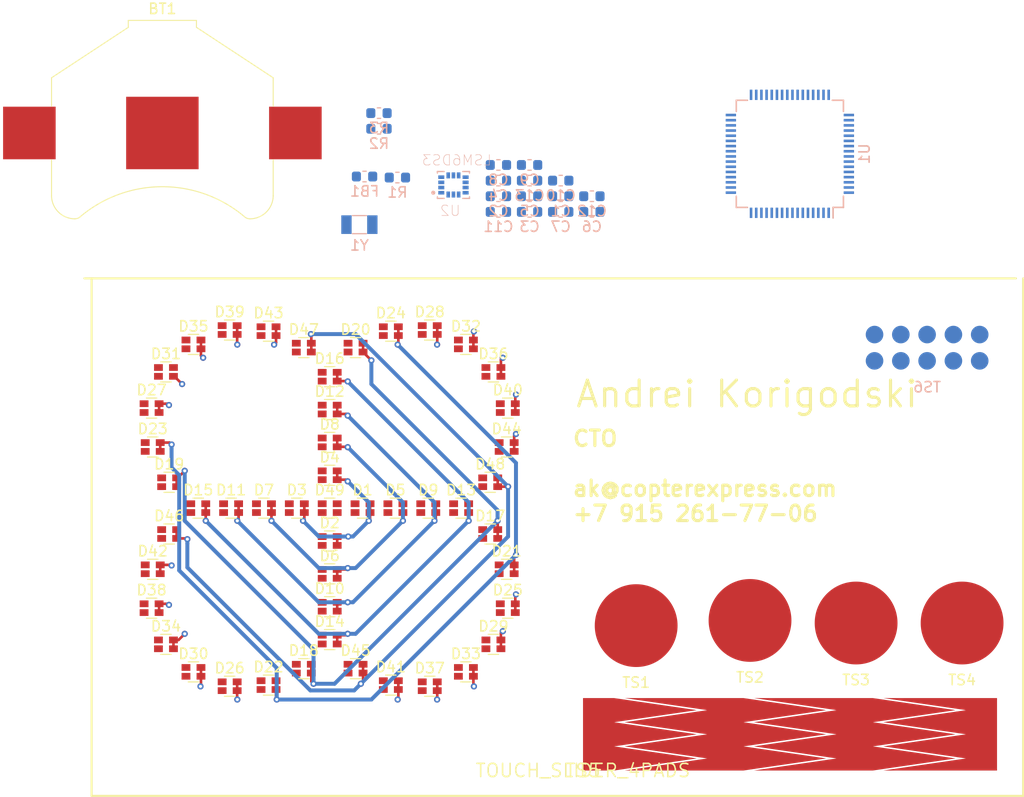
<source format=kicad_pcb>
(kicad_pcb (version 20171130) (host pcbnew 5.0.2+dfsg1-1~bpo9+1)

  (general
    (thickness 0.6)
    (drawings 6)
    (tracks 242)
    (zones 0)
    (modules 76)
    (nets 53)
  )

  (page A4)
  (layers
    (0 F.Cu signal)
    (31 B.Cu signal)
    (32 B.Adhes user)
    (33 F.Adhes user)
    (34 B.Paste user)
    (35 F.Paste user)
    (36 B.SilkS user)
    (37 F.SilkS user)
    (38 B.Mask user)
    (39 F.Mask user)
    (40 Dwgs.User user)
    (41 Cmts.User user)
    (42 Eco1.User user)
    (43 Eco2.User user)
    (44 Edge.Cuts user)
    (45 Margin user)
    (46 B.CrtYd user)
    (47 F.CrtYd user)
    (48 B.Fab user)
    (49 F.Fab user hide)
  )

  (setup
    (last_trace_width 0.381)
    (user_trace_width 0.1524)
    (user_trace_width 0.2032)
    (user_trace_width 0.254)
    (user_trace_width 0.381)
    (user_trace_width 0.508)
    (user_trace_width 1.016)
    (trace_clearance 0.152)
    (zone_clearance 0.508)
    (zone_45_only no)
    (trace_min 0.1524)
    (segment_width 0.2)
    (edge_width 0.15)
    (via_size 0.6)
    (via_drill 0.3)
    (via_min_size 0.6)
    (via_min_drill 0.3)
    (uvia_size 0.3)
    (uvia_drill 0.1)
    (uvias_allowed no)
    (uvia_min_size 0.2)
    (uvia_min_drill 0.1)
    (pcb_text_width 0.3)
    (pcb_text_size 1.5 1.5)
    (mod_edge_width 0.15)
    (mod_text_size 1 1)
    (mod_text_width 0.15)
    (pad_size 1.524 1.524)
    (pad_drill 0.762)
    (pad_to_mask_clearance 0.0254)
    (solder_mask_min_width 0.4)
    (aux_axis_origin 0 0)
    (visible_elements 7FFFF7FF)
    (pcbplotparams
      (layerselection 0x010fc_ffffffff)
      (usegerberextensions false)
      (usegerberattributes false)
      (usegerberadvancedattributes false)
      (creategerberjobfile false)
      (excludeedgelayer true)
      (linewidth 0.100000)
      (plotframeref false)
      (viasonmask false)
      (mode 1)
      (useauxorigin false)
      (hpglpennumber 1)
      (hpglpenspeed 20)
      (hpglpendiameter 15.000000)
      (psnegative false)
      (psa4output false)
      (plotreference true)
      (plotvalue true)
      (plotinvisibletext false)
      (padsonsilk false)
      (subtractmaskfromsilk false)
      (outputformat 1)
      (mirror false)
      (drillshape 1)
      (scaleselection 1)
      (outputdirectory ""))
  )

  (net 0 "")
  (net 1 LED_K0)
  (net 2 LED_K1)
  (net 3 LED_A0)
  (net 4 LED_K3)
  (net 5 LED_K2)
  (net 6 LED_K4)
  (net 7 LED_K5)
  (net 8 LED_K7)
  (net 9 LED_K6)
  (net 10 LED_K8)
  (net 11 LED_A1)
  (net 12 LED_A2)
  (net 13 LED_A3)
  (net 14 LED_A4)
  (net 15 LED_A5)
  (net 16 LED_A6)
  (net 17 LED_A7)
  (net 18 LED_A8)
  (net 19 VDD)
  (net 20 N$2)
  (net 21 MCU_AVDD)
  (net 22 GND)
  (net 23 N$7)
  (net 24 N$6)
  (net 25 N$13)
  (net 26 N$14)
  (net 27 N$5)
  (net 28 N$19)
  (net 29 N$20)
  (net 30 N$16)
  (net 31 N$15)
  (net 32 N$17)
  (net 33 N$18)
  (net 34 N$12)
  (net 35 N$11)
  (net 36 TOUCH_PAD0)
  (net 37 N$1)
  (net 38 TOUCH_PAD1)
  (net 39 TOUCH_PAD2)
  (net 40 TOUCH_PAD3)
  (net 41 N$21)
  (net 42 N$22)
  (net 43 N$23)
  (net 44 N$24)
  (net 45 N$8)
  (net 46 N$10)
  (net 47 N$9)
  (net 48 N$25)
  (net 49 N$26)
  (net 50 LED_K9)
  (net 51 LED_K10)
  (net 52 LED_K11)

  (net_class Default "This is the default net class."
    (clearance 0.152)
    (trace_width 0.254)
    (via_dia 0.6)
    (via_drill 0.3)
    (uvia_dia 0.3)
    (uvia_drill 0.1)
    (add_net GND)
    (add_net LED_A0)
    (add_net LED_A1)
    (add_net LED_A2)
    (add_net LED_A3)
    (add_net LED_A4)
    (add_net LED_A5)
    (add_net LED_A6)
    (add_net LED_A7)
    (add_net LED_A8)
    (add_net LED_K0)
    (add_net LED_K1)
    (add_net LED_K10)
    (add_net LED_K11)
    (add_net LED_K2)
    (add_net LED_K3)
    (add_net LED_K4)
    (add_net LED_K5)
    (add_net LED_K6)
    (add_net LED_K7)
    (add_net LED_K8)
    (add_net LED_K9)
    (add_net MCU_AVDD)
    (add_net N$1)
    (add_net N$10)
    (add_net N$11)
    (add_net N$12)
    (add_net N$13)
    (add_net N$14)
    (add_net N$15)
    (add_net N$16)
    (add_net N$17)
    (add_net N$18)
    (add_net N$19)
    (add_net N$2)
    (add_net N$20)
    (add_net N$21)
    (add_net N$22)
    (add_net N$23)
    (add_net N$24)
    (add_net N$25)
    (add_net N$26)
    (add_net N$5)
    (add_net N$6)
    (add_net N$7)
    (add_net N$8)
    (add_net N$9)
    (add_net TOUCH_PAD0)
    (add_net TOUCH_PAD1)
    (add_net TOUCH_PAD2)
    (add_net TOUCH_PAD3)
    (add_net VDD)
  )

  (module footprints:LED_DUAL_0606 (layer F.Cu) (tedit 5C944CBE) (tstamp 5C9983F6)
    (at 96.175 57.2)
    (descr "Dual LED LTST-C195KGJRKT")
    (tags led)
    (path /top/13427934159214761037)
    (attr smd)
    (fp_text reference D1 (at 0 -1.75) (layer F.SilkS)
      (effects (font (size 1 1) (thickness 0.15)))
    )
    (fp_text value LED_Dual_AACC (at 0 2.1) (layer F.Fab)
      (effects (font (size 1 1) (thickness 0.15)))
    )
    (fp_line (start 1.55 1.05) (end -1.55 1.05) (layer F.CrtYd) (width 0.05))
    (fp_line (start 1.55 1.05) (end 1.55 -1.05) (layer F.CrtYd) (width 0.05))
    (fp_line (start -1.55 -1.05) (end -1.55 1.05) (layer F.CrtYd) (width 0.05))
    (fp_line (start -1.55 -1.05) (end 1.55 -1.05) (layer F.CrtYd) (width 0.05))
    (fp_line (start 0.5 -0.97) (end -0.5 -0.97) (layer F.SilkS) (width 0.12))
    (fp_line (start 0.5 0.97) (end -0.5 0.97) (layer F.SilkS) (width 0.12))
    (fp_line (start -0.8 0.8) (end -0.8 -0.8) (layer F.Fab) (width 0.1))
    (fp_line (start 0.8 0.8) (end -0.8 0.8) (layer F.Fab) (width 0.1))
    (fp_line (start 0.8 -0.8) (end 0.8 0.8) (layer F.Fab) (width 0.1))
    (fp_line (start -0.8 -0.8) (end 0.8 -0.8) (layer F.Fab) (width 0.1))
    (fp_text user %R (at 0 -1.75) (layer F.Fab)
      (effects (font (size 1 1) (thickness 0.15)))
    )
    (pad 3 smd rect (at 0.725 -0.425) (size 0.85 0.65) (layers F.Cu F.Paste F.Mask)
      (net 1 LED_K0))
    (pad 4 smd rect (at 0.725 0.425) (size 0.85 0.65) (layers F.Cu F.Paste F.Mask)
      (net 1 LED_K0))
    (pad 2 smd rect (at -0.725 0.425) (size 0.85 0.65) (layers F.Cu F.Paste F.Mask)
      (net 11 LED_A1))
    (pad 1 smd rect (at -0.725 -0.425) (size 0.85 0.65) (layers F.Cu F.Paste F.Mask)
      (net 3 LED_A0))
    (model ${KISYS3DMOD}/Resistor_SMD.3dshapes/R_Array_Convex_2x0603.wrl
      (at (xyz 0 0 0))
      (scale (xyz 1 1 1))
      (rotate (xyz 0 0 0))
    )
  )

  (module footprints:LED_DUAL_0606 (layer F.Cu) (tedit 5C944CBE) (tstamp 5C998409)
    (at 93 60.375)
    (descr "Dual LED LTST-C195KGJRKT")
    (tags led)
    (path /top/11889171439053832813)
    (attr smd)
    (fp_text reference D2 (at 0 -1.75) (layer F.SilkS)
      (effects (font (size 1 1) (thickness 0.15)))
    )
    (fp_text value LED_Dual_AACC (at 0 2.1) (layer F.Fab)
      (effects (font (size 1 1) (thickness 0.15)))
    )
    (fp_line (start 1.55 1.05) (end -1.55 1.05) (layer F.CrtYd) (width 0.05))
    (fp_line (start 1.55 1.05) (end 1.55 -1.05) (layer F.CrtYd) (width 0.05))
    (fp_line (start -1.55 -1.05) (end -1.55 1.05) (layer F.CrtYd) (width 0.05))
    (fp_line (start -1.55 -1.05) (end 1.55 -1.05) (layer F.CrtYd) (width 0.05))
    (fp_line (start 0.5 -0.97) (end -0.5 -0.97) (layer F.SilkS) (width 0.12))
    (fp_line (start 0.5 0.97) (end -0.5 0.97) (layer F.SilkS) (width 0.12))
    (fp_line (start -0.8 0.8) (end -0.8 -0.8) (layer F.Fab) (width 0.1))
    (fp_line (start 0.8 0.8) (end -0.8 0.8) (layer F.Fab) (width 0.1))
    (fp_line (start 0.8 -0.8) (end 0.8 0.8) (layer F.Fab) (width 0.1))
    (fp_line (start -0.8 -0.8) (end 0.8 -0.8) (layer F.Fab) (width 0.1))
    (fp_text user %R (at 0 -1.75) (layer F.Fab)
      (effects (font (size 1 1) (thickness 0.15)))
    )
    (pad 3 smd rect (at 0.725 -0.425) (size 0.85 0.65) (layers F.Cu F.Paste F.Mask)
      (net 1 LED_K0))
    (pad 4 smd rect (at 0.725 0.425) (size 0.85 0.65) (layers F.Cu F.Paste F.Mask)
      (net 1 LED_K0))
    (pad 2 smd rect (at -0.725 0.425) (size 0.85 0.65) (layers F.Cu F.Paste F.Mask)
      (net 13 LED_A3))
    (pad 1 smd rect (at -0.725 -0.425) (size 0.85 0.65) (layers F.Cu F.Paste F.Mask)
      (net 12 LED_A2))
    (model ${KISYS3DMOD}/Resistor_SMD.3dshapes/R_Array_Convex_2x0603.wrl
      (at (xyz 0 0 0))
      (scale (xyz 1 1 1))
      (rotate (xyz 0 0 0))
    )
  )

  (module footprints:LED_DUAL_0606 (layer F.Cu) (tedit 5C944CBE) (tstamp 5C99841C)
    (at 89.825 57.2)
    (descr "Dual LED LTST-C195KGJRKT")
    (tags led)
    (path /top/17696036038314515393)
    (attr smd)
    (fp_text reference D3 (at 0 -1.75) (layer F.SilkS)
      (effects (font (size 1 1) (thickness 0.15)))
    )
    (fp_text value LED_Dual_AACC (at 0 2.1) (layer F.Fab)
      (effects (font (size 1 1) (thickness 0.15)))
    )
    (fp_line (start 1.55 1.05) (end -1.55 1.05) (layer F.CrtYd) (width 0.05))
    (fp_line (start 1.55 1.05) (end 1.55 -1.05) (layer F.CrtYd) (width 0.05))
    (fp_line (start -1.55 -1.05) (end -1.55 1.05) (layer F.CrtYd) (width 0.05))
    (fp_line (start -1.55 -1.05) (end 1.55 -1.05) (layer F.CrtYd) (width 0.05))
    (fp_line (start 0.5 -0.97) (end -0.5 -0.97) (layer F.SilkS) (width 0.12))
    (fp_line (start 0.5 0.97) (end -0.5 0.97) (layer F.SilkS) (width 0.12))
    (fp_line (start -0.8 0.8) (end -0.8 -0.8) (layer F.Fab) (width 0.1))
    (fp_line (start 0.8 0.8) (end -0.8 0.8) (layer F.Fab) (width 0.1))
    (fp_line (start 0.8 -0.8) (end 0.8 0.8) (layer F.Fab) (width 0.1))
    (fp_line (start -0.8 -0.8) (end 0.8 -0.8) (layer F.Fab) (width 0.1))
    (fp_text user %R (at 0 -1.75) (layer F.Fab)
      (effects (font (size 1 1) (thickness 0.15)))
    )
    (pad 3 smd rect (at 0.725 -0.425) (size 0.85 0.65) (layers F.Cu F.Paste F.Mask)
      (net 1 LED_K0))
    (pad 4 smd rect (at 0.725 0.425) (size 0.85 0.65) (layers F.Cu F.Paste F.Mask)
      (net 1 LED_K0))
    (pad 2 smd rect (at -0.725 0.425) (size 0.85 0.65) (layers F.Cu F.Paste F.Mask)
      (net 15 LED_A5))
    (pad 1 smd rect (at -0.725 -0.425) (size 0.85 0.65) (layers F.Cu F.Paste F.Mask)
      (net 14 LED_A4))
    (model ${KISYS3DMOD}/Resistor_SMD.3dshapes/R_Array_Convex_2x0603.wrl
      (at (xyz 0 0 0))
      (scale (xyz 1 1 1))
      (rotate (xyz 0 0 0))
    )
  )

  (module footprints:LED_DUAL_0606 (layer F.Cu) (tedit 5C944CBE) (tstamp 5C99842F)
    (at 93 54.025)
    (descr "Dual LED LTST-C195KGJRKT")
    (tags led)
    (path /top/92385191582833380)
    (attr smd)
    (fp_text reference D4 (at 0 -1.75) (layer F.SilkS)
      (effects (font (size 1 1) (thickness 0.15)))
    )
    (fp_text value LED_Dual_AACC (at 0 2.1) (layer F.Fab)
      (effects (font (size 1 1) (thickness 0.15)))
    )
    (fp_line (start 1.55 1.05) (end -1.55 1.05) (layer F.CrtYd) (width 0.05))
    (fp_line (start 1.55 1.05) (end 1.55 -1.05) (layer F.CrtYd) (width 0.05))
    (fp_line (start -1.55 -1.05) (end -1.55 1.05) (layer F.CrtYd) (width 0.05))
    (fp_line (start -1.55 -1.05) (end 1.55 -1.05) (layer F.CrtYd) (width 0.05))
    (fp_line (start 0.5 -0.97) (end -0.5 -0.97) (layer F.SilkS) (width 0.12))
    (fp_line (start 0.5 0.97) (end -0.5 0.97) (layer F.SilkS) (width 0.12))
    (fp_line (start -0.8 0.8) (end -0.8 -0.8) (layer F.Fab) (width 0.1))
    (fp_line (start 0.8 0.8) (end -0.8 0.8) (layer F.Fab) (width 0.1))
    (fp_line (start 0.8 -0.8) (end 0.8 0.8) (layer F.Fab) (width 0.1))
    (fp_line (start -0.8 -0.8) (end 0.8 -0.8) (layer F.Fab) (width 0.1))
    (fp_text user %R (at 0 -1.75) (layer F.Fab)
      (effects (font (size 1 1) (thickness 0.15)))
    )
    (pad 3 smd rect (at 0.725 -0.425) (size 0.85 0.65) (layers F.Cu F.Paste F.Mask)
      (net 1 LED_K0))
    (pad 4 smd rect (at 0.725 0.425) (size 0.85 0.65) (layers F.Cu F.Paste F.Mask)
      (net 1 LED_K0))
    (pad 2 smd rect (at -0.725 0.425) (size 0.85 0.65) (layers F.Cu F.Paste F.Mask)
      (net 17 LED_A7))
    (pad 1 smd rect (at -0.725 -0.425) (size 0.85 0.65) (layers F.Cu F.Paste F.Mask)
      (net 16 LED_A6))
    (model ${KISYS3DMOD}/Resistor_SMD.3dshapes/R_Array_Convex_2x0603.wrl
      (at (xyz 0 0 0))
      (scale (xyz 1 1 1))
      (rotate (xyz 0 0 0))
    )
  )

  (module footprints:LED_DUAL_0606 (layer F.Cu) (tedit 5C944CBE) (tstamp 5C998442)
    (at 99.35 57.2)
    (descr "Dual LED LTST-C195KGJRKT")
    (tags led)
    (path /top/1190405081309405297)
    (attr smd)
    (fp_text reference D5 (at 0 -1.75) (layer F.SilkS)
      (effects (font (size 1 1) (thickness 0.15)))
    )
    (fp_text value LED_Dual_AACC (at 0 2.1) (layer F.Fab)
      (effects (font (size 1 1) (thickness 0.15)))
    )
    (fp_line (start 1.55 1.05) (end -1.55 1.05) (layer F.CrtYd) (width 0.05))
    (fp_line (start 1.55 1.05) (end 1.55 -1.05) (layer F.CrtYd) (width 0.05))
    (fp_line (start -1.55 -1.05) (end -1.55 1.05) (layer F.CrtYd) (width 0.05))
    (fp_line (start -1.55 -1.05) (end 1.55 -1.05) (layer F.CrtYd) (width 0.05))
    (fp_line (start 0.5 -0.97) (end -0.5 -0.97) (layer F.SilkS) (width 0.12))
    (fp_line (start 0.5 0.97) (end -0.5 0.97) (layer F.SilkS) (width 0.12))
    (fp_line (start -0.8 0.8) (end -0.8 -0.8) (layer F.Fab) (width 0.1))
    (fp_line (start 0.8 0.8) (end -0.8 0.8) (layer F.Fab) (width 0.1))
    (fp_line (start 0.8 -0.8) (end 0.8 0.8) (layer F.Fab) (width 0.1))
    (fp_line (start -0.8 -0.8) (end 0.8 -0.8) (layer F.Fab) (width 0.1))
    (fp_text user %R (at 0 -1.75) (layer F.Fab)
      (effects (font (size 1 1) (thickness 0.15)))
    )
    (pad 3 smd rect (at 0.725 -0.425) (size 0.85 0.65) (layers F.Cu F.Paste F.Mask)
      (net 2 LED_K1))
    (pad 4 smd rect (at 0.725 0.425) (size 0.85 0.65) (layers F.Cu F.Paste F.Mask)
      (net 2 LED_K1))
    (pad 2 smd rect (at -0.725 0.425) (size 0.85 0.65) (layers F.Cu F.Paste F.Mask)
      (net 11 LED_A1))
    (pad 1 smd rect (at -0.725 -0.425) (size 0.85 0.65) (layers F.Cu F.Paste F.Mask)
      (net 3 LED_A0))
    (model ${KISYS3DMOD}/Resistor_SMD.3dshapes/R_Array_Convex_2x0603.wrl
      (at (xyz 0 0 0))
      (scale (xyz 1 1 1))
      (rotate (xyz 0 0 0))
    )
  )

  (module footprints:LED_DUAL_0606 (layer F.Cu) (tedit 5C944CBE) (tstamp 5C998455)
    (at 93 63.55)
    (descr "Dual LED LTST-C195KGJRKT")
    (tags led)
    (path /top/7062601140109949772)
    (attr smd)
    (fp_text reference D6 (at 0 -1.75) (layer F.SilkS)
      (effects (font (size 1 1) (thickness 0.15)))
    )
    (fp_text value LED_Dual_AACC (at 0 2.1) (layer F.Fab)
      (effects (font (size 1 1) (thickness 0.15)))
    )
    (fp_line (start 1.55 1.05) (end -1.55 1.05) (layer F.CrtYd) (width 0.05))
    (fp_line (start 1.55 1.05) (end 1.55 -1.05) (layer F.CrtYd) (width 0.05))
    (fp_line (start -1.55 -1.05) (end -1.55 1.05) (layer F.CrtYd) (width 0.05))
    (fp_line (start -1.55 -1.05) (end 1.55 -1.05) (layer F.CrtYd) (width 0.05))
    (fp_line (start 0.5 -0.97) (end -0.5 -0.97) (layer F.SilkS) (width 0.12))
    (fp_line (start 0.5 0.97) (end -0.5 0.97) (layer F.SilkS) (width 0.12))
    (fp_line (start -0.8 0.8) (end -0.8 -0.8) (layer F.Fab) (width 0.1))
    (fp_line (start 0.8 0.8) (end -0.8 0.8) (layer F.Fab) (width 0.1))
    (fp_line (start 0.8 -0.8) (end 0.8 0.8) (layer F.Fab) (width 0.1))
    (fp_line (start -0.8 -0.8) (end 0.8 -0.8) (layer F.Fab) (width 0.1))
    (fp_text user %R (at 0 -1.75) (layer F.Fab)
      (effects (font (size 1 1) (thickness 0.15)))
    )
    (pad 3 smd rect (at 0.725 -0.425) (size 0.85 0.65) (layers F.Cu F.Paste F.Mask)
      (net 2 LED_K1))
    (pad 4 smd rect (at 0.725 0.425) (size 0.85 0.65) (layers F.Cu F.Paste F.Mask)
      (net 2 LED_K1))
    (pad 2 smd rect (at -0.725 0.425) (size 0.85 0.65) (layers F.Cu F.Paste F.Mask)
      (net 13 LED_A3))
    (pad 1 smd rect (at -0.725 -0.425) (size 0.85 0.65) (layers F.Cu F.Paste F.Mask)
      (net 12 LED_A2))
    (model ${KISYS3DMOD}/Resistor_SMD.3dshapes/R_Array_Convex_2x0603.wrl
      (at (xyz 0 0 0))
      (scale (xyz 1 1 1))
      (rotate (xyz 0 0 0))
    )
  )

  (module footprints:LED_DUAL_0606 (layer F.Cu) (tedit 5C944CBE) (tstamp 5C998468)
    (at 86.65 57.2)
    (descr "Dual LED LTST-C195KGJRKT")
    (tags led)
    (path /top/11832447084583499414)
    (attr smd)
    (fp_text reference D7 (at 0 -1.75) (layer F.SilkS)
      (effects (font (size 1 1) (thickness 0.15)))
    )
    (fp_text value LED_Dual_AACC (at 0 2.1) (layer F.Fab)
      (effects (font (size 1 1) (thickness 0.15)))
    )
    (fp_line (start 1.55 1.05) (end -1.55 1.05) (layer F.CrtYd) (width 0.05))
    (fp_line (start 1.55 1.05) (end 1.55 -1.05) (layer F.CrtYd) (width 0.05))
    (fp_line (start -1.55 -1.05) (end -1.55 1.05) (layer F.CrtYd) (width 0.05))
    (fp_line (start -1.55 -1.05) (end 1.55 -1.05) (layer F.CrtYd) (width 0.05))
    (fp_line (start 0.5 -0.97) (end -0.5 -0.97) (layer F.SilkS) (width 0.12))
    (fp_line (start 0.5 0.97) (end -0.5 0.97) (layer F.SilkS) (width 0.12))
    (fp_line (start -0.8 0.8) (end -0.8 -0.8) (layer F.Fab) (width 0.1))
    (fp_line (start 0.8 0.8) (end -0.8 0.8) (layer F.Fab) (width 0.1))
    (fp_line (start 0.8 -0.8) (end 0.8 0.8) (layer F.Fab) (width 0.1))
    (fp_line (start -0.8 -0.8) (end 0.8 -0.8) (layer F.Fab) (width 0.1))
    (fp_text user %R (at 0 -1.75) (layer F.Fab)
      (effects (font (size 1 1) (thickness 0.15)))
    )
    (pad 3 smd rect (at 0.725 -0.425) (size 0.85 0.65) (layers F.Cu F.Paste F.Mask)
      (net 2 LED_K1))
    (pad 4 smd rect (at 0.725 0.425) (size 0.85 0.65) (layers F.Cu F.Paste F.Mask)
      (net 2 LED_K1))
    (pad 2 smd rect (at -0.725 0.425) (size 0.85 0.65) (layers F.Cu F.Paste F.Mask)
      (net 15 LED_A5))
    (pad 1 smd rect (at -0.725 -0.425) (size 0.85 0.65) (layers F.Cu F.Paste F.Mask)
      (net 14 LED_A4))
    (model ${KISYS3DMOD}/Resistor_SMD.3dshapes/R_Array_Convex_2x0603.wrl
      (at (xyz 0 0 0))
      (scale (xyz 1 1 1))
      (rotate (xyz 0 0 0))
    )
  )

  (module footprints:LED_DUAL_0606 (layer F.Cu) (tedit 5C944CBE) (tstamp 5C99847B)
    (at 93 50.85)
    (descr "Dual LED LTST-C195KGJRKT")
    (tags led)
    (path /top/9514277678187201044)
    (attr smd)
    (fp_text reference D8 (at 0 -1.75) (layer F.SilkS)
      (effects (font (size 1 1) (thickness 0.15)))
    )
    (fp_text value LED_Dual_AACC (at 0 2.1) (layer F.Fab)
      (effects (font (size 1 1) (thickness 0.15)))
    )
    (fp_line (start 1.55 1.05) (end -1.55 1.05) (layer F.CrtYd) (width 0.05))
    (fp_line (start 1.55 1.05) (end 1.55 -1.05) (layer F.CrtYd) (width 0.05))
    (fp_line (start -1.55 -1.05) (end -1.55 1.05) (layer F.CrtYd) (width 0.05))
    (fp_line (start -1.55 -1.05) (end 1.55 -1.05) (layer F.CrtYd) (width 0.05))
    (fp_line (start 0.5 -0.97) (end -0.5 -0.97) (layer F.SilkS) (width 0.12))
    (fp_line (start 0.5 0.97) (end -0.5 0.97) (layer F.SilkS) (width 0.12))
    (fp_line (start -0.8 0.8) (end -0.8 -0.8) (layer F.Fab) (width 0.1))
    (fp_line (start 0.8 0.8) (end -0.8 0.8) (layer F.Fab) (width 0.1))
    (fp_line (start 0.8 -0.8) (end 0.8 0.8) (layer F.Fab) (width 0.1))
    (fp_line (start -0.8 -0.8) (end 0.8 -0.8) (layer F.Fab) (width 0.1))
    (fp_text user %R (at 0 -1.75) (layer F.Fab)
      (effects (font (size 1 1) (thickness 0.15)))
    )
    (pad 3 smd rect (at 0.725 -0.425) (size 0.85 0.65) (layers F.Cu F.Paste F.Mask)
      (net 2 LED_K1))
    (pad 4 smd rect (at 0.725 0.425) (size 0.85 0.65) (layers F.Cu F.Paste F.Mask)
      (net 2 LED_K1))
    (pad 2 smd rect (at -0.725 0.425) (size 0.85 0.65) (layers F.Cu F.Paste F.Mask)
      (net 17 LED_A7))
    (pad 1 smd rect (at -0.725 -0.425) (size 0.85 0.65) (layers F.Cu F.Paste F.Mask)
      (net 16 LED_A6))
    (model ${KISYS3DMOD}/Resistor_SMD.3dshapes/R_Array_Convex_2x0603.wrl
      (at (xyz 0 0 0))
      (scale (xyz 1 1 1))
      (rotate (xyz 0 0 0))
    )
  )

  (module footprints:LED_DUAL_0606 (layer F.Cu) (tedit 5C944CBE) (tstamp 5C99848E)
    (at 102.525 57.2)
    (descr "Dual LED LTST-C195KGJRKT")
    (tags led)
    (path /top/4765776908642064841)
    (attr smd)
    (fp_text reference D9 (at 0 -1.75) (layer F.SilkS)
      (effects (font (size 1 1) (thickness 0.15)))
    )
    (fp_text value LED_Dual_AACC (at 0 2.1) (layer F.Fab)
      (effects (font (size 1 1) (thickness 0.15)))
    )
    (fp_line (start 1.55 1.05) (end -1.55 1.05) (layer F.CrtYd) (width 0.05))
    (fp_line (start 1.55 1.05) (end 1.55 -1.05) (layer F.CrtYd) (width 0.05))
    (fp_line (start -1.55 -1.05) (end -1.55 1.05) (layer F.CrtYd) (width 0.05))
    (fp_line (start -1.55 -1.05) (end 1.55 -1.05) (layer F.CrtYd) (width 0.05))
    (fp_line (start 0.5 -0.97) (end -0.5 -0.97) (layer F.SilkS) (width 0.12))
    (fp_line (start 0.5 0.97) (end -0.5 0.97) (layer F.SilkS) (width 0.12))
    (fp_line (start -0.8 0.8) (end -0.8 -0.8) (layer F.Fab) (width 0.1))
    (fp_line (start 0.8 0.8) (end -0.8 0.8) (layer F.Fab) (width 0.1))
    (fp_line (start 0.8 -0.8) (end 0.8 0.8) (layer F.Fab) (width 0.1))
    (fp_line (start -0.8 -0.8) (end 0.8 -0.8) (layer F.Fab) (width 0.1))
    (fp_text user %R (at 0 -1.75) (layer F.Fab)
      (effects (font (size 1 1) (thickness 0.15)))
    )
    (pad 3 smd rect (at 0.725 -0.425) (size 0.85 0.65) (layers F.Cu F.Paste F.Mask)
      (net 5 LED_K2))
    (pad 4 smd rect (at 0.725 0.425) (size 0.85 0.65) (layers F.Cu F.Paste F.Mask)
      (net 5 LED_K2))
    (pad 2 smd rect (at -0.725 0.425) (size 0.85 0.65) (layers F.Cu F.Paste F.Mask)
      (net 11 LED_A1))
    (pad 1 smd rect (at -0.725 -0.425) (size 0.85 0.65) (layers F.Cu F.Paste F.Mask)
      (net 3 LED_A0))
    (model ${KISYS3DMOD}/Resistor_SMD.3dshapes/R_Array_Convex_2x0603.wrl
      (at (xyz 0 0 0))
      (scale (xyz 1 1 1))
      (rotate (xyz 0 0 0))
    )
  )

  (module footprints:LED_DUAL_0606 (layer F.Cu) (tedit 5C944CBE) (tstamp 5C9984A1)
    (at 93 66.724999)
    (descr "Dual LED LTST-C195KGJRKT")
    (tags led)
    (path /top/13752725906387256797)
    (attr smd)
    (fp_text reference D10 (at 0 -1.75) (layer F.SilkS)
      (effects (font (size 1 1) (thickness 0.15)))
    )
    (fp_text value LED_Dual_AACC (at 0 2.1) (layer F.Fab)
      (effects (font (size 1 1) (thickness 0.15)))
    )
    (fp_line (start 1.55 1.05) (end -1.55 1.05) (layer F.CrtYd) (width 0.05))
    (fp_line (start 1.55 1.05) (end 1.55 -1.05) (layer F.CrtYd) (width 0.05))
    (fp_line (start -1.55 -1.05) (end -1.55 1.05) (layer F.CrtYd) (width 0.05))
    (fp_line (start -1.55 -1.05) (end 1.55 -1.05) (layer F.CrtYd) (width 0.05))
    (fp_line (start 0.5 -0.97) (end -0.5 -0.97) (layer F.SilkS) (width 0.12))
    (fp_line (start 0.5 0.97) (end -0.5 0.97) (layer F.SilkS) (width 0.12))
    (fp_line (start -0.8 0.8) (end -0.8 -0.8) (layer F.Fab) (width 0.1))
    (fp_line (start 0.8 0.8) (end -0.8 0.8) (layer F.Fab) (width 0.1))
    (fp_line (start 0.8 -0.8) (end 0.8 0.8) (layer F.Fab) (width 0.1))
    (fp_line (start -0.8 -0.8) (end 0.8 -0.8) (layer F.Fab) (width 0.1))
    (fp_text user %R (at 0 -1.75) (layer F.Fab)
      (effects (font (size 1 1) (thickness 0.15)))
    )
    (pad 3 smd rect (at 0.725 -0.425) (size 0.85 0.65) (layers F.Cu F.Paste F.Mask)
      (net 5 LED_K2))
    (pad 4 smd rect (at 0.725 0.425) (size 0.85 0.65) (layers F.Cu F.Paste F.Mask)
      (net 5 LED_K2))
    (pad 2 smd rect (at -0.725 0.425) (size 0.85 0.65) (layers F.Cu F.Paste F.Mask)
      (net 13 LED_A3))
    (pad 1 smd rect (at -0.725 -0.425) (size 0.85 0.65) (layers F.Cu F.Paste F.Mask)
      (net 12 LED_A2))
    (model ${KISYS3DMOD}/Resistor_SMD.3dshapes/R_Array_Convex_2x0603.wrl
      (at (xyz 0 0 0))
      (scale (xyz 1 1 1))
      (rotate (xyz 0 0 0))
    )
  )

  (module footprints:LED_DUAL_0606 (layer F.Cu) (tedit 5C944CBE) (tstamp 5C9984B4)
    (at 83.475 57.2)
    (descr "Dual LED LTST-C195KGJRKT")
    (tags led)
    (path /top/1934565712161503566)
    (attr smd)
    (fp_text reference D11 (at 0 -1.75) (layer F.SilkS)
      (effects (font (size 1 1) (thickness 0.15)))
    )
    (fp_text value LED_Dual_AACC (at 0 2.1) (layer F.Fab)
      (effects (font (size 1 1) (thickness 0.15)))
    )
    (fp_line (start 1.55 1.05) (end -1.55 1.05) (layer F.CrtYd) (width 0.05))
    (fp_line (start 1.55 1.05) (end 1.55 -1.05) (layer F.CrtYd) (width 0.05))
    (fp_line (start -1.55 -1.05) (end -1.55 1.05) (layer F.CrtYd) (width 0.05))
    (fp_line (start -1.55 -1.05) (end 1.55 -1.05) (layer F.CrtYd) (width 0.05))
    (fp_line (start 0.5 -0.97) (end -0.5 -0.97) (layer F.SilkS) (width 0.12))
    (fp_line (start 0.5 0.97) (end -0.5 0.97) (layer F.SilkS) (width 0.12))
    (fp_line (start -0.8 0.8) (end -0.8 -0.8) (layer F.Fab) (width 0.1))
    (fp_line (start 0.8 0.8) (end -0.8 0.8) (layer F.Fab) (width 0.1))
    (fp_line (start 0.8 -0.8) (end 0.8 0.8) (layer F.Fab) (width 0.1))
    (fp_line (start -0.8 -0.8) (end 0.8 -0.8) (layer F.Fab) (width 0.1))
    (fp_text user %R (at 0 -1.75) (layer F.Fab)
      (effects (font (size 1 1) (thickness 0.15)))
    )
    (pad 3 smd rect (at 0.725 -0.425) (size 0.85 0.65) (layers F.Cu F.Paste F.Mask)
      (net 5 LED_K2))
    (pad 4 smd rect (at 0.725 0.425) (size 0.85 0.65) (layers F.Cu F.Paste F.Mask)
      (net 5 LED_K2))
    (pad 2 smd rect (at -0.725 0.425) (size 0.85 0.65) (layers F.Cu F.Paste F.Mask)
      (net 15 LED_A5))
    (pad 1 smd rect (at -0.725 -0.425) (size 0.85 0.65) (layers F.Cu F.Paste F.Mask)
      (net 14 LED_A4))
    (model ${KISYS3DMOD}/Resistor_SMD.3dshapes/R_Array_Convex_2x0603.wrl
      (at (xyz 0 0 0))
      (scale (xyz 1 1 1))
      (rotate (xyz 0 0 0))
    )
  )

  (module footprints:LED_DUAL_0606 (layer F.Cu) (tedit 5C944CBE) (tstamp 5C9984C7)
    (at 93 47.675)
    (descr "Dual LED LTST-C195KGJRKT")
    (tags led)
    (path /top/3567116085416782392)
    (attr smd)
    (fp_text reference D12 (at 0 -1.75) (layer F.SilkS)
      (effects (font (size 1 1) (thickness 0.15)))
    )
    (fp_text value LED_Dual_AACC (at 0 2.1) (layer F.Fab)
      (effects (font (size 1 1) (thickness 0.15)))
    )
    (fp_line (start 1.55 1.05) (end -1.55 1.05) (layer F.CrtYd) (width 0.05))
    (fp_line (start 1.55 1.05) (end 1.55 -1.05) (layer F.CrtYd) (width 0.05))
    (fp_line (start -1.55 -1.05) (end -1.55 1.05) (layer F.CrtYd) (width 0.05))
    (fp_line (start -1.55 -1.05) (end 1.55 -1.05) (layer F.CrtYd) (width 0.05))
    (fp_line (start 0.5 -0.97) (end -0.5 -0.97) (layer F.SilkS) (width 0.12))
    (fp_line (start 0.5 0.97) (end -0.5 0.97) (layer F.SilkS) (width 0.12))
    (fp_line (start -0.8 0.8) (end -0.8 -0.8) (layer F.Fab) (width 0.1))
    (fp_line (start 0.8 0.8) (end -0.8 0.8) (layer F.Fab) (width 0.1))
    (fp_line (start 0.8 -0.8) (end 0.8 0.8) (layer F.Fab) (width 0.1))
    (fp_line (start -0.8 -0.8) (end 0.8 -0.8) (layer F.Fab) (width 0.1))
    (fp_text user %R (at 0 -1.75) (layer F.Fab)
      (effects (font (size 1 1) (thickness 0.15)))
    )
    (pad 3 smd rect (at 0.725 -0.425) (size 0.85 0.65) (layers F.Cu F.Paste F.Mask)
      (net 5 LED_K2))
    (pad 4 smd rect (at 0.725 0.425) (size 0.85 0.65) (layers F.Cu F.Paste F.Mask)
      (net 5 LED_K2))
    (pad 2 smd rect (at -0.725 0.425) (size 0.85 0.65) (layers F.Cu F.Paste F.Mask)
      (net 17 LED_A7))
    (pad 1 smd rect (at -0.725 -0.425) (size 0.85 0.65) (layers F.Cu F.Paste F.Mask)
      (net 16 LED_A6))
    (model ${KISYS3DMOD}/Resistor_SMD.3dshapes/R_Array_Convex_2x0603.wrl
      (at (xyz 0 0 0))
      (scale (xyz 1 1 1))
      (rotate (xyz 0 0 0))
    )
  )

  (module footprints:LED_DUAL_0606 (layer F.Cu) (tedit 5C944CBE) (tstamp 5C9984DA)
    (at 105.7 57.2)
    (descr "Dual LED LTST-C195KGJRKT")
    (tags led)
    (path /top/4666501513711878346)
    (attr smd)
    (fp_text reference D13 (at 0 -1.75) (layer F.SilkS)
      (effects (font (size 1 1) (thickness 0.15)))
    )
    (fp_text value LED_Dual_AACC (at 0 2.1) (layer F.Fab)
      (effects (font (size 1 1) (thickness 0.15)))
    )
    (fp_line (start 1.55 1.05) (end -1.55 1.05) (layer F.CrtYd) (width 0.05))
    (fp_line (start 1.55 1.05) (end 1.55 -1.05) (layer F.CrtYd) (width 0.05))
    (fp_line (start -1.55 -1.05) (end -1.55 1.05) (layer F.CrtYd) (width 0.05))
    (fp_line (start -1.55 -1.05) (end 1.55 -1.05) (layer F.CrtYd) (width 0.05))
    (fp_line (start 0.5 -0.97) (end -0.5 -0.97) (layer F.SilkS) (width 0.12))
    (fp_line (start 0.5 0.97) (end -0.5 0.97) (layer F.SilkS) (width 0.12))
    (fp_line (start -0.8 0.8) (end -0.8 -0.8) (layer F.Fab) (width 0.1))
    (fp_line (start 0.8 0.8) (end -0.8 0.8) (layer F.Fab) (width 0.1))
    (fp_line (start 0.8 -0.8) (end 0.8 0.8) (layer F.Fab) (width 0.1))
    (fp_line (start -0.8 -0.8) (end 0.8 -0.8) (layer F.Fab) (width 0.1))
    (fp_text user %R (at 0 -1.75) (layer F.Fab)
      (effects (font (size 1 1) (thickness 0.15)))
    )
    (pad 3 smd rect (at 0.725 -0.425) (size 0.85 0.65) (layers F.Cu F.Paste F.Mask)
      (net 4 LED_K3))
    (pad 4 smd rect (at 0.725 0.425) (size 0.85 0.65) (layers F.Cu F.Paste F.Mask)
      (net 4 LED_K3))
    (pad 2 smd rect (at -0.725 0.425) (size 0.85 0.65) (layers F.Cu F.Paste F.Mask)
      (net 11 LED_A1))
    (pad 1 smd rect (at -0.725 -0.425) (size 0.85 0.65) (layers F.Cu F.Paste F.Mask)
      (net 3 LED_A0))
    (model ${KISYS3DMOD}/Resistor_SMD.3dshapes/R_Array_Convex_2x0603.wrl
      (at (xyz 0 0 0))
      (scale (xyz 1 1 1))
      (rotate (xyz 0 0 0))
    )
  )

  (module footprints:LED_DUAL_0606 (layer F.Cu) (tedit 5C944CBE) (tstamp 5C9984ED)
    (at 93 69.9)
    (descr "Dual LED LTST-C195KGJRKT")
    (tags led)
    (path /top/6238554217568430724)
    (attr smd)
    (fp_text reference D14 (at 0 -1.75) (layer F.SilkS)
      (effects (font (size 1 1) (thickness 0.15)))
    )
    (fp_text value LED_Dual_AACC (at 0 2.1) (layer F.Fab)
      (effects (font (size 1 1) (thickness 0.15)))
    )
    (fp_line (start 1.55 1.05) (end -1.55 1.05) (layer F.CrtYd) (width 0.05))
    (fp_line (start 1.55 1.05) (end 1.55 -1.05) (layer F.CrtYd) (width 0.05))
    (fp_line (start -1.55 -1.05) (end -1.55 1.05) (layer F.CrtYd) (width 0.05))
    (fp_line (start -1.55 -1.05) (end 1.55 -1.05) (layer F.CrtYd) (width 0.05))
    (fp_line (start 0.5 -0.97) (end -0.5 -0.97) (layer F.SilkS) (width 0.12))
    (fp_line (start 0.5 0.97) (end -0.5 0.97) (layer F.SilkS) (width 0.12))
    (fp_line (start -0.8 0.8) (end -0.8 -0.8) (layer F.Fab) (width 0.1))
    (fp_line (start 0.8 0.8) (end -0.8 0.8) (layer F.Fab) (width 0.1))
    (fp_line (start 0.8 -0.8) (end 0.8 0.8) (layer F.Fab) (width 0.1))
    (fp_line (start -0.8 -0.8) (end 0.8 -0.8) (layer F.Fab) (width 0.1))
    (fp_text user %R (at 0 -1.75) (layer F.Fab)
      (effects (font (size 1 1) (thickness 0.15)))
    )
    (pad 3 smd rect (at 0.725 -0.425) (size 0.85 0.65) (layers F.Cu F.Paste F.Mask)
      (net 4 LED_K3))
    (pad 4 smd rect (at 0.725 0.425) (size 0.85 0.65) (layers F.Cu F.Paste F.Mask)
      (net 4 LED_K3))
    (pad 2 smd rect (at -0.725 0.425) (size 0.85 0.65) (layers F.Cu F.Paste F.Mask)
      (net 13 LED_A3))
    (pad 1 smd rect (at -0.725 -0.425) (size 0.85 0.65) (layers F.Cu F.Paste F.Mask)
      (net 12 LED_A2))
    (model ${KISYS3DMOD}/Resistor_SMD.3dshapes/R_Array_Convex_2x0603.wrl
      (at (xyz 0 0 0))
      (scale (xyz 1 1 1))
      (rotate (xyz 0 0 0))
    )
  )

  (module footprints:LED_DUAL_0606 (layer F.Cu) (tedit 5C944CBE) (tstamp 5C998500)
    (at 80.3 57.2)
    (descr "Dual LED LTST-C195KGJRKT")
    (tags led)
    (path /top/12996817212431404059)
    (attr smd)
    (fp_text reference D15 (at 0 -1.75) (layer F.SilkS)
      (effects (font (size 1 1) (thickness 0.15)))
    )
    (fp_text value LED_Dual_AACC (at 0 2.1) (layer F.Fab)
      (effects (font (size 1 1) (thickness 0.15)))
    )
    (fp_line (start 1.55 1.05) (end -1.55 1.05) (layer F.CrtYd) (width 0.05))
    (fp_line (start 1.55 1.05) (end 1.55 -1.05) (layer F.CrtYd) (width 0.05))
    (fp_line (start -1.55 -1.05) (end -1.55 1.05) (layer F.CrtYd) (width 0.05))
    (fp_line (start -1.55 -1.05) (end 1.55 -1.05) (layer F.CrtYd) (width 0.05))
    (fp_line (start 0.5 -0.97) (end -0.5 -0.97) (layer F.SilkS) (width 0.12))
    (fp_line (start 0.5 0.97) (end -0.5 0.97) (layer F.SilkS) (width 0.12))
    (fp_line (start -0.8 0.8) (end -0.8 -0.8) (layer F.Fab) (width 0.1))
    (fp_line (start 0.8 0.8) (end -0.8 0.8) (layer F.Fab) (width 0.1))
    (fp_line (start 0.8 -0.8) (end 0.8 0.8) (layer F.Fab) (width 0.1))
    (fp_line (start -0.8 -0.8) (end 0.8 -0.8) (layer F.Fab) (width 0.1))
    (fp_text user %R (at 0 -1.75) (layer F.Fab)
      (effects (font (size 1 1) (thickness 0.15)))
    )
    (pad 3 smd rect (at 0.725 -0.425) (size 0.85 0.65) (layers F.Cu F.Paste F.Mask)
      (net 4 LED_K3))
    (pad 4 smd rect (at 0.725 0.425) (size 0.85 0.65) (layers F.Cu F.Paste F.Mask)
      (net 4 LED_K3))
    (pad 2 smd rect (at -0.725 0.425) (size 0.85 0.65) (layers F.Cu F.Paste F.Mask)
      (net 15 LED_A5))
    (pad 1 smd rect (at -0.725 -0.425) (size 0.85 0.65) (layers F.Cu F.Paste F.Mask)
      (net 14 LED_A4))
    (model ${KISYS3DMOD}/Resistor_SMD.3dshapes/R_Array_Convex_2x0603.wrl
      (at (xyz 0 0 0))
      (scale (xyz 1 1 1))
      (rotate (xyz 0 0 0))
    )
  )

  (module footprints:LED_DUAL_0606 (layer F.Cu) (tedit 5C944CBE) (tstamp 5C998513)
    (at 93 44.5)
    (descr "Dual LED LTST-C195KGJRKT")
    (tags led)
    (path /top/1341789707644412943)
    (attr smd)
    (fp_text reference D16 (at 0 -1.75) (layer F.SilkS)
      (effects (font (size 1 1) (thickness 0.15)))
    )
    (fp_text value LED_Dual_AACC (at 0 2.1) (layer F.Fab)
      (effects (font (size 1 1) (thickness 0.15)))
    )
    (fp_line (start 1.55 1.05) (end -1.55 1.05) (layer F.CrtYd) (width 0.05))
    (fp_line (start 1.55 1.05) (end 1.55 -1.05) (layer F.CrtYd) (width 0.05))
    (fp_line (start -1.55 -1.05) (end -1.55 1.05) (layer F.CrtYd) (width 0.05))
    (fp_line (start -1.55 -1.05) (end 1.55 -1.05) (layer F.CrtYd) (width 0.05))
    (fp_line (start 0.5 -0.97) (end -0.5 -0.97) (layer F.SilkS) (width 0.12))
    (fp_line (start 0.5 0.97) (end -0.5 0.97) (layer F.SilkS) (width 0.12))
    (fp_line (start -0.8 0.8) (end -0.8 -0.8) (layer F.Fab) (width 0.1))
    (fp_line (start 0.8 0.8) (end -0.8 0.8) (layer F.Fab) (width 0.1))
    (fp_line (start 0.8 -0.8) (end 0.8 0.8) (layer F.Fab) (width 0.1))
    (fp_line (start -0.8 -0.8) (end 0.8 -0.8) (layer F.Fab) (width 0.1))
    (fp_text user %R (at 0 -1.75) (layer F.Fab)
      (effects (font (size 1 1) (thickness 0.15)))
    )
    (pad 3 smd rect (at 0.725 -0.425) (size 0.85 0.65) (layers F.Cu F.Paste F.Mask)
      (net 4 LED_K3))
    (pad 4 smd rect (at 0.725 0.425) (size 0.85 0.65) (layers F.Cu F.Paste F.Mask)
      (net 4 LED_K3))
    (pad 2 smd rect (at -0.725 0.425) (size 0.85 0.65) (layers F.Cu F.Paste F.Mask)
      (net 17 LED_A7))
    (pad 1 smd rect (at -0.725 -0.425) (size 0.85 0.65) (layers F.Cu F.Paste F.Mask)
      (net 16 LED_A6))
    (model ${KISYS3DMOD}/Resistor_SMD.3dshapes/R_Array_Convex_2x0603.wrl
      (at (xyz 0 0 0))
      (scale (xyz 1 1 1))
      (rotate (xyz 0 0 0))
    )
  )

  (module footprints:LED_DUAL_0606 (layer F.Cu) (tedit 5C944CBE) (tstamp 5C998526)
    (at 108.508852 59.699666)
    (descr "Dual LED LTST-C195KGJRKT")
    (tags led)
    (path /top/17960749486397716847)
    (attr smd)
    (fp_text reference D17 (at 0 -1.75) (layer F.SilkS)
      (effects (font (size 1 1) (thickness 0.15)))
    )
    (fp_text value LED_Dual_AACC (at 0 2.1) (layer F.Fab)
      (effects (font (size 1 1) (thickness 0.15)))
    )
    (fp_line (start 1.55 1.05) (end -1.55 1.05) (layer F.CrtYd) (width 0.05))
    (fp_line (start 1.55 1.05) (end 1.55 -1.05) (layer F.CrtYd) (width 0.05))
    (fp_line (start -1.55 -1.05) (end -1.55 1.05) (layer F.CrtYd) (width 0.05))
    (fp_line (start -1.55 -1.05) (end 1.55 -1.05) (layer F.CrtYd) (width 0.05))
    (fp_line (start 0.5 -0.97) (end -0.5 -0.97) (layer F.SilkS) (width 0.12))
    (fp_line (start 0.5 0.97) (end -0.5 0.97) (layer F.SilkS) (width 0.12))
    (fp_line (start -0.8 0.8) (end -0.8 -0.8) (layer F.Fab) (width 0.1))
    (fp_line (start 0.8 0.8) (end -0.8 0.8) (layer F.Fab) (width 0.1))
    (fp_line (start 0.8 -0.8) (end 0.8 0.8) (layer F.Fab) (width 0.1))
    (fp_line (start -0.8 -0.8) (end 0.8 -0.8) (layer F.Fab) (width 0.1))
    (fp_text user %R (at 0 -1.75) (layer F.Fab)
      (effects (font (size 1 1) (thickness 0.15)))
    )
    (pad 3 smd rect (at 0.725 -0.425) (size 0.85 0.65) (layers F.Cu F.Paste F.Mask)
      (net 6 LED_K4))
    (pad 4 smd rect (at 0.725 0.425) (size 0.85 0.65) (layers F.Cu F.Paste F.Mask)
      (net 6 LED_K4))
    (pad 2 smd rect (at -0.725 0.425) (size 0.85 0.65) (layers F.Cu F.Paste F.Mask)
      (net 11 LED_A1))
    (pad 1 smd rect (at -0.725 -0.425) (size 0.85 0.65) (layers F.Cu F.Paste F.Mask)
      (net 3 LED_A0))
    (model ${KISYS3DMOD}/Resistor_SMD.3dshapes/R_Array_Convex_2x0603.wrl
      (at (xyz 0 0 0))
      (scale (xyz 1 1 1))
      (rotate (xyz 0 0 0))
    )
  )

  (module footprints:LED_DUAL_0606 (layer F.Cu) (tedit 5C944CBE) (tstamp 5C998539)
    (at 90.500333 72.708852)
    (descr "Dual LED LTST-C195KGJRKT")
    (tags led)
    (path /top/11755239546997694915)
    (attr smd)
    (fp_text reference D18 (at 0 -1.75) (layer F.SilkS)
      (effects (font (size 1 1) (thickness 0.15)))
    )
    (fp_text value LED_Dual_AACC (at 0 2.1) (layer F.Fab)
      (effects (font (size 1 1) (thickness 0.15)))
    )
    (fp_line (start 1.55 1.05) (end -1.55 1.05) (layer F.CrtYd) (width 0.05))
    (fp_line (start 1.55 1.05) (end 1.55 -1.05) (layer F.CrtYd) (width 0.05))
    (fp_line (start -1.55 -1.05) (end -1.55 1.05) (layer F.CrtYd) (width 0.05))
    (fp_line (start -1.55 -1.05) (end 1.55 -1.05) (layer F.CrtYd) (width 0.05))
    (fp_line (start 0.5 -0.97) (end -0.5 -0.97) (layer F.SilkS) (width 0.12))
    (fp_line (start 0.5 0.97) (end -0.5 0.97) (layer F.SilkS) (width 0.12))
    (fp_line (start -0.8 0.8) (end -0.8 -0.8) (layer F.Fab) (width 0.1))
    (fp_line (start 0.8 0.8) (end -0.8 0.8) (layer F.Fab) (width 0.1))
    (fp_line (start 0.8 -0.8) (end 0.8 0.8) (layer F.Fab) (width 0.1))
    (fp_line (start -0.8 -0.8) (end 0.8 -0.8) (layer F.Fab) (width 0.1))
    (fp_text user %R (at 0 -1.75) (layer F.Fab)
      (effects (font (size 1 1) (thickness 0.15)))
    )
    (pad 3 smd rect (at 0.725 -0.425) (size 0.85 0.65) (layers F.Cu F.Paste F.Mask)
      (net 6 LED_K4))
    (pad 4 smd rect (at 0.725 0.425) (size 0.85 0.65) (layers F.Cu F.Paste F.Mask)
      (net 6 LED_K4))
    (pad 2 smd rect (at -0.725 0.425) (size 0.85 0.65) (layers F.Cu F.Paste F.Mask)
      (net 13 LED_A3))
    (pad 1 smd rect (at -0.725 -0.425) (size 0.85 0.65) (layers F.Cu F.Paste F.Mask)
      (net 12 LED_A2))
    (model ${KISYS3DMOD}/Resistor_SMD.3dshapes/R_Array_Convex_2x0603.wrl
      (at (xyz 0 0 0))
      (scale (xyz 1 1 1))
      (rotate (xyz 0 0 0))
    )
  )

  (module footprints:LED_DUAL_0606 (layer F.Cu) (tedit 5C944CBE) (tstamp 5C99854C)
    (at 77.491147 54.700333)
    (descr "Dual LED LTST-C195KGJRKT")
    (tags led)
    (path /top/2910295581504469941)
    (attr smd)
    (fp_text reference D19 (at 0 -1.75) (layer F.SilkS)
      (effects (font (size 1 1) (thickness 0.15)))
    )
    (fp_text value LED_Dual_AACC (at 0 2.1) (layer F.Fab)
      (effects (font (size 1 1) (thickness 0.15)))
    )
    (fp_line (start 1.55 1.05) (end -1.55 1.05) (layer F.CrtYd) (width 0.05))
    (fp_line (start 1.55 1.05) (end 1.55 -1.05) (layer F.CrtYd) (width 0.05))
    (fp_line (start -1.55 -1.05) (end -1.55 1.05) (layer F.CrtYd) (width 0.05))
    (fp_line (start -1.55 -1.05) (end 1.55 -1.05) (layer F.CrtYd) (width 0.05))
    (fp_line (start 0.5 -0.97) (end -0.5 -0.97) (layer F.SilkS) (width 0.12))
    (fp_line (start 0.5 0.97) (end -0.5 0.97) (layer F.SilkS) (width 0.12))
    (fp_line (start -0.8 0.8) (end -0.8 -0.8) (layer F.Fab) (width 0.1))
    (fp_line (start 0.8 0.8) (end -0.8 0.8) (layer F.Fab) (width 0.1))
    (fp_line (start 0.8 -0.8) (end 0.8 0.8) (layer F.Fab) (width 0.1))
    (fp_line (start -0.8 -0.8) (end 0.8 -0.8) (layer F.Fab) (width 0.1))
    (fp_text user %R (at 0 -1.75) (layer F.Fab)
      (effects (font (size 1 1) (thickness 0.15)))
    )
    (pad 3 smd rect (at 0.725 -0.425) (size 0.85 0.65) (layers F.Cu F.Paste F.Mask)
      (net 6 LED_K4))
    (pad 4 smd rect (at 0.725 0.425) (size 0.85 0.65) (layers F.Cu F.Paste F.Mask)
      (net 6 LED_K4))
    (pad 2 smd rect (at -0.725 0.425) (size 0.85 0.65) (layers F.Cu F.Paste F.Mask)
      (net 15 LED_A5))
    (pad 1 smd rect (at -0.725 -0.425) (size 0.85 0.65) (layers F.Cu F.Paste F.Mask)
      (net 14 LED_A4))
    (model ${KISYS3DMOD}/Resistor_SMD.3dshapes/R_Array_Convex_2x0603.wrl
      (at (xyz 0 0 0))
      (scale (xyz 1 1 1))
      (rotate (xyz 0 0 0))
    )
  )

  (module footprints:LED_DUAL_0606 (layer F.Cu) (tedit 5C944CBE) (tstamp 5C99855F)
    (at 95.499666 41.691147)
    (descr "Dual LED LTST-C195KGJRKT")
    (tags led)
    (path /top/4921158521405745027)
    (attr smd)
    (fp_text reference D20 (at 0 -1.75) (layer F.SilkS)
      (effects (font (size 1 1) (thickness 0.15)))
    )
    (fp_text value LED_Dual_AACC (at 0 2.1) (layer F.Fab)
      (effects (font (size 1 1) (thickness 0.15)))
    )
    (fp_line (start 1.55 1.05) (end -1.55 1.05) (layer F.CrtYd) (width 0.05))
    (fp_line (start 1.55 1.05) (end 1.55 -1.05) (layer F.CrtYd) (width 0.05))
    (fp_line (start -1.55 -1.05) (end -1.55 1.05) (layer F.CrtYd) (width 0.05))
    (fp_line (start -1.55 -1.05) (end 1.55 -1.05) (layer F.CrtYd) (width 0.05))
    (fp_line (start 0.5 -0.97) (end -0.5 -0.97) (layer F.SilkS) (width 0.12))
    (fp_line (start 0.5 0.97) (end -0.5 0.97) (layer F.SilkS) (width 0.12))
    (fp_line (start -0.8 0.8) (end -0.8 -0.8) (layer F.Fab) (width 0.1))
    (fp_line (start 0.8 0.8) (end -0.8 0.8) (layer F.Fab) (width 0.1))
    (fp_line (start 0.8 -0.8) (end 0.8 0.8) (layer F.Fab) (width 0.1))
    (fp_line (start -0.8 -0.8) (end 0.8 -0.8) (layer F.Fab) (width 0.1))
    (fp_text user %R (at 0 -1.75) (layer F.Fab)
      (effects (font (size 1 1) (thickness 0.15)))
    )
    (pad 3 smd rect (at 0.725 -0.425) (size 0.85 0.65) (layers F.Cu F.Paste F.Mask)
      (net 6 LED_K4))
    (pad 4 smd rect (at 0.725 0.425) (size 0.85 0.65) (layers F.Cu F.Paste F.Mask)
      (net 6 LED_K4))
    (pad 2 smd rect (at -0.725 0.425) (size 0.85 0.65) (layers F.Cu F.Paste F.Mask)
      (net 17 LED_A7))
    (pad 1 smd rect (at -0.725 -0.425) (size 0.85 0.65) (layers F.Cu F.Paste F.Mask)
      (net 16 LED_A6))
    (model ${KISYS3DMOD}/Resistor_SMD.3dshapes/R_Array_Convex_2x0603.wrl
      (at (xyz 0 0 0))
      (scale (xyz 1 1 1))
      (rotate (xyz 0 0 0))
    )
  )

  (module footprints:LED_DUAL_0606 (layer F.Cu) (tedit 5C944CBE) (tstamp 5C998572)
    (at 110.097919 63.107431)
    (descr "Dual LED LTST-C195KGJRKT")
    (tags led)
    (path /top/10563895873426103737)
    (attr smd)
    (fp_text reference D21 (at 0 -1.75) (layer F.SilkS)
      (effects (font (size 1 1) (thickness 0.15)))
    )
    (fp_text value LED_Dual_AACC (at 0 2.1) (layer F.Fab)
      (effects (font (size 1 1) (thickness 0.15)))
    )
    (fp_line (start 1.55 1.05) (end -1.55 1.05) (layer F.CrtYd) (width 0.05))
    (fp_line (start 1.55 1.05) (end 1.55 -1.05) (layer F.CrtYd) (width 0.05))
    (fp_line (start -1.55 -1.05) (end -1.55 1.05) (layer F.CrtYd) (width 0.05))
    (fp_line (start -1.55 -1.05) (end 1.55 -1.05) (layer F.CrtYd) (width 0.05))
    (fp_line (start 0.5 -0.97) (end -0.5 -0.97) (layer F.SilkS) (width 0.12))
    (fp_line (start 0.5 0.97) (end -0.5 0.97) (layer F.SilkS) (width 0.12))
    (fp_line (start -0.8 0.8) (end -0.8 -0.8) (layer F.Fab) (width 0.1))
    (fp_line (start 0.8 0.8) (end -0.8 0.8) (layer F.Fab) (width 0.1))
    (fp_line (start 0.8 -0.8) (end 0.8 0.8) (layer F.Fab) (width 0.1))
    (fp_line (start -0.8 -0.8) (end 0.8 -0.8) (layer F.Fab) (width 0.1))
    (fp_text user %R (at 0 -1.75) (layer F.Fab)
      (effects (font (size 1 1) (thickness 0.15)))
    )
    (pad 3 smd rect (at 0.725 -0.425) (size 0.85 0.65) (layers F.Cu F.Paste F.Mask)
      (net 7 LED_K5))
    (pad 4 smd rect (at 0.725 0.425) (size 0.85 0.65) (layers F.Cu F.Paste F.Mask)
      (net 7 LED_K5))
    (pad 2 smd rect (at -0.725 0.425) (size 0.85 0.65) (layers F.Cu F.Paste F.Mask)
      (net 11 LED_A1))
    (pad 1 smd rect (at -0.725 -0.425) (size 0.85 0.65) (layers F.Cu F.Paste F.Mask)
      (net 3 LED_A0))
    (model ${KISYS3DMOD}/Resistor_SMD.3dshapes/R_Array_Convex_2x0603.wrl
      (at (xyz 0 0 0))
      (scale (xyz 1 1 1))
      (rotate (xyz 0 0 0))
    )
  )

  (module footprints:LED_DUAL_0606 (layer F.Cu) (tedit 5C944CBE) (tstamp 5C998585)
    (at 87.092568 74.297919)
    (descr "Dual LED LTST-C195KGJRKT")
    (tags led)
    (path /top/7347820300441726948)
    (attr smd)
    (fp_text reference D22 (at 0 -1.75) (layer F.SilkS)
      (effects (font (size 1 1) (thickness 0.15)))
    )
    (fp_text value LED_Dual_AACC (at 0 2.1) (layer F.Fab)
      (effects (font (size 1 1) (thickness 0.15)))
    )
    (fp_line (start 1.55 1.05) (end -1.55 1.05) (layer F.CrtYd) (width 0.05))
    (fp_line (start 1.55 1.05) (end 1.55 -1.05) (layer F.CrtYd) (width 0.05))
    (fp_line (start -1.55 -1.05) (end -1.55 1.05) (layer F.CrtYd) (width 0.05))
    (fp_line (start -1.55 -1.05) (end 1.55 -1.05) (layer F.CrtYd) (width 0.05))
    (fp_line (start 0.5 -0.97) (end -0.5 -0.97) (layer F.SilkS) (width 0.12))
    (fp_line (start 0.5 0.97) (end -0.5 0.97) (layer F.SilkS) (width 0.12))
    (fp_line (start -0.8 0.8) (end -0.8 -0.8) (layer F.Fab) (width 0.1))
    (fp_line (start 0.8 0.8) (end -0.8 0.8) (layer F.Fab) (width 0.1))
    (fp_line (start 0.8 -0.8) (end 0.8 0.8) (layer F.Fab) (width 0.1))
    (fp_line (start -0.8 -0.8) (end 0.8 -0.8) (layer F.Fab) (width 0.1))
    (fp_text user %R (at 0 -1.75) (layer F.Fab)
      (effects (font (size 1 1) (thickness 0.15)))
    )
    (pad 3 smd rect (at 0.725 -0.425) (size 0.85 0.65) (layers F.Cu F.Paste F.Mask)
      (net 7 LED_K5))
    (pad 4 smd rect (at 0.725 0.425) (size 0.85 0.65) (layers F.Cu F.Paste F.Mask)
      (net 7 LED_K5))
    (pad 2 smd rect (at -0.725 0.425) (size 0.85 0.65) (layers F.Cu F.Paste F.Mask)
      (net 13 LED_A3))
    (pad 1 smd rect (at -0.725 -0.425) (size 0.85 0.65) (layers F.Cu F.Paste F.Mask)
      (net 12 LED_A2))
    (model ${KISYS3DMOD}/Resistor_SMD.3dshapes/R_Array_Convex_2x0603.wrl
      (at (xyz 0 0 0))
      (scale (xyz 1 1 1))
      (rotate (xyz 0 0 0))
    )
  )

  (module footprints:LED_DUAL_0606 (layer F.Cu) (tedit 5C944CBE) (tstamp 5C998598)
    (at 75.90208 51.292568)
    (descr "Dual LED LTST-C195KGJRKT")
    (tags led)
    (path /top/11081869950140049655)
    (attr smd)
    (fp_text reference D23 (at 0 -1.75) (layer F.SilkS)
      (effects (font (size 1 1) (thickness 0.15)))
    )
    (fp_text value LED_Dual_AACC (at 0 2.1) (layer F.Fab)
      (effects (font (size 1 1) (thickness 0.15)))
    )
    (fp_line (start 1.55 1.05) (end -1.55 1.05) (layer F.CrtYd) (width 0.05))
    (fp_line (start 1.55 1.05) (end 1.55 -1.05) (layer F.CrtYd) (width 0.05))
    (fp_line (start -1.55 -1.05) (end -1.55 1.05) (layer F.CrtYd) (width 0.05))
    (fp_line (start -1.55 -1.05) (end 1.55 -1.05) (layer F.CrtYd) (width 0.05))
    (fp_line (start 0.5 -0.97) (end -0.5 -0.97) (layer F.SilkS) (width 0.12))
    (fp_line (start 0.5 0.97) (end -0.5 0.97) (layer F.SilkS) (width 0.12))
    (fp_line (start -0.8 0.8) (end -0.8 -0.8) (layer F.Fab) (width 0.1))
    (fp_line (start 0.8 0.8) (end -0.8 0.8) (layer F.Fab) (width 0.1))
    (fp_line (start 0.8 -0.8) (end 0.8 0.8) (layer F.Fab) (width 0.1))
    (fp_line (start -0.8 -0.8) (end 0.8 -0.8) (layer F.Fab) (width 0.1))
    (fp_text user %R (at 0 -1.75) (layer F.Fab)
      (effects (font (size 1 1) (thickness 0.15)))
    )
    (pad 3 smd rect (at 0.725 -0.425) (size 0.85 0.65) (layers F.Cu F.Paste F.Mask)
      (net 7 LED_K5))
    (pad 4 smd rect (at 0.725 0.425) (size 0.85 0.65) (layers F.Cu F.Paste F.Mask)
      (net 7 LED_K5))
    (pad 2 smd rect (at -0.725 0.425) (size 0.85 0.65) (layers F.Cu F.Paste F.Mask)
      (net 15 LED_A5))
    (pad 1 smd rect (at -0.725 -0.425) (size 0.85 0.65) (layers F.Cu F.Paste F.Mask)
      (net 14 LED_A4))
    (model ${KISYS3DMOD}/Resistor_SMD.3dshapes/R_Array_Convex_2x0603.wrl
      (at (xyz 0 0 0))
      (scale (xyz 1 1 1))
      (rotate (xyz 0 0 0))
    )
  )

  (module footprints:LED_DUAL_0606 (layer F.Cu) (tedit 5C944CBE) (tstamp 5C9985AB)
    (at 98.907431 40.10208)
    (descr "Dual LED LTST-C195KGJRKT")
    (tags led)
    (path /top/6475018968074300800)
    (attr smd)
    (fp_text reference D24 (at 0 -1.75) (layer F.SilkS)
      (effects (font (size 1 1) (thickness 0.15)))
    )
    (fp_text value LED_Dual_AACC (at 0 2.1) (layer F.Fab)
      (effects (font (size 1 1) (thickness 0.15)))
    )
    (fp_line (start 1.55 1.05) (end -1.55 1.05) (layer F.CrtYd) (width 0.05))
    (fp_line (start 1.55 1.05) (end 1.55 -1.05) (layer F.CrtYd) (width 0.05))
    (fp_line (start -1.55 -1.05) (end -1.55 1.05) (layer F.CrtYd) (width 0.05))
    (fp_line (start -1.55 -1.05) (end 1.55 -1.05) (layer F.CrtYd) (width 0.05))
    (fp_line (start 0.5 -0.97) (end -0.5 -0.97) (layer F.SilkS) (width 0.12))
    (fp_line (start 0.5 0.97) (end -0.5 0.97) (layer F.SilkS) (width 0.12))
    (fp_line (start -0.8 0.8) (end -0.8 -0.8) (layer F.Fab) (width 0.1))
    (fp_line (start 0.8 0.8) (end -0.8 0.8) (layer F.Fab) (width 0.1))
    (fp_line (start 0.8 -0.8) (end 0.8 0.8) (layer F.Fab) (width 0.1))
    (fp_line (start -0.8 -0.8) (end 0.8 -0.8) (layer F.Fab) (width 0.1))
    (fp_text user %R (at 0 -1.75) (layer F.Fab)
      (effects (font (size 1 1) (thickness 0.15)))
    )
    (pad 3 smd rect (at 0.725 -0.425) (size 0.85 0.65) (layers F.Cu F.Paste F.Mask)
      (net 7 LED_K5))
    (pad 4 smd rect (at 0.725 0.425) (size 0.85 0.65) (layers F.Cu F.Paste F.Mask)
      (net 7 LED_K5))
    (pad 2 smd rect (at -0.725 0.425) (size 0.85 0.65) (layers F.Cu F.Paste F.Mask)
      (net 17 LED_A7))
    (pad 1 smd rect (at -0.725 -0.425) (size 0.85 0.65) (layers F.Cu F.Paste F.Mask)
      (net 16 LED_A6))
    (model ${KISYS3DMOD}/Resistor_SMD.3dshapes/R_Array_Convex_2x0603.wrl
      (at (xyz 0 0 0))
      (scale (xyz 1 1 1))
      (rotate (xyz 0 0 0))
    )
  )

  (module footprints:LED_DUAL_0606 (layer F.Cu) (tedit 5C944CBE) (tstamp 5C9985BE)
    (at 110.207279 66.865892)
    (descr "Dual LED LTST-C195KGJRKT")
    (tags led)
    (path /top/15490838233495929581)
    (attr smd)
    (fp_text reference D25 (at 0 -1.75) (layer F.SilkS)
      (effects (font (size 1 1) (thickness 0.15)))
    )
    (fp_text value LED_Dual_AACC (at 0 2.1) (layer F.Fab)
      (effects (font (size 1 1) (thickness 0.15)))
    )
    (fp_line (start 1.55 1.05) (end -1.55 1.05) (layer F.CrtYd) (width 0.05))
    (fp_line (start 1.55 1.05) (end 1.55 -1.05) (layer F.CrtYd) (width 0.05))
    (fp_line (start -1.55 -1.05) (end -1.55 1.05) (layer F.CrtYd) (width 0.05))
    (fp_line (start -1.55 -1.05) (end 1.55 -1.05) (layer F.CrtYd) (width 0.05))
    (fp_line (start 0.5 -0.97) (end -0.5 -0.97) (layer F.SilkS) (width 0.12))
    (fp_line (start 0.5 0.97) (end -0.5 0.97) (layer F.SilkS) (width 0.12))
    (fp_line (start -0.8 0.8) (end -0.8 -0.8) (layer F.Fab) (width 0.1))
    (fp_line (start 0.8 0.8) (end -0.8 0.8) (layer F.Fab) (width 0.1))
    (fp_line (start 0.8 -0.8) (end 0.8 0.8) (layer F.Fab) (width 0.1))
    (fp_line (start -0.8 -0.8) (end 0.8 -0.8) (layer F.Fab) (width 0.1))
    (fp_text user %R (at 0 -1.75) (layer F.Fab)
      (effects (font (size 1 1) (thickness 0.15)))
    )
    (pad 3 smd rect (at 0.725 -0.425) (size 0.85 0.65) (layers F.Cu F.Paste F.Mask)
      (net 9 LED_K6))
    (pad 4 smd rect (at 0.725 0.425) (size 0.85 0.65) (layers F.Cu F.Paste F.Mask)
      (net 9 LED_K6))
    (pad 2 smd rect (at -0.725 0.425) (size 0.85 0.65) (layers F.Cu F.Paste F.Mask)
      (net 11 LED_A1))
    (pad 1 smd rect (at -0.725 -0.425) (size 0.85 0.65) (layers F.Cu F.Paste F.Mask)
      (net 3 LED_A0))
    (model ${KISYS3DMOD}/Resistor_SMD.3dshapes/R_Array_Convex_2x0603.wrl
      (at (xyz 0 0 0))
      (scale (xyz 1 1 1))
      (rotate (xyz 0 0 0))
    )
  )

  (module footprints:LED_DUAL_0606 (layer F.Cu) (tedit 5C944CBE) (tstamp 5C9985D1)
    (at 83.334107 74.407279)
    (descr "Dual LED LTST-C195KGJRKT")
    (tags led)
    (path /top/3104171351757720165)
    (attr smd)
    (fp_text reference D26 (at 0 -1.75) (layer F.SilkS)
      (effects (font (size 1 1) (thickness 0.15)))
    )
    (fp_text value LED_Dual_AACC (at 0 2.1) (layer F.Fab)
      (effects (font (size 1 1) (thickness 0.15)))
    )
    (fp_line (start 1.55 1.05) (end -1.55 1.05) (layer F.CrtYd) (width 0.05))
    (fp_line (start 1.55 1.05) (end 1.55 -1.05) (layer F.CrtYd) (width 0.05))
    (fp_line (start -1.55 -1.05) (end -1.55 1.05) (layer F.CrtYd) (width 0.05))
    (fp_line (start -1.55 -1.05) (end 1.55 -1.05) (layer F.CrtYd) (width 0.05))
    (fp_line (start 0.5 -0.97) (end -0.5 -0.97) (layer F.SilkS) (width 0.12))
    (fp_line (start 0.5 0.97) (end -0.5 0.97) (layer F.SilkS) (width 0.12))
    (fp_line (start -0.8 0.8) (end -0.8 -0.8) (layer F.Fab) (width 0.1))
    (fp_line (start 0.8 0.8) (end -0.8 0.8) (layer F.Fab) (width 0.1))
    (fp_line (start 0.8 -0.8) (end 0.8 0.8) (layer F.Fab) (width 0.1))
    (fp_line (start -0.8 -0.8) (end 0.8 -0.8) (layer F.Fab) (width 0.1))
    (fp_text user %R (at 0 -1.75) (layer F.Fab)
      (effects (font (size 1 1) (thickness 0.15)))
    )
    (pad 3 smd rect (at 0.725 -0.425) (size 0.85 0.65) (layers F.Cu F.Paste F.Mask)
      (net 9 LED_K6))
    (pad 4 smd rect (at 0.725 0.425) (size 0.85 0.65) (layers F.Cu F.Paste F.Mask)
      (net 9 LED_K6))
    (pad 2 smd rect (at -0.725 0.425) (size 0.85 0.65) (layers F.Cu F.Paste F.Mask)
      (net 13 LED_A3))
    (pad 1 smd rect (at -0.725 -0.425) (size 0.85 0.65) (layers F.Cu F.Paste F.Mask)
      (net 12 LED_A2))
    (model ${KISYS3DMOD}/Resistor_SMD.3dshapes/R_Array_Convex_2x0603.wrl
      (at (xyz 0 0 0))
      (scale (xyz 1 1 1))
      (rotate (xyz 0 0 0))
    )
  )

  (module footprints:LED_DUAL_0606 (layer F.Cu) (tedit 5C944CBE) (tstamp 5C9985E4)
    (at 75.79272 47.534107)
    (descr "Dual LED LTST-C195KGJRKT")
    (tags led)
    (path /top/3492062574092618151)
    (attr smd)
    (fp_text reference D27 (at 0 -1.75) (layer F.SilkS)
      (effects (font (size 1 1) (thickness 0.15)))
    )
    (fp_text value LED_Dual_AACC (at 0 2.1) (layer F.Fab)
      (effects (font (size 1 1) (thickness 0.15)))
    )
    (fp_line (start 1.55 1.05) (end -1.55 1.05) (layer F.CrtYd) (width 0.05))
    (fp_line (start 1.55 1.05) (end 1.55 -1.05) (layer F.CrtYd) (width 0.05))
    (fp_line (start -1.55 -1.05) (end -1.55 1.05) (layer F.CrtYd) (width 0.05))
    (fp_line (start -1.55 -1.05) (end 1.55 -1.05) (layer F.CrtYd) (width 0.05))
    (fp_line (start 0.5 -0.97) (end -0.5 -0.97) (layer F.SilkS) (width 0.12))
    (fp_line (start 0.5 0.97) (end -0.5 0.97) (layer F.SilkS) (width 0.12))
    (fp_line (start -0.8 0.8) (end -0.8 -0.8) (layer F.Fab) (width 0.1))
    (fp_line (start 0.8 0.8) (end -0.8 0.8) (layer F.Fab) (width 0.1))
    (fp_line (start 0.8 -0.8) (end 0.8 0.8) (layer F.Fab) (width 0.1))
    (fp_line (start -0.8 -0.8) (end 0.8 -0.8) (layer F.Fab) (width 0.1))
    (fp_text user %R (at 0 -1.75) (layer F.Fab)
      (effects (font (size 1 1) (thickness 0.15)))
    )
    (pad 3 smd rect (at 0.725 -0.425) (size 0.85 0.65) (layers F.Cu F.Paste F.Mask)
      (net 9 LED_K6))
    (pad 4 smd rect (at 0.725 0.425) (size 0.85 0.65) (layers F.Cu F.Paste F.Mask)
      (net 9 LED_K6))
    (pad 2 smd rect (at -0.725 0.425) (size 0.85 0.65) (layers F.Cu F.Paste F.Mask)
      (net 15 LED_A5))
    (pad 1 smd rect (at -0.725 -0.425) (size 0.85 0.65) (layers F.Cu F.Paste F.Mask)
      (net 14 LED_A4))
    (model ${KISYS3DMOD}/Resistor_SMD.3dshapes/R_Array_Convex_2x0603.wrl
      (at (xyz 0 0 0))
      (scale (xyz 1 1 1))
      (rotate (xyz 0 0 0))
    )
  )

  (module footprints:LED_DUAL_0606 (layer F.Cu) (tedit 5C944CBE) (tstamp 5C9985F7)
    (at 102.665892 39.99272)
    (descr "Dual LED LTST-C195KGJRKT")
    (tags led)
    (path /top/5918809494250401323)
    (attr smd)
    (fp_text reference D28 (at 0 -1.75) (layer F.SilkS)
      (effects (font (size 1 1) (thickness 0.15)))
    )
    (fp_text value LED_Dual_AACC (at 0 2.1) (layer F.Fab)
      (effects (font (size 1 1) (thickness 0.15)))
    )
    (fp_line (start 1.55 1.05) (end -1.55 1.05) (layer F.CrtYd) (width 0.05))
    (fp_line (start 1.55 1.05) (end 1.55 -1.05) (layer F.CrtYd) (width 0.05))
    (fp_line (start -1.55 -1.05) (end -1.55 1.05) (layer F.CrtYd) (width 0.05))
    (fp_line (start -1.55 -1.05) (end 1.55 -1.05) (layer F.CrtYd) (width 0.05))
    (fp_line (start 0.5 -0.97) (end -0.5 -0.97) (layer F.SilkS) (width 0.12))
    (fp_line (start 0.5 0.97) (end -0.5 0.97) (layer F.SilkS) (width 0.12))
    (fp_line (start -0.8 0.8) (end -0.8 -0.8) (layer F.Fab) (width 0.1))
    (fp_line (start 0.8 0.8) (end -0.8 0.8) (layer F.Fab) (width 0.1))
    (fp_line (start 0.8 -0.8) (end 0.8 0.8) (layer F.Fab) (width 0.1))
    (fp_line (start -0.8 -0.8) (end 0.8 -0.8) (layer F.Fab) (width 0.1))
    (fp_text user %R (at 0 -1.75) (layer F.Fab)
      (effects (font (size 1 1) (thickness 0.15)))
    )
    (pad 3 smd rect (at 0.725 -0.425) (size 0.85 0.65) (layers F.Cu F.Paste F.Mask)
      (net 9 LED_K6))
    (pad 4 smd rect (at 0.725 0.425) (size 0.85 0.65) (layers F.Cu F.Paste F.Mask)
      (net 9 LED_K6))
    (pad 2 smd rect (at -0.725 0.425) (size 0.85 0.65) (layers F.Cu F.Paste F.Mask)
      (net 17 LED_A7))
    (pad 1 smd rect (at -0.725 -0.425) (size 0.85 0.65) (layers F.Cu F.Paste F.Mask)
      (net 16 LED_A6))
    (model ${KISYS3DMOD}/Resistor_SMD.3dshapes/R_Array_Convex_2x0603.wrl
      (at (xyz 0 0 0))
      (scale (xyz 1 1 1))
      (rotate (xyz 0 0 0))
    )
  )

  (module footprints:LED_DUAL_0606 (layer F.Cu) (tedit 5C944CBE) (tstamp 5C99860A)
    (at 108.819045 70.360287)
    (descr "Dual LED LTST-C195KGJRKT")
    (tags led)
    (path /top/1293272542172469647)
    (attr smd)
    (fp_text reference D29 (at 0 -1.75) (layer F.SilkS)
      (effects (font (size 1 1) (thickness 0.15)))
    )
    (fp_text value LED_Dual_AACC (at 0 2.1) (layer F.Fab)
      (effects (font (size 1 1) (thickness 0.15)))
    )
    (fp_line (start 1.55 1.05) (end -1.55 1.05) (layer F.CrtYd) (width 0.05))
    (fp_line (start 1.55 1.05) (end 1.55 -1.05) (layer F.CrtYd) (width 0.05))
    (fp_line (start -1.55 -1.05) (end -1.55 1.05) (layer F.CrtYd) (width 0.05))
    (fp_line (start -1.55 -1.05) (end 1.55 -1.05) (layer F.CrtYd) (width 0.05))
    (fp_line (start 0.5 -0.97) (end -0.5 -0.97) (layer F.SilkS) (width 0.12))
    (fp_line (start 0.5 0.97) (end -0.5 0.97) (layer F.SilkS) (width 0.12))
    (fp_line (start -0.8 0.8) (end -0.8 -0.8) (layer F.Fab) (width 0.1))
    (fp_line (start 0.8 0.8) (end -0.8 0.8) (layer F.Fab) (width 0.1))
    (fp_line (start 0.8 -0.8) (end 0.8 0.8) (layer F.Fab) (width 0.1))
    (fp_line (start -0.8 -0.8) (end 0.8 -0.8) (layer F.Fab) (width 0.1))
    (fp_text user %R (at 0 -1.75) (layer F.Fab)
      (effects (font (size 1 1) (thickness 0.15)))
    )
    (pad 3 smd rect (at 0.725 -0.425) (size 0.85 0.65) (layers F.Cu F.Paste F.Mask)
      (net 8 LED_K7))
    (pad 4 smd rect (at 0.725 0.425) (size 0.85 0.65) (layers F.Cu F.Paste F.Mask)
      (net 8 LED_K7))
    (pad 2 smd rect (at -0.725 0.425) (size 0.85 0.65) (layers F.Cu F.Paste F.Mask)
      (net 11 LED_A1))
    (pad 1 smd rect (at -0.725 -0.425) (size 0.85 0.65) (layers F.Cu F.Paste F.Mask)
      (net 3 LED_A0))
    (model ${KISYS3DMOD}/Resistor_SMD.3dshapes/R_Array_Convex_2x0603.wrl
      (at (xyz 0 0 0))
      (scale (xyz 1 1 1))
      (rotate (xyz 0 0 0))
    )
  )

  (module footprints:LED_DUAL_0606 (layer F.Cu) (tedit 5C944CBE) (tstamp 5C99861D)
    (at 79.839712 73.019045)
    (descr "Dual LED LTST-C195KGJRKT")
    (tags led)
    (path /top/13438801503103998936)
    (attr smd)
    (fp_text reference D30 (at 0 -1.75) (layer F.SilkS)
      (effects (font (size 1 1) (thickness 0.15)))
    )
    (fp_text value LED_Dual_AACC (at 0 2.1) (layer F.Fab)
      (effects (font (size 1 1) (thickness 0.15)))
    )
    (fp_line (start 1.55 1.05) (end -1.55 1.05) (layer F.CrtYd) (width 0.05))
    (fp_line (start 1.55 1.05) (end 1.55 -1.05) (layer F.CrtYd) (width 0.05))
    (fp_line (start -1.55 -1.05) (end -1.55 1.05) (layer F.CrtYd) (width 0.05))
    (fp_line (start -1.55 -1.05) (end 1.55 -1.05) (layer F.CrtYd) (width 0.05))
    (fp_line (start 0.5 -0.97) (end -0.5 -0.97) (layer F.SilkS) (width 0.12))
    (fp_line (start 0.5 0.97) (end -0.5 0.97) (layer F.SilkS) (width 0.12))
    (fp_line (start -0.8 0.8) (end -0.8 -0.8) (layer F.Fab) (width 0.1))
    (fp_line (start 0.8 0.8) (end -0.8 0.8) (layer F.Fab) (width 0.1))
    (fp_line (start 0.8 -0.8) (end 0.8 0.8) (layer F.Fab) (width 0.1))
    (fp_line (start -0.8 -0.8) (end 0.8 -0.8) (layer F.Fab) (width 0.1))
    (fp_text user %R (at 0 -1.75) (layer F.Fab)
      (effects (font (size 1 1) (thickness 0.15)))
    )
    (pad 3 smd rect (at 0.725 -0.425) (size 0.85 0.65) (layers F.Cu F.Paste F.Mask)
      (net 8 LED_K7))
    (pad 4 smd rect (at 0.725 0.425) (size 0.85 0.65) (layers F.Cu F.Paste F.Mask)
      (net 8 LED_K7))
    (pad 2 smd rect (at -0.725 0.425) (size 0.85 0.65) (layers F.Cu F.Paste F.Mask)
      (net 13 LED_A3))
    (pad 1 smd rect (at -0.725 -0.425) (size 0.85 0.65) (layers F.Cu F.Paste F.Mask)
      (net 12 LED_A2))
    (model ${KISYS3DMOD}/Resistor_SMD.3dshapes/R_Array_Convex_2x0603.wrl
      (at (xyz 0 0 0))
      (scale (xyz 1 1 1))
      (rotate (xyz 0 0 0))
    )
  )

  (module footprints:LED_DUAL_0606 (layer F.Cu) (tedit 5C944CBE) (tstamp 5C998630)
    (at 77.180954 44.039712)
    (descr "Dual LED LTST-C195KGJRKT")
    (tags led)
    (path /top/3279205647812307549)
    (attr smd)
    (fp_text reference D31 (at 0 -1.75) (layer F.SilkS)
      (effects (font (size 1 1) (thickness 0.15)))
    )
    (fp_text value LED_Dual_AACC (at 0 2.1) (layer F.Fab)
      (effects (font (size 1 1) (thickness 0.15)))
    )
    (fp_line (start 1.55 1.05) (end -1.55 1.05) (layer F.CrtYd) (width 0.05))
    (fp_line (start 1.55 1.05) (end 1.55 -1.05) (layer F.CrtYd) (width 0.05))
    (fp_line (start -1.55 -1.05) (end -1.55 1.05) (layer F.CrtYd) (width 0.05))
    (fp_line (start -1.55 -1.05) (end 1.55 -1.05) (layer F.CrtYd) (width 0.05))
    (fp_line (start 0.5 -0.97) (end -0.5 -0.97) (layer F.SilkS) (width 0.12))
    (fp_line (start 0.5 0.97) (end -0.5 0.97) (layer F.SilkS) (width 0.12))
    (fp_line (start -0.8 0.8) (end -0.8 -0.8) (layer F.Fab) (width 0.1))
    (fp_line (start 0.8 0.8) (end -0.8 0.8) (layer F.Fab) (width 0.1))
    (fp_line (start 0.8 -0.8) (end 0.8 0.8) (layer F.Fab) (width 0.1))
    (fp_line (start -0.8 -0.8) (end 0.8 -0.8) (layer F.Fab) (width 0.1))
    (fp_text user %R (at 0 -1.75) (layer F.Fab)
      (effects (font (size 1 1) (thickness 0.15)))
    )
    (pad 3 smd rect (at 0.725 -0.425) (size 0.85 0.65) (layers F.Cu F.Paste F.Mask)
      (net 8 LED_K7))
    (pad 4 smd rect (at 0.725 0.425) (size 0.85 0.65) (layers F.Cu F.Paste F.Mask)
      (net 8 LED_K7))
    (pad 2 smd rect (at -0.725 0.425) (size 0.85 0.65) (layers F.Cu F.Paste F.Mask)
      (net 15 LED_A5))
    (pad 1 smd rect (at -0.725 -0.425) (size 0.85 0.65) (layers F.Cu F.Paste F.Mask)
      (net 14 LED_A4))
    (model ${KISYS3DMOD}/Resistor_SMD.3dshapes/R_Array_Convex_2x0603.wrl
      (at (xyz 0 0 0))
      (scale (xyz 1 1 1))
      (rotate (xyz 0 0 0))
    )
  )

  (module footprints:LED_DUAL_0606 (layer F.Cu) (tedit 5C944CBE) (tstamp 5C998643)
    (at 106.160287 41.380954)
    (descr "Dual LED LTST-C195KGJRKT")
    (tags led)
    (path /top/3100851691172921937)
    (attr smd)
    (fp_text reference D32 (at 0 -1.75) (layer F.SilkS)
      (effects (font (size 1 1) (thickness 0.15)))
    )
    (fp_text value LED_Dual_AACC (at 0 2.1) (layer F.Fab)
      (effects (font (size 1 1) (thickness 0.15)))
    )
    (fp_line (start 1.55 1.05) (end -1.55 1.05) (layer F.CrtYd) (width 0.05))
    (fp_line (start 1.55 1.05) (end 1.55 -1.05) (layer F.CrtYd) (width 0.05))
    (fp_line (start -1.55 -1.05) (end -1.55 1.05) (layer F.CrtYd) (width 0.05))
    (fp_line (start -1.55 -1.05) (end 1.55 -1.05) (layer F.CrtYd) (width 0.05))
    (fp_line (start 0.5 -0.97) (end -0.5 -0.97) (layer F.SilkS) (width 0.12))
    (fp_line (start 0.5 0.97) (end -0.5 0.97) (layer F.SilkS) (width 0.12))
    (fp_line (start -0.8 0.8) (end -0.8 -0.8) (layer F.Fab) (width 0.1))
    (fp_line (start 0.8 0.8) (end -0.8 0.8) (layer F.Fab) (width 0.1))
    (fp_line (start 0.8 -0.8) (end 0.8 0.8) (layer F.Fab) (width 0.1))
    (fp_line (start -0.8 -0.8) (end 0.8 -0.8) (layer F.Fab) (width 0.1))
    (fp_text user %R (at 0 -1.75) (layer F.Fab)
      (effects (font (size 1 1) (thickness 0.15)))
    )
    (pad 3 smd rect (at 0.725 -0.425) (size 0.85 0.65) (layers F.Cu F.Paste F.Mask)
      (net 8 LED_K7))
    (pad 4 smd rect (at 0.725 0.425) (size 0.85 0.65) (layers F.Cu F.Paste F.Mask)
      (net 8 LED_K7))
    (pad 2 smd rect (at -0.725 0.425) (size 0.85 0.65) (layers F.Cu F.Paste F.Mask)
      (net 17 LED_A7))
    (pad 1 smd rect (at -0.725 -0.425) (size 0.85 0.65) (layers F.Cu F.Paste F.Mask)
      (net 16 LED_A6))
    (model ${KISYS3DMOD}/Resistor_SMD.3dshapes/R_Array_Convex_2x0603.wrl
      (at (xyz 0 0 0))
      (scale (xyz 1 1 1))
      (rotate (xyz 0 0 0))
    )
  )

  (module footprints:LED_DUAL_0606 (layer F.Cu) (tedit 5C944CBE) (tstamp 5C998656)
    (at 106.160287 73.019045)
    (descr "Dual LED LTST-C195KGJRKT")
    (tags led)
    (path /top/5767067335016335678)
    (attr smd)
    (fp_text reference D33 (at 0 -1.75) (layer F.SilkS)
      (effects (font (size 1 1) (thickness 0.15)))
    )
    (fp_text value LED_Dual_AACC (at 0 2.1) (layer F.Fab)
      (effects (font (size 1 1) (thickness 0.15)))
    )
    (fp_line (start 1.55 1.05) (end -1.55 1.05) (layer F.CrtYd) (width 0.05))
    (fp_line (start 1.55 1.05) (end 1.55 -1.05) (layer F.CrtYd) (width 0.05))
    (fp_line (start -1.55 -1.05) (end -1.55 1.05) (layer F.CrtYd) (width 0.05))
    (fp_line (start -1.55 -1.05) (end 1.55 -1.05) (layer F.CrtYd) (width 0.05))
    (fp_line (start 0.5 -0.97) (end -0.5 -0.97) (layer F.SilkS) (width 0.12))
    (fp_line (start 0.5 0.97) (end -0.5 0.97) (layer F.SilkS) (width 0.12))
    (fp_line (start -0.8 0.8) (end -0.8 -0.8) (layer F.Fab) (width 0.1))
    (fp_line (start 0.8 0.8) (end -0.8 0.8) (layer F.Fab) (width 0.1))
    (fp_line (start 0.8 -0.8) (end 0.8 0.8) (layer F.Fab) (width 0.1))
    (fp_line (start -0.8 -0.8) (end 0.8 -0.8) (layer F.Fab) (width 0.1))
    (fp_text user %R (at 0 -1.75) (layer F.Fab)
      (effects (font (size 1 1) (thickness 0.15)))
    )
    (pad 3 smd rect (at 0.725 -0.425) (size 0.85 0.65) (layers F.Cu F.Paste F.Mask)
      (net 10 LED_K8))
    (pad 4 smd rect (at 0.725 0.425) (size 0.85 0.65) (layers F.Cu F.Paste F.Mask)
      (net 10 LED_K8))
    (pad 2 smd rect (at -0.725 0.425) (size 0.85 0.65) (layers F.Cu F.Paste F.Mask)
      (net 11 LED_A1))
    (pad 1 smd rect (at -0.725 -0.425) (size 0.85 0.65) (layers F.Cu F.Paste F.Mask)
      (net 3 LED_A0))
    (model ${KISYS3DMOD}/Resistor_SMD.3dshapes/R_Array_Convex_2x0603.wrl
      (at (xyz 0 0 0))
      (scale (xyz 1 1 1))
      (rotate (xyz 0 0 0))
    )
  )

  (module footprints:LED_DUAL_0606 (layer F.Cu) (tedit 5C944CBE) (tstamp 5C998669)
    (at 77.180954 70.360287)
    (descr "Dual LED LTST-C195KGJRKT")
    (tags led)
    (path /top/6649538338682229401)
    (attr smd)
    (fp_text reference D34 (at 0 -1.75) (layer F.SilkS)
      (effects (font (size 1 1) (thickness 0.15)))
    )
    (fp_text value LED_Dual_AACC (at 0 2.1) (layer F.Fab)
      (effects (font (size 1 1) (thickness 0.15)))
    )
    (fp_line (start 1.55 1.05) (end -1.55 1.05) (layer F.CrtYd) (width 0.05))
    (fp_line (start 1.55 1.05) (end 1.55 -1.05) (layer F.CrtYd) (width 0.05))
    (fp_line (start -1.55 -1.05) (end -1.55 1.05) (layer F.CrtYd) (width 0.05))
    (fp_line (start -1.55 -1.05) (end 1.55 -1.05) (layer F.CrtYd) (width 0.05))
    (fp_line (start 0.5 -0.97) (end -0.5 -0.97) (layer F.SilkS) (width 0.12))
    (fp_line (start 0.5 0.97) (end -0.5 0.97) (layer F.SilkS) (width 0.12))
    (fp_line (start -0.8 0.8) (end -0.8 -0.8) (layer F.Fab) (width 0.1))
    (fp_line (start 0.8 0.8) (end -0.8 0.8) (layer F.Fab) (width 0.1))
    (fp_line (start 0.8 -0.8) (end 0.8 0.8) (layer F.Fab) (width 0.1))
    (fp_line (start -0.8 -0.8) (end 0.8 -0.8) (layer F.Fab) (width 0.1))
    (fp_text user %R (at 0 -1.75) (layer F.Fab)
      (effects (font (size 1 1) (thickness 0.15)))
    )
    (pad 3 smd rect (at 0.725 -0.425) (size 0.85 0.65) (layers F.Cu F.Paste F.Mask)
      (net 10 LED_K8))
    (pad 4 smd rect (at 0.725 0.425) (size 0.85 0.65) (layers F.Cu F.Paste F.Mask)
      (net 10 LED_K8))
    (pad 2 smd rect (at -0.725 0.425) (size 0.85 0.65) (layers F.Cu F.Paste F.Mask)
      (net 13 LED_A3))
    (pad 1 smd rect (at -0.725 -0.425) (size 0.85 0.65) (layers F.Cu F.Paste F.Mask)
      (net 12 LED_A2))
    (model ${KISYS3DMOD}/Resistor_SMD.3dshapes/R_Array_Convex_2x0603.wrl
      (at (xyz 0 0 0))
      (scale (xyz 1 1 1))
      (rotate (xyz 0 0 0))
    )
  )

  (module footprints:LED_DUAL_0606 (layer F.Cu) (tedit 5C944CBE) (tstamp 5C99867C)
    (at 79.839712 41.380954)
    (descr "Dual LED LTST-C195KGJRKT")
    (tags led)
    (path /top/7215181644943775472)
    (attr smd)
    (fp_text reference D35 (at 0 -1.75) (layer F.SilkS)
      (effects (font (size 1 1) (thickness 0.15)))
    )
    (fp_text value LED_Dual_AACC (at 0 2.1) (layer F.Fab)
      (effects (font (size 1 1) (thickness 0.15)))
    )
    (fp_line (start 1.55 1.05) (end -1.55 1.05) (layer F.CrtYd) (width 0.05))
    (fp_line (start 1.55 1.05) (end 1.55 -1.05) (layer F.CrtYd) (width 0.05))
    (fp_line (start -1.55 -1.05) (end -1.55 1.05) (layer F.CrtYd) (width 0.05))
    (fp_line (start -1.55 -1.05) (end 1.55 -1.05) (layer F.CrtYd) (width 0.05))
    (fp_line (start 0.5 -0.97) (end -0.5 -0.97) (layer F.SilkS) (width 0.12))
    (fp_line (start 0.5 0.97) (end -0.5 0.97) (layer F.SilkS) (width 0.12))
    (fp_line (start -0.8 0.8) (end -0.8 -0.8) (layer F.Fab) (width 0.1))
    (fp_line (start 0.8 0.8) (end -0.8 0.8) (layer F.Fab) (width 0.1))
    (fp_line (start 0.8 -0.8) (end 0.8 0.8) (layer F.Fab) (width 0.1))
    (fp_line (start -0.8 -0.8) (end 0.8 -0.8) (layer F.Fab) (width 0.1))
    (fp_text user %R (at 0 -1.75) (layer F.Fab)
      (effects (font (size 1 1) (thickness 0.15)))
    )
    (pad 3 smd rect (at 0.725 -0.425) (size 0.85 0.65) (layers F.Cu F.Paste F.Mask)
      (net 10 LED_K8))
    (pad 4 smd rect (at 0.725 0.425) (size 0.85 0.65) (layers F.Cu F.Paste F.Mask)
      (net 10 LED_K8))
    (pad 2 smd rect (at -0.725 0.425) (size 0.85 0.65) (layers F.Cu F.Paste F.Mask)
      (net 15 LED_A5))
    (pad 1 smd rect (at -0.725 -0.425) (size 0.85 0.65) (layers F.Cu F.Paste F.Mask)
      (net 14 LED_A4))
    (model ${KISYS3DMOD}/Resistor_SMD.3dshapes/R_Array_Convex_2x0603.wrl
      (at (xyz 0 0 0))
      (scale (xyz 1 1 1))
      (rotate (xyz 0 0 0))
    )
  )

  (module footprints:LED_DUAL_0606 (layer F.Cu) (tedit 5C944CBE) (tstamp 5C99868F)
    (at 108.819045 44.039712)
    (descr "Dual LED LTST-C195KGJRKT")
    (tags led)
    (path /top/8207616102148081380)
    (attr smd)
    (fp_text reference D36 (at 0 -1.75) (layer F.SilkS)
      (effects (font (size 1 1) (thickness 0.15)))
    )
    (fp_text value LED_Dual_AACC (at 0 2.1) (layer F.Fab)
      (effects (font (size 1 1) (thickness 0.15)))
    )
    (fp_line (start 1.55 1.05) (end -1.55 1.05) (layer F.CrtYd) (width 0.05))
    (fp_line (start 1.55 1.05) (end 1.55 -1.05) (layer F.CrtYd) (width 0.05))
    (fp_line (start -1.55 -1.05) (end -1.55 1.05) (layer F.CrtYd) (width 0.05))
    (fp_line (start -1.55 -1.05) (end 1.55 -1.05) (layer F.CrtYd) (width 0.05))
    (fp_line (start 0.5 -0.97) (end -0.5 -0.97) (layer F.SilkS) (width 0.12))
    (fp_line (start 0.5 0.97) (end -0.5 0.97) (layer F.SilkS) (width 0.12))
    (fp_line (start -0.8 0.8) (end -0.8 -0.8) (layer F.Fab) (width 0.1))
    (fp_line (start 0.8 0.8) (end -0.8 0.8) (layer F.Fab) (width 0.1))
    (fp_line (start 0.8 -0.8) (end 0.8 0.8) (layer F.Fab) (width 0.1))
    (fp_line (start -0.8 -0.8) (end 0.8 -0.8) (layer F.Fab) (width 0.1))
    (fp_text user %R (at 0 -1.75) (layer F.Fab)
      (effects (font (size 1 1) (thickness 0.15)))
    )
    (pad 3 smd rect (at 0.725 -0.425) (size 0.85 0.65) (layers F.Cu F.Paste F.Mask)
      (net 10 LED_K8))
    (pad 4 smd rect (at 0.725 0.425) (size 0.85 0.65) (layers F.Cu F.Paste F.Mask)
      (net 10 LED_K8))
    (pad 2 smd rect (at -0.725 0.425) (size 0.85 0.65) (layers F.Cu F.Paste F.Mask)
      (net 17 LED_A7))
    (pad 1 smd rect (at -0.725 -0.425) (size 0.85 0.65) (layers F.Cu F.Paste F.Mask)
      (net 16 LED_A6))
    (model ${KISYS3DMOD}/Resistor_SMD.3dshapes/R_Array_Convex_2x0603.wrl
      (at (xyz 0 0 0))
      (scale (xyz 1 1 1))
      (rotate (xyz 0 0 0))
    )
  )

  (module footprints:LED_DUAL_0606 (layer F.Cu) (tedit 5C944CBE) (tstamp 5C9986A2)
    (at 102.665892 74.407279)
    (descr "Dual LED LTST-C195KGJRKT")
    (tags led)
    (path /top/8386377658700944398)
    (attr smd)
    (fp_text reference D37 (at 0 -1.75) (layer F.SilkS)
      (effects (font (size 1 1) (thickness 0.15)))
    )
    (fp_text value LED_Dual_AACC (at 0 2.1) (layer F.Fab)
      (effects (font (size 1 1) (thickness 0.15)))
    )
    (fp_line (start 1.55 1.05) (end -1.55 1.05) (layer F.CrtYd) (width 0.05))
    (fp_line (start 1.55 1.05) (end 1.55 -1.05) (layer F.CrtYd) (width 0.05))
    (fp_line (start -1.55 -1.05) (end -1.55 1.05) (layer F.CrtYd) (width 0.05))
    (fp_line (start -1.55 -1.05) (end 1.55 -1.05) (layer F.CrtYd) (width 0.05))
    (fp_line (start 0.5 -0.97) (end -0.5 -0.97) (layer F.SilkS) (width 0.12))
    (fp_line (start 0.5 0.97) (end -0.5 0.97) (layer F.SilkS) (width 0.12))
    (fp_line (start -0.8 0.8) (end -0.8 -0.8) (layer F.Fab) (width 0.1))
    (fp_line (start 0.8 0.8) (end -0.8 0.8) (layer F.Fab) (width 0.1))
    (fp_line (start 0.8 -0.8) (end 0.8 0.8) (layer F.Fab) (width 0.1))
    (fp_line (start -0.8 -0.8) (end 0.8 -0.8) (layer F.Fab) (width 0.1))
    (fp_text user %R (at 0 -1.75) (layer F.Fab)
      (effects (font (size 1 1) (thickness 0.15)))
    )
    (pad 3 smd rect (at 0.725 -0.425) (size 0.85 0.65) (layers F.Cu F.Paste F.Mask)
      (net 50 LED_K9))
    (pad 4 smd rect (at 0.725 0.425) (size 0.85 0.65) (layers F.Cu F.Paste F.Mask)
      (net 50 LED_K9))
    (pad 2 smd rect (at -0.725 0.425) (size 0.85 0.65) (layers F.Cu F.Paste F.Mask)
      (net 11 LED_A1))
    (pad 1 smd rect (at -0.725 -0.425) (size 0.85 0.65) (layers F.Cu F.Paste F.Mask)
      (net 3 LED_A0))
    (model ${KISYS3DMOD}/Resistor_SMD.3dshapes/R_Array_Convex_2x0603.wrl
      (at (xyz 0 0 0))
      (scale (xyz 1 1 1))
      (rotate (xyz 0 0 0))
    )
  )

  (module footprints:LED_DUAL_0606 (layer F.Cu) (tedit 5C944CBE) (tstamp 5C9986B5)
    (at 75.79272 66.865892)
    (descr "Dual LED LTST-C195KGJRKT")
    (tags led)
    (path /top/11709173565725040013)
    (attr smd)
    (fp_text reference D38 (at 0 -1.75) (layer F.SilkS)
      (effects (font (size 1 1) (thickness 0.15)))
    )
    (fp_text value LED_Dual_AACC (at 0 2.1) (layer F.Fab)
      (effects (font (size 1 1) (thickness 0.15)))
    )
    (fp_line (start 1.55 1.05) (end -1.55 1.05) (layer F.CrtYd) (width 0.05))
    (fp_line (start 1.55 1.05) (end 1.55 -1.05) (layer F.CrtYd) (width 0.05))
    (fp_line (start -1.55 -1.05) (end -1.55 1.05) (layer F.CrtYd) (width 0.05))
    (fp_line (start -1.55 -1.05) (end 1.55 -1.05) (layer F.CrtYd) (width 0.05))
    (fp_line (start 0.5 -0.97) (end -0.5 -0.97) (layer F.SilkS) (width 0.12))
    (fp_line (start 0.5 0.97) (end -0.5 0.97) (layer F.SilkS) (width 0.12))
    (fp_line (start -0.8 0.8) (end -0.8 -0.8) (layer F.Fab) (width 0.1))
    (fp_line (start 0.8 0.8) (end -0.8 0.8) (layer F.Fab) (width 0.1))
    (fp_line (start 0.8 -0.8) (end 0.8 0.8) (layer F.Fab) (width 0.1))
    (fp_line (start -0.8 -0.8) (end 0.8 -0.8) (layer F.Fab) (width 0.1))
    (fp_text user %R (at 0 -1.75) (layer F.Fab)
      (effects (font (size 1 1) (thickness 0.15)))
    )
    (pad 3 smd rect (at 0.725 -0.425) (size 0.85 0.65) (layers F.Cu F.Paste F.Mask)
      (net 50 LED_K9))
    (pad 4 smd rect (at 0.725 0.425) (size 0.85 0.65) (layers F.Cu F.Paste F.Mask)
      (net 50 LED_K9))
    (pad 2 smd rect (at -0.725 0.425) (size 0.85 0.65) (layers F.Cu F.Paste F.Mask)
      (net 13 LED_A3))
    (pad 1 smd rect (at -0.725 -0.425) (size 0.85 0.65) (layers F.Cu F.Paste F.Mask)
      (net 12 LED_A2))
    (model ${KISYS3DMOD}/Resistor_SMD.3dshapes/R_Array_Convex_2x0603.wrl
      (at (xyz 0 0 0))
      (scale (xyz 1 1 1))
      (rotate (xyz 0 0 0))
    )
  )

  (module footprints:LED_DUAL_0606 (layer F.Cu) (tedit 5C944CBE) (tstamp 5C9986C8)
    (at 83.334107 39.99272)
    (descr "Dual LED LTST-C195KGJRKT")
    (tags led)
    (path /top/12908720508207461332)
    (attr smd)
    (fp_text reference D39 (at 0 -1.75) (layer F.SilkS)
      (effects (font (size 1 1) (thickness 0.15)))
    )
    (fp_text value LED_Dual_AACC (at 0 2.1) (layer F.Fab)
      (effects (font (size 1 1) (thickness 0.15)))
    )
    (fp_line (start 1.55 1.05) (end -1.55 1.05) (layer F.CrtYd) (width 0.05))
    (fp_line (start 1.55 1.05) (end 1.55 -1.05) (layer F.CrtYd) (width 0.05))
    (fp_line (start -1.55 -1.05) (end -1.55 1.05) (layer F.CrtYd) (width 0.05))
    (fp_line (start -1.55 -1.05) (end 1.55 -1.05) (layer F.CrtYd) (width 0.05))
    (fp_line (start 0.5 -0.97) (end -0.5 -0.97) (layer F.SilkS) (width 0.12))
    (fp_line (start 0.5 0.97) (end -0.5 0.97) (layer F.SilkS) (width 0.12))
    (fp_line (start -0.8 0.8) (end -0.8 -0.8) (layer F.Fab) (width 0.1))
    (fp_line (start 0.8 0.8) (end -0.8 0.8) (layer F.Fab) (width 0.1))
    (fp_line (start 0.8 -0.8) (end 0.8 0.8) (layer F.Fab) (width 0.1))
    (fp_line (start -0.8 -0.8) (end 0.8 -0.8) (layer F.Fab) (width 0.1))
    (fp_text user %R (at 0 -1.75) (layer F.Fab)
      (effects (font (size 1 1) (thickness 0.15)))
    )
    (pad 3 smd rect (at 0.725 -0.425) (size 0.85 0.65) (layers F.Cu F.Paste F.Mask)
      (net 50 LED_K9))
    (pad 4 smd rect (at 0.725 0.425) (size 0.85 0.65) (layers F.Cu F.Paste F.Mask)
      (net 50 LED_K9))
    (pad 2 smd rect (at -0.725 0.425) (size 0.85 0.65) (layers F.Cu F.Paste F.Mask)
      (net 15 LED_A5))
    (pad 1 smd rect (at -0.725 -0.425) (size 0.85 0.65) (layers F.Cu F.Paste F.Mask)
      (net 14 LED_A4))
    (model ${KISYS3DMOD}/Resistor_SMD.3dshapes/R_Array_Convex_2x0603.wrl
      (at (xyz 0 0 0))
      (scale (xyz 1 1 1))
      (rotate (xyz 0 0 0))
    )
  )

  (module footprints:LED_DUAL_0606 (layer F.Cu) (tedit 5C944CBE) (tstamp 5C9986DB)
    (at 110.207279 47.534107)
    (descr "Dual LED LTST-C195KGJRKT")
    (tags led)
    (path /top/13341859567785506961)
    (attr smd)
    (fp_text reference D40 (at 0 -1.75) (layer F.SilkS)
      (effects (font (size 1 1) (thickness 0.15)))
    )
    (fp_text value LED_Dual_AACC (at 0 2.1) (layer F.Fab)
      (effects (font (size 1 1) (thickness 0.15)))
    )
    (fp_line (start 1.55 1.05) (end -1.55 1.05) (layer F.CrtYd) (width 0.05))
    (fp_line (start 1.55 1.05) (end 1.55 -1.05) (layer F.CrtYd) (width 0.05))
    (fp_line (start -1.55 -1.05) (end -1.55 1.05) (layer F.CrtYd) (width 0.05))
    (fp_line (start -1.55 -1.05) (end 1.55 -1.05) (layer F.CrtYd) (width 0.05))
    (fp_line (start 0.5 -0.97) (end -0.5 -0.97) (layer F.SilkS) (width 0.12))
    (fp_line (start 0.5 0.97) (end -0.5 0.97) (layer F.SilkS) (width 0.12))
    (fp_line (start -0.8 0.8) (end -0.8 -0.8) (layer F.Fab) (width 0.1))
    (fp_line (start 0.8 0.8) (end -0.8 0.8) (layer F.Fab) (width 0.1))
    (fp_line (start 0.8 -0.8) (end 0.8 0.8) (layer F.Fab) (width 0.1))
    (fp_line (start -0.8 -0.8) (end 0.8 -0.8) (layer F.Fab) (width 0.1))
    (fp_text user %R (at 0 -1.75) (layer F.Fab)
      (effects (font (size 1 1) (thickness 0.15)))
    )
    (pad 3 smd rect (at 0.725 -0.425) (size 0.85 0.65) (layers F.Cu F.Paste F.Mask)
      (net 50 LED_K9))
    (pad 4 smd rect (at 0.725 0.425) (size 0.85 0.65) (layers F.Cu F.Paste F.Mask)
      (net 50 LED_K9))
    (pad 2 smd rect (at -0.725 0.425) (size 0.85 0.65) (layers F.Cu F.Paste F.Mask)
      (net 17 LED_A7))
    (pad 1 smd rect (at -0.725 -0.425) (size 0.85 0.65) (layers F.Cu F.Paste F.Mask)
      (net 16 LED_A6))
    (model ${KISYS3DMOD}/Resistor_SMD.3dshapes/R_Array_Convex_2x0603.wrl
      (at (xyz 0 0 0))
      (scale (xyz 1 1 1))
      (rotate (xyz 0 0 0))
    )
  )

  (module footprints:LED_DUAL_0606 (layer F.Cu) (tedit 5C944CBE) (tstamp 5C9986EE)
    (at 98.907431 74.297919)
    (descr "Dual LED LTST-C195KGJRKT")
    (tags led)
    (path /top/15270140599293568103)
    (attr smd)
    (fp_text reference D41 (at 0 -1.75) (layer F.SilkS)
      (effects (font (size 1 1) (thickness 0.15)))
    )
    (fp_text value LED_Dual_AACC (at 0 2.1) (layer F.Fab)
      (effects (font (size 1 1) (thickness 0.15)))
    )
    (fp_line (start 1.55 1.05) (end -1.55 1.05) (layer F.CrtYd) (width 0.05))
    (fp_line (start 1.55 1.05) (end 1.55 -1.05) (layer F.CrtYd) (width 0.05))
    (fp_line (start -1.55 -1.05) (end -1.55 1.05) (layer F.CrtYd) (width 0.05))
    (fp_line (start -1.55 -1.05) (end 1.55 -1.05) (layer F.CrtYd) (width 0.05))
    (fp_line (start 0.5 -0.97) (end -0.5 -0.97) (layer F.SilkS) (width 0.12))
    (fp_line (start 0.5 0.97) (end -0.5 0.97) (layer F.SilkS) (width 0.12))
    (fp_line (start -0.8 0.8) (end -0.8 -0.8) (layer F.Fab) (width 0.1))
    (fp_line (start 0.8 0.8) (end -0.8 0.8) (layer F.Fab) (width 0.1))
    (fp_line (start 0.8 -0.8) (end 0.8 0.8) (layer F.Fab) (width 0.1))
    (fp_line (start -0.8 -0.8) (end 0.8 -0.8) (layer F.Fab) (width 0.1))
    (fp_text user %R (at 0 -1.75) (layer F.Fab)
      (effects (font (size 1 1) (thickness 0.15)))
    )
    (pad 3 smd rect (at 0.725 -0.425) (size 0.85 0.65) (layers F.Cu F.Paste F.Mask)
      (net 51 LED_K10))
    (pad 4 smd rect (at 0.725 0.425) (size 0.85 0.65) (layers F.Cu F.Paste F.Mask)
      (net 51 LED_K10))
    (pad 2 smd rect (at -0.725 0.425) (size 0.85 0.65) (layers F.Cu F.Paste F.Mask)
      (net 11 LED_A1))
    (pad 1 smd rect (at -0.725 -0.425) (size 0.85 0.65) (layers F.Cu F.Paste F.Mask)
      (net 3 LED_A0))
    (model ${KISYS3DMOD}/Resistor_SMD.3dshapes/R_Array_Convex_2x0603.wrl
      (at (xyz 0 0 0))
      (scale (xyz 1 1 1))
      (rotate (xyz 0 0 0))
    )
  )

  (module footprints:LED_DUAL_0606 (layer F.Cu) (tedit 5C944CBE) (tstamp 5C998701)
    (at 75.90208 63.107431)
    (descr "Dual LED LTST-C195KGJRKT")
    (tags led)
    (path /top/7176559712422626498)
    (attr smd)
    (fp_text reference D42 (at 0 -1.75) (layer F.SilkS)
      (effects (font (size 1 1) (thickness 0.15)))
    )
    (fp_text value LED_Dual_AACC (at 0 2.1) (layer F.Fab)
      (effects (font (size 1 1) (thickness 0.15)))
    )
    (fp_line (start 1.55 1.05) (end -1.55 1.05) (layer F.CrtYd) (width 0.05))
    (fp_line (start 1.55 1.05) (end 1.55 -1.05) (layer F.CrtYd) (width 0.05))
    (fp_line (start -1.55 -1.05) (end -1.55 1.05) (layer F.CrtYd) (width 0.05))
    (fp_line (start -1.55 -1.05) (end 1.55 -1.05) (layer F.CrtYd) (width 0.05))
    (fp_line (start 0.5 -0.97) (end -0.5 -0.97) (layer F.SilkS) (width 0.12))
    (fp_line (start 0.5 0.97) (end -0.5 0.97) (layer F.SilkS) (width 0.12))
    (fp_line (start -0.8 0.8) (end -0.8 -0.8) (layer F.Fab) (width 0.1))
    (fp_line (start 0.8 0.8) (end -0.8 0.8) (layer F.Fab) (width 0.1))
    (fp_line (start 0.8 -0.8) (end 0.8 0.8) (layer F.Fab) (width 0.1))
    (fp_line (start -0.8 -0.8) (end 0.8 -0.8) (layer F.Fab) (width 0.1))
    (fp_text user %R (at 0 -1.75) (layer F.Fab)
      (effects (font (size 1 1) (thickness 0.15)))
    )
    (pad 3 smd rect (at 0.725 -0.425) (size 0.85 0.65) (layers F.Cu F.Paste F.Mask)
      (net 51 LED_K10))
    (pad 4 smd rect (at 0.725 0.425) (size 0.85 0.65) (layers F.Cu F.Paste F.Mask)
      (net 51 LED_K10))
    (pad 2 smd rect (at -0.725 0.425) (size 0.85 0.65) (layers F.Cu F.Paste F.Mask)
      (net 13 LED_A3))
    (pad 1 smd rect (at -0.725 -0.425) (size 0.85 0.65) (layers F.Cu F.Paste F.Mask)
      (net 12 LED_A2))
    (model ${KISYS3DMOD}/Resistor_SMD.3dshapes/R_Array_Convex_2x0603.wrl
      (at (xyz 0 0 0))
      (scale (xyz 1 1 1))
      (rotate (xyz 0 0 0))
    )
  )

  (module footprints:LED_DUAL_0606 (layer F.Cu) (tedit 5C944CBE) (tstamp 5C998714)
    (at 87.092568 40.10208)
    (descr "Dual LED LTST-C195KGJRKT")
    (tags led)
    (path /top/10357679657668191354)
    (attr smd)
    (fp_text reference D43 (at 0 -1.75) (layer F.SilkS)
      (effects (font (size 1 1) (thickness 0.15)))
    )
    (fp_text value LED_Dual_AACC (at 0 2.1) (layer F.Fab)
      (effects (font (size 1 1) (thickness 0.15)))
    )
    (fp_line (start 1.55 1.05) (end -1.55 1.05) (layer F.CrtYd) (width 0.05))
    (fp_line (start 1.55 1.05) (end 1.55 -1.05) (layer F.CrtYd) (width 0.05))
    (fp_line (start -1.55 -1.05) (end -1.55 1.05) (layer F.CrtYd) (width 0.05))
    (fp_line (start -1.55 -1.05) (end 1.55 -1.05) (layer F.CrtYd) (width 0.05))
    (fp_line (start 0.5 -0.97) (end -0.5 -0.97) (layer F.SilkS) (width 0.12))
    (fp_line (start 0.5 0.97) (end -0.5 0.97) (layer F.SilkS) (width 0.12))
    (fp_line (start -0.8 0.8) (end -0.8 -0.8) (layer F.Fab) (width 0.1))
    (fp_line (start 0.8 0.8) (end -0.8 0.8) (layer F.Fab) (width 0.1))
    (fp_line (start 0.8 -0.8) (end 0.8 0.8) (layer F.Fab) (width 0.1))
    (fp_line (start -0.8 -0.8) (end 0.8 -0.8) (layer F.Fab) (width 0.1))
    (fp_text user %R (at 0 -1.75) (layer F.Fab)
      (effects (font (size 1 1) (thickness 0.15)))
    )
    (pad 3 smd rect (at 0.725 -0.425) (size 0.85 0.65) (layers F.Cu F.Paste F.Mask)
      (net 51 LED_K10))
    (pad 4 smd rect (at 0.725 0.425) (size 0.85 0.65) (layers F.Cu F.Paste F.Mask)
      (net 51 LED_K10))
    (pad 2 smd rect (at -0.725 0.425) (size 0.85 0.65) (layers F.Cu F.Paste F.Mask)
      (net 15 LED_A5))
    (pad 1 smd rect (at -0.725 -0.425) (size 0.85 0.65) (layers F.Cu F.Paste F.Mask)
      (net 14 LED_A4))
    (model ${KISYS3DMOD}/Resistor_SMD.3dshapes/R_Array_Convex_2x0603.wrl
      (at (xyz 0 0 0))
      (scale (xyz 1 1 1))
      (rotate (xyz 0 0 0))
    )
  )

  (module footprints:LED_DUAL_0606 (layer F.Cu) (tedit 5C944CBE) (tstamp 5C998727)
    (at 110.097919 51.292568)
    (descr "Dual LED LTST-C195KGJRKT")
    (tags led)
    (path /top/11934482535761493809)
    (attr smd)
    (fp_text reference D44 (at 0 -1.75) (layer F.SilkS)
      (effects (font (size 1 1) (thickness 0.15)))
    )
    (fp_text value LED_Dual_AACC (at 0 2.1) (layer F.Fab)
      (effects (font (size 1 1) (thickness 0.15)))
    )
    (fp_line (start 1.55 1.05) (end -1.55 1.05) (layer F.CrtYd) (width 0.05))
    (fp_line (start 1.55 1.05) (end 1.55 -1.05) (layer F.CrtYd) (width 0.05))
    (fp_line (start -1.55 -1.05) (end -1.55 1.05) (layer F.CrtYd) (width 0.05))
    (fp_line (start -1.55 -1.05) (end 1.55 -1.05) (layer F.CrtYd) (width 0.05))
    (fp_line (start 0.5 -0.97) (end -0.5 -0.97) (layer F.SilkS) (width 0.12))
    (fp_line (start 0.5 0.97) (end -0.5 0.97) (layer F.SilkS) (width 0.12))
    (fp_line (start -0.8 0.8) (end -0.8 -0.8) (layer F.Fab) (width 0.1))
    (fp_line (start 0.8 0.8) (end -0.8 0.8) (layer F.Fab) (width 0.1))
    (fp_line (start 0.8 -0.8) (end 0.8 0.8) (layer F.Fab) (width 0.1))
    (fp_line (start -0.8 -0.8) (end 0.8 -0.8) (layer F.Fab) (width 0.1))
    (fp_text user %R (at 0 -1.75) (layer F.Fab)
      (effects (font (size 1 1) (thickness 0.15)))
    )
    (pad 3 smd rect (at 0.725 -0.425) (size 0.85 0.65) (layers F.Cu F.Paste F.Mask)
      (net 51 LED_K10))
    (pad 4 smd rect (at 0.725 0.425) (size 0.85 0.65) (layers F.Cu F.Paste F.Mask)
      (net 51 LED_K10))
    (pad 2 smd rect (at -0.725 0.425) (size 0.85 0.65) (layers F.Cu F.Paste F.Mask)
      (net 17 LED_A7))
    (pad 1 smd rect (at -0.725 -0.425) (size 0.85 0.65) (layers F.Cu F.Paste F.Mask)
      (net 16 LED_A6))
    (model ${KISYS3DMOD}/Resistor_SMD.3dshapes/R_Array_Convex_2x0603.wrl
      (at (xyz 0 0 0))
      (scale (xyz 1 1 1))
      (rotate (xyz 0 0 0))
    )
  )

  (module footprints:LED_DUAL_0606 (layer F.Cu) (tedit 5C944CBE) (tstamp 5C99873A)
    (at 95.499666 72.708852)
    (descr "Dual LED LTST-C195KGJRKT")
    (tags led)
    (path /top/9894469156753383950)
    (attr smd)
    (fp_text reference D45 (at 0 -1.75) (layer F.SilkS)
      (effects (font (size 1 1) (thickness 0.15)))
    )
    (fp_text value LED_Dual_AACC (at 0 2.1) (layer F.Fab)
      (effects (font (size 1 1) (thickness 0.15)))
    )
    (fp_line (start 1.55 1.05) (end -1.55 1.05) (layer F.CrtYd) (width 0.05))
    (fp_line (start 1.55 1.05) (end 1.55 -1.05) (layer F.CrtYd) (width 0.05))
    (fp_line (start -1.55 -1.05) (end -1.55 1.05) (layer F.CrtYd) (width 0.05))
    (fp_line (start -1.55 -1.05) (end 1.55 -1.05) (layer F.CrtYd) (width 0.05))
    (fp_line (start 0.5 -0.97) (end -0.5 -0.97) (layer F.SilkS) (width 0.12))
    (fp_line (start 0.5 0.97) (end -0.5 0.97) (layer F.SilkS) (width 0.12))
    (fp_line (start -0.8 0.8) (end -0.8 -0.8) (layer F.Fab) (width 0.1))
    (fp_line (start 0.8 0.8) (end -0.8 0.8) (layer F.Fab) (width 0.1))
    (fp_line (start 0.8 -0.8) (end 0.8 0.8) (layer F.Fab) (width 0.1))
    (fp_line (start -0.8 -0.8) (end 0.8 -0.8) (layer F.Fab) (width 0.1))
    (fp_text user %R (at 0 -1.75) (layer F.Fab)
      (effects (font (size 1 1) (thickness 0.15)))
    )
    (pad 3 smd rect (at 0.725 -0.425) (size 0.85 0.65) (layers F.Cu F.Paste F.Mask)
      (net 52 LED_K11))
    (pad 4 smd rect (at 0.725 0.425) (size 0.85 0.65) (layers F.Cu F.Paste F.Mask)
      (net 52 LED_K11))
    (pad 2 smd rect (at -0.725 0.425) (size 0.85 0.65) (layers F.Cu F.Paste F.Mask)
      (net 11 LED_A1))
    (pad 1 smd rect (at -0.725 -0.425) (size 0.85 0.65) (layers F.Cu F.Paste F.Mask)
      (net 3 LED_A0))
    (model ${KISYS3DMOD}/Resistor_SMD.3dshapes/R_Array_Convex_2x0603.wrl
      (at (xyz 0 0 0))
      (scale (xyz 1 1 1))
      (rotate (xyz 0 0 0))
    )
  )

  (module footprints:LED_DUAL_0606 (layer F.Cu) (tedit 5C944CBE) (tstamp 5C99874D)
    (at 77.491147 59.699666)
    (descr "Dual LED LTST-C195KGJRKT")
    (tags led)
    (path /top/16446299438757357235)
    (attr smd)
    (fp_text reference D46 (at 0 -1.75) (layer F.SilkS)
      (effects (font (size 1 1) (thickness 0.15)))
    )
    (fp_text value LED_Dual_AACC (at 0 2.1) (layer F.Fab)
      (effects (font (size 1 1) (thickness 0.15)))
    )
    (fp_line (start 1.55 1.05) (end -1.55 1.05) (layer F.CrtYd) (width 0.05))
    (fp_line (start 1.55 1.05) (end 1.55 -1.05) (layer F.CrtYd) (width 0.05))
    (fp_line (start -1.55 -1.05) (end -1.55 1.05) (layer F.CrtYd) (width 0.05))
    (fp_line (start -1.55 -1.05) (end 1.55 -1.05) (layer F.CrtYd) (width 0.05))
    (fp_line (start 0.5 -0.97) (end -0.5 -0.97) (layer F.SilkS) (width 0.12))
    (fp_line (start 0.5 0.97) (end -0.5 0.97) (layer F.SilkS) (width 0.12))
    (fp_line (start -0.8 0.8) (end -0.8 -0.8) (layer F.Fab) (width 0.1))
    (fp_line (start 0.8 0.8) (end -0.8 0.8) (layer F.Fab) (width 0.1))
    (fp_line (start 0.8 -0.8) (end 0.8 0.8) (layer F.Fab) (width 0.1))
    (fp_line (start -0.8 -0.8) (end 0.8 -0.8) (layer F.Fab) (width 0.1))
    (fp_text user %R (at 0 -1.75) (layer F.Fab)
      (effects (font (size 1 1) (thickness 0.15)))
    )
    (pad 3 smd rect (at 0.725 -0.425) (size 0.85 0.65) (layers F.Cu F.Paste F.Mask)
      (net 52 LED_K11))
    (pad 4 smd rect (at 0.725 0.425) (size 0.85 0.65) (layers F.Cu F.Paste F.Mask)
      (net 52 LED_K11))
    (pad 2 smd rect (at -0.725 0.425) (size 0.85 0.65) (layers F.Cu F.Paste F.Mask)
      (net 13 LED_A3))
    (pad 1 smd rect (at -0.725 -0.425) (size 0.85 0.65) (layers F.Cu F.Paste F.Mask)
      (net 12 LED_A2))
    (model ${KISYS3DMOD}/Resistor_SMD.3dshapes/R_Array_Convex_2x0603.wrl
      (at (xyz 0 0 0))
      (scale (xyz 1 1 1))
      (rotate (xyz 0 0 0))
    )
  )

  (module footprints:LED_DUAL_0606 (layer F.Cu) (tedit 5C944CBE) (tstamp 5C998760)
    (at 90.500333 41.691147)
    (descr "Dual LED LTST-C195KGJRKT")
    (tags led)
    (path /top/539853037832684638)
    (attr smd)
    (fp_text reference D47 (at 0 -1.75) (layer F.SilkS)
      (effects (font (size 1 1) (thickness 0.15)))
    )
    (fp_text value LED_Dual_AACC (at 0 2.1) (layer F.Fab)
      (effects (font (size 1 1) (thickness 0.15)))
    )
    (fp_line (start 1.55 1.05) (end -1.55 1.05) (layer F.CrtYd) (width 0.05))
    (fp_line (start 1.55 1.05) (end 1.55 -1.05) (layer F.CrtYd) (width 0.05))
    (fp_line (start -1.55 -1.05) (end -1.55 1.05) (layer F.CrtYd) (width 0.05))
    (fp_line (start -1.55 -1.05) (end 1.55 -1.05) (layer F.CrtYd) (width 0.05))
    (fp_line (start 0.5 -0.97) (end -0.5 -0.97) (layer F.SilkS) (width 0.12))
    (fp_line (start 0.5 0.97) (end -0.5 0.97) (layer F.SilkS) (width 0.12))
    (fp_line (start -0.8 0.8) (end -0.8 -0.8) (layer F.Fab) (width 0.1))
    (fp_line (start 0.8 0.8) (end -0.8 0.8) (layer F.Fab) (width 0.1))
    (fp_line (start 0.8 -0.8) (end 0.8 0.8) (layer F.Fab) (width 0.1))
    (fp_line (start -0.8 -0.8) (end 0.8 -0.8) (layer F.Fab) (width 0.1))
    (fp_text user %R (at 0 -1.75) (layer F.Fab)
      (effects (font (size 1 1) (thickness 0.15)))
    )
    (pad 3 smd rect (at 0.725 -0.425) (size 0.85 0.65) (layers F.Cu F.Paste F.Mask)
      (net 52 LED_K11))
    (pad 4 smd rect (at 0.725 0.425) (size 0.85 0.65) (layers F.Cu F.Paste F.Mask)
      (net 52 LED_K11))
    (pad 2 smd rect (at -0.725 0.425) (size 0.85 0.65) (layers F.Cu F.Paste F.Mask)
      (net 15 LED_A5))
    (pad 1 smd rect (at -0.725 -0.425) (size 0.85 0.65) (layers F.Cu F.Paste F.Mask)
      (net 14 LED_A4))
    (model ${KISYS3DMOD}/Resistor_SMD.3dshapes/R_Array_Convex_2x0603.wrl
      (at (xyz 0 0 0))
      (scale (xyz 1 1 1))
      (rotate (xyz 0 0 0))
    )
  )

  (module footprints:LED_DUAL_0606 (layer F.Cu) (tedit 5C944CBE) (tstamp 5C998773)
    (at 108.508852 54.700333)
    (descr "Dual LED LTST-C195KGJRKT")
    (tags led)
    (path /top/4417561721048599042)
    (attr smd)
    (fp_text reference D48 (at 0 -1.75) (layer F.SilkS)
      (effects (font (size 1 1) (thickness 0.15)))
    )
    (fp_text value LED_Dual_AACC (at 0 2.1) (layer F.Fab)
      (effects (font (size 1 1) (thickness 0.15)))
    )
    (fp_line (start 1.55 1.05) (end -1.55 1.05) (layer F.CrtYd) (width 0.05))
    (fp_line (start 1.55 1.05) (end 1.55 -1.05) (layer F.CrtYd) (width 0.05))
    (fp_line (start -1.55 -1.05) (end -1.55 1.05) (layer F.CrtYd) (width 0.05))
    (fp_line (start -1.55 -1.05) (end 1.55 -1.05) (layer F.CrtYd) (width 0.05))
    (fp_line (start 0.5 -0.97) (end -0.5 -0.97) (layer F.SilkS) (width 0.12))
    (fp_line (start 0.5 0.97) (end -0.5 0.97) (layer F.SilkS) (width 0.12))
    (fp_line (start -0.8 0.8) (end -0.8 -0.8) (layer F.Fab) (width 0.1))
    (fp_line (start 0.8 0.8) (end -0.8 0.8) (layer F.Fab) (width 0.1))
    (fp_line (start 0.8 -0.8) (end 0.8 0.8) (layer F.Fab) (width 0.1))
    (fp_line (start -0.8 -0.8) (end 0.8 -0.8) (layer F.Fab) (width 0.1))
    (fp_text user %R (at 0 -1.75) (layer F.Fab)
      (effects (font (size 1 1) (thickness 0.15)))
    )
    (pad 3 smd rect (at 0.725 -0.425) (size 0.85 0.65) (layers F.Cu F.Paste F.Mask)
      (net 52 LED_K11))
    (pad 4 smd rect (at 0.725 0.425) (size 0.85 0.65) (layers F.Cu F.Paste F.Mask)
      (net 52 LED_K11))
    (pad 2 smd rect (at -0.725 0.425) (size 0.85 0.65) (layers F.Cu F.Paste F.Mask)
      (net 17 LED_A7))
    (pad 1 smd rect (at -0.725 -0.425) (size 0.85 0.65) (layers F.Cu F.Paste F.Mask)
      (net 16 LED_A6))
    (model ${KISYS3DMOD}/Resistor_SMD.3dshapes/R_Array_Convex_2x0603.wrl
      (at (xyz 0 0 0))
      (scale (xyz 1 1 1))
      (rotate (xyz 0 0 0))
    )
  )

  (module footprints:LED_DUAL_0606 (layer F.Cu) (tedit 5C944CBE) (tstamp 5C998786)
    (at 93 57.2)
    (descr "Dual LED LTST-C195KGJRKT")
    (tags led)
    (path /top/18425183247614160547)
    (attr smd)
    (fp_text reference D49 (at 0 -1.75) (layer F.SilkS)
      (effects (font (size 1 1) (thickness 0.15)))
    )
    (fp_text value LED_Dual_AACC (at 0 2.1) (layer F.Fab)
      (effects (font (size 1 1) (thickness 0.15)))
    )
    (fp_line (start 1.55 1.05) (end -1.55 1.05) (layer F.CrtYd) (width 0.05))
    (fp_line (start 1.55 1.05) (end 1.55 -1.05) (layer F.CrtYd) (width 0.05))
    (fp_line (start -1.55 -1.05) (end -1.55 1.05) (layer F.CrtYd) (width 0.05))
    (fp_line (start -1.55 -1.05) (end 1.55 -1.05) (layer F.CrtYd) (width 0.05))
    (fp_line (start 0.5 -0.97) (end -0.5 -0.97) (layer F.SilkS) (width 0.12))
    (fp_line (start 0.5 0.97) (end -0.5 0.97) (layer F.SilkS) (width 0.12))
    (fp_line (start -0.8 0.8) (end -0.8 -0.8) (layer F.Fab) (width 0.1))
    (fp_line (start 0.8 0.8) (end -0.8 0.8) (layer F.Fab) (width 0.1))
    (fp_line (start 0.8 -0.8) (end 0.8 0.8) (layer F.Fab) (width 0.1))
    (fp_line (start -0.8 -0.8) (end 0.8 -0.8) (layer F.Fab) (width 0.1))
    (fp_text user %R (at 0 -1.75) (layer F.Fab)
      (effects (font (size 1 1) (thickness 0.15)))
    )
    (pad 3 smd rect (at 0.725 -0.425) (size 0.85 0.65) (layers F.Cu F.Paste F.Mask)
      (net 1 LED_K0))
    (pad 4 smd rect (at 0.725 0.425) (size 0.85 0.65) (layers F.Cu F.Paste F.Mask)
      (net 2 LED_K1))
    (pad 2 smd rect (at -0.725 0.425) (size 0.85 0.65) (layers F.Cu F.Paste F.Mask)
      (net 18 LED_A8))
    (pad 1 smd rect (at -0.725 -0.425) (size 0.85 0.65) (layers F.Cu F.Paste F.Mask)
      (net 18 LED_A8))
    (model ${KISYS3DMOD}/Resistor_SMD.3dshapes/R_Array_Convex_2x0603.wrl
      (at (xyz 0 0 0))
      (scale (xyz 1 1 1))
      (rotate (xyz 0 0 0))
    )
  )

  (module Inductor_SMD:L_0603_1608Metric (layer B.Cu) (tedit 5B301BBE) (tstamp 5C998797)
    (at 96.3675 25.161291)
    (descr "Inductor SMD 0603 (1608 Metric), square (rectangular) end terminal, IPC_7351 nominal, (Body size source: http://www.tortai-tech.com/upload/download/2011102023233369053.pdf), generated with kicad-footprint-generator")
    (tags inductor)
    (path /top/9729685639766120362)
    (attr smd)
    (fp_text reference FB1 (at 0 1.43) (layer B.SilkS)
      (effects (font (size 1 1) (thickness 0.15)) (justify mirror))
    )
    (fp_text value Ferrite_Bead_Small (at 0 -1.43) (layer B.Fab)
      (effects (font (size 1 1) (thickness 0.15)) (justify mirror))
    )
    (fp_text user %R (at 0 0) (layer B.Fab)
      (effects (font (size 0.4 0.4) (thickness 0.06)) (justify mirror))
    )
    (fp_line (start 1.48 -0.73) (end -1.48 -0.73) (layer B.CrtYd) (width 0.05))
    (fp_line (start 1.48 0.73) (end 1.48 -0.73) (layer B.CrtYd) (width 0.05))
    (fp_line (start -1.48 0.73) (end 1.48 0.73) (layer B.CrtYd) (width 0.05))
    (fp_line (start -1.48 -0.73) (end -1.48 0.73) (layer B.CrtYd) (width 0.05))
    (fp_line (start -0.162779 -0.51) (end 0.162779 -0.51) (layer B.SilkS) (width 0.12))
    (fp_line (start -0.162779 0.51) (end 0.162779 0.51) (layer B.SilkS) (width 0.12))
    (fp_line (start 0.8 -0.4) (end -0.8 -0.4) (layer B.Fab) (width 0.1))
    (fp_line (start 0.8 0.4) (end 0.8 -0.4) (layer B.Fab) (width 0.1))
    (fp_line (start -0.8 0.4) (end 0.8 0.4) (layer B.Fab) (width 0.1))
    (fp_line (start -0.8 -0.4) (end -0.8 0.4) (layer B.Fab) (width 0.1))
    (pad 2 smd roundrect (at 0.7875 0) (size 0.875 0.95) (layers B.Cu B.Paste B.Mask) (roundrect_rratio 0.25)
      (net 20 N$2))
    (pad 1 smd roundrect (at -0.7875 0) (size 0.875 0.95) (layers B.Cu B.Paste B.Mask) (roundrect_rratio 0.25)
      (net 19 VDD))
    (model ${KISYS3DMOD}/Inductor_SMD.3dshapes/L_0603_1608Metric.wrl
      (at (xyz 0 0 0))
      (scale (xyz 1 1 1))
      (rotate (xyz 0 0 0))
    )
  )

  (module Resistor_SMD:R_0603_1608Metric (layer B.Cu) (tedit 5B301BBD) (tstamp 5C9987A8)
    (at 99.5425 25.261291)
    (descr "Resistor SMD 0603 (1608 Metric), square (rectangular) end terminal, IPC_7351 nominal, (Body size source: http://www.tortai-tech.com/upload/download/2011102023233369053.pdf), generated with kicad-footprint-generator")
    (tags resistor)
    (path /top/9556571534641466044)
    (attr smd)
    (fp_text reference R1 (at 0 1.43) (layer B.SilkS)
      (effects (font (size 1 1) (thickness 0.15)) (justify mirror))
    )
    (fp_text value 1 (at 0 -1.43) (layer B.Fab)
      (effects (font (size 1 1) (thickness 0.15)) (justify mirror))
    )
    (fp_text user %R (at 0 0) (layer B.Fab)
      (effects (font (size 0.4 0.4) (thickness 0.06)) (justify mirror))
    )
    (fp_line (start 1.48 -0.73) (end -1.48 -0.73) (layer B.CrtYd) (width 0.05))
    (fp_line (start 1.48 0.73) (end 1.48 -0.73) (layer B.CrtYd) (width 0.05))
    (fp_line (start -1.48 0.73) (end 1.48 0.73) (layer B.CrtYd) (width 0.05))
    (fp_line (start -1.48 -0.73) (end -1.48 0.73) (layer B.CrtYd) (width 0.05))
    (fp_line (start -0.162779 -0.51) (end 0.162779 -0.51) (layer B.SilkS) (width 0.12))
    (fp_line (start -0.162779 0.51) (end 0.162779 0.51) (layer B.SilkS) (width 0.12))
    (fp_line (start 0.8 -0.4) (end -0.8 -0.4) (layer B.Fab) (width 0.1))
    (fp_line (start 0.8 0.4) (end 0.8 -0.4) (layer B.Fab) (width 0.1))
    (fp_line (start -0.8 0.4) (end 0.8 0.4) (layer B.Fab) (width 0.1))
    (fp_line (start -0.8 -0.4) (end -0.8 0.4) (layer B.Fab) (width 0.1))
    (pad 2 smd roundrect (at 0.7875 0) (size 0.875 0.95) (layers B.Cu B.Paste B.Mask) (roundrect_rratio 0.25)
      (net 21 MCU_AVDD))
    (pad 1 smd roundrect (at -0.7875 0) (size 0.875 0.95) (layers B.Cu B.Paste B.Mask) (roundrect_rratio 0.25)
      (net 20 N$2))
    (model ${KISYS3DMOD}/Resistor_SMD.3dshapes/R_0603_1608Metric.wrl
      (at (xyz 0 0 0))
      (scale (xyz 1 1 1))
      (rotate (xyz 0 0 0))
    )
  )

  (module Package_QFP:LQFP-64_10x10mm_P0.5mm (layer B.Cu) (tedit 5A02F146) (tstamp 5C9987FF)
    (at 137.46 22.97 90)
    (descr "64 LEAD LQFP 10x10mm (see MICREL LQFP10x10-64LD-PL-1.pdf)")
    (tags "QFP 0.5")
    (path /top/14814148468997357402)
    (attr smd)
    (fp_text reference U1 (at 0 7.2 90) (layer B.SilkS)
      (effects (font (size 1 1) (thickness 0.15)) (justify mirror))
    )
    (fp_text value EFM32LG232F64 (at 0 -7.2 90) (layer B.Fab)
      (effects (font (size 1 1) (thickness 0.15)) (justify mirror))
    )
    (fp_line (start -5.175 4.175) (end -6.2 4.175) (layer B.SilkS) (width 0.15))
    (fp_line (start 5.175 5.175) (end 4.1 5.175) (layer B.SilkS) (width 0.15))
    (fp_line (start 5.175 -5.175) (end 4.1 -5.175) (layer B.SilkS) (width 0.15))
    (fp_line (start -5.175 -5.175) (end -4.1 -5.175) (layer B.SilkS) (width 0.15))
    (fp_line (start -5.175 5.175) (end -4.1 5.175) (layer B.SilkS) (width 0.15))
    (fp_line (start -5.175 -5.175) (end -5.175 -4.1) (layer B.SilkS) (width 0.15))
    (fp_line (start 5.175 -5.175) (end 5.175 -4.1) (layer B.SilkS) (width 0.15))
    (fp_line (start 5.175 5.175) (end 5.175 4.1) (layer B.SilkS) (width 0.15))
    (fp_line (start -5.175 5.175) (end -5.175 4.175) (layer B.SilkS) (width 0.15))
    (fp_line (start -6.45 -6.45) (end 6.45 -6.45) (layer B.CrtYd) (width 0.05))
    (fp_line (start -6.45 6.45) (end 6.45 6.45) (layer B.CrtYd) (width 0.05))
    (fp_line (start 6.45 6.45) (end 6.45 -6.45) (layer B.CrtYd) (width 0.05))
    (fp_line (start -6.45 6.45) (end -6.45 -6.45) (layer B.CrtYd) (width 0.05))
    (fp_line (start -5 4) (end -4 5) (layer B.Fab) (width 0.15))
    (fp_line (start -5 -5) (end -5 4) (layer B.Fab) (width 0.15))
    (fp_line (start 5 -5) (end -5 -5) (layer B.Fab) (width 0.15))
    (fp_line (start 5 5) (end 5 -5) (layer B.Fab) (width 0.15))
    (fp_line (start -4 5) (end 5 5) (layer B.Fab) (width 0.15))
    (fp_text user %R (at 0 0 90) (layer B.Fab)
      (effects (font (size 1 1) (thickness 0.15)) (justify mirror))
    )
    (pad 64 smd rect (at -3.75 5.7) (size 1 0.25) (layers B.Cu B.Paste B.Mask)
      (net 52 LED_K11))
    (pad 63 smd rect (at -3.25 5.7) (size 1 0.25) (layers B.Cu B.Paste B.Mask)
      (net 51 LED_K10))
    (pad 62 smd rect (at -2.75 5.7) (size 1 0.25) (layers B.Cu B.Paste B.Mask)
      (net 50 LED_K9))
    (pad 61 smd rect (at -2.25 5.7) (size 1 0.25) (layers B.Cu B.Paste B.Mask)
      (net 10 LED_K8))
    (pad 60 smd rect (at -1.75 5.7) (size 1 0.25) (layers B.Cu B.Paste B.Mask)
      (net 8 LED_K7))
    (pad 59 smd rect (at -1.25 5.7) (size 1 0.25) (layers B.Cu B.Paste B.Mask)
      (net 9 LED_K6))
    (pad 58 smd rect (at -0.75 5.7) (size 1 0.25) (layers B.Cu B.Paste B.Mask)
      (net 7 LED_K5))
    (pad 57 smd rect (at -0.25 5.7) (size 1 0.25) (layers B.Cu B.Paste B.Mask)
      (net 6 LED_K4))
    (pad 56 smd rect (at 0.25 5.7) (size 1 0.25) (layers B.Cu B.Paste B.Mask)
      (net 22 GND))
    (pad 55 smd rect (at 0.75 5.7) (size 1 0.25) (layers B.Cu B.Paste B.Mask)
      (net 19 VDD))
    (pad 54 smd rect (at 1.25 5.7) (size 1 0.25) (layers B.Cu B.Paste B.Mask)
      (net 4 LED_K3))
    (pad 53 smd rect (at 1.75 5.7) (size 1 0.25) (layers B.Cu B.Paste B.Mask)
      (net 5 LED_K2))
    (pad 52 smd rect (at 2.25 5.7) (size 1 0.25) (layers B.Cu B.Paste B.Mask)
      (net 2 LED_K1))
    (pad 51 smd rect (at 2.75 5.7) (size 1 0.25) (layers B.Cu B.Paste B.Mask)
      (net 1 LED_K0))
    (pad 50 smd rect (at 3.25 5.7) (size 1 0.25) (layers B.Cu B.Paste B.Mask)
      (net 47 N$9))
    (pad 49 smd rect (at 3.75 5.7) (size 1 0.25) (layers B.Cu B.Paste B.Mask)
      (net 46 N$10))
    (pad 48 smd rect (at 5.7 3.75 90) (size 1 0.25) (layers B.Cu B.Paste B.Mask)
      (net 45 N$8))
    (pad 47 smd rect (at 5.7 3.25 90) (size 1 0.25) (layers B.Cu B.Paste B.Mask)
      (net 44 N$24))
    (pad 46 smd rect (at 5.7 2.75 90) (size 1 0.25) (layers B.Cu B.Paste B.Mask)
      (net 43 N$23))
    (pad 45 smd rect (at 5.7 2.25 90) (size 1 0.25) (layers B.Cu B.Paste B.Mask)
      (net 42 N$22))
    (pad 44 smd rect (at 5.7 1.75 90) (size 1 0.25) (layers B.Cu B.Paste B.Mask)
      (net 41 N$21))
    (pad 43 smd rect (at 5.7 1.25 90) (size 1 0.25) (layers B.Cu B.Paste B.Mask)
      (net 40 TOUCH_PAD3))
    (pad 42 smd rect (at 5.7 0.75 90) (size 1 0.25) (layers B.Cu B.Paste B.Mask)
      (net 39 TOUCH_PAD2))
    (pad 41 smd rect (at 5.7 0.25 90) (size 1 0.25) (layers B.Cu B.Paste B.Mask)
      (net 38 TOUCH_PAD1))
    (pad 40 smd rect (at 5.7 -0.25 90) (size 1 0.25) (layers B.Cu B.Paste B.Mask)
      (net 37 N$1))
    (pad 39 smd rect (at 5.7 -0.75 90) (size 1 0.25) (layers B.Cu B.Paste B.Mask)
      (net 19 VDD))
    (pad 38 smd rect (at 5.7 -1.25 90) (size 1 0.25) (layers B.Cu B.Paste B.Mask)
      (net 22 GND))
    (pad 37 smd rect (at 5.7 -1.75 90) (size 1 0.25) (layers B.Cu B.Paste B.Mask)
      (net 36 TOUCH_PAD0))
    (pad 36 smd rect (at 5.7 -2.25 90) (size 1 0.25) (layers B.Cu B.Paste B.Mask)
      (net 22 GND))
    (pad 35 smd rect (at 5.7 -2.75 90) (size 1 0.25) (layers B.Cu B.Paste B.Mask)
      (net 35 N$11))
    (pad 34 smd rect (at 5.7 -3.25 90) (size 1 0.25) (layers B.Cu B.Paste B.Mask)
      (net 34 N$12))
    (pad 33 smd rect (at 5.7 -3.75 90) (size 1 0.25) (layers B.Cu B.Paste B.Mask)
      (net 22 GND))
    (pad 32 smd rect (at 3.75 -5.7) (size 1 0.25) (layers B.Cu B.Paste B.Mask)
      (net 22 GND))
    (pad 31 smd rect (at 3.25 -5.7) (size 1 0.25) (layers B.Cu B.Paste B.Mask)
      (net 33 N$18))
    (pad 30 smd rect (at 2.75 -5.7) (size 1 0.25) (layers B.Cu B.Paste B.Mask)
      (net 32 N$17))
    (pad 29 smd rect (at 2.25 -5.7) (size 1 0.25) (layers B.Cu B.Paste B.Mask)
      (net 31 N$15))
    (pad 28 smd rect (at 1.75 -5.7) (size 1 0.25) (layers B.Cu B.Paste B.Mask)
      (net 30 N$16))
    (pad 27 smd rect (at 1.25 -5.7) (size 1 0.25) (layers B.Cu B.Paste B.Mask)
      (net 21 MCU_AVDD))
    (pad 26 smd rect (at 0.75 -5.7) (size 1 0.25) (layers B.Cu B.Paste B.Mask)
      (net 19 VDD))
    (pad 25 smd rect (at 0.25 -5.7) (size 1 0.25) (layers B.Cu B.Paste B.Mask)
      (net 29 N$20))
    (pad 24 smd rect (at -0.25 -5.7) (size 1 0.25) (layers B.Cu B.Paste B.Mask)
      (net 28 N$19))
    (pad 23 smd rect (at -0.75 -5.7) (size 1 0.25) (layers B.Cu B.Paste B.Mask)
      (net 21 MCU_AVDD))
    (pad 22 smd rect (at -1.25 -5.7) (size 1 0.25) (layers B.Cu B.Paste B.Mask)
      (net 22 GND))
    (pad 21 smd rect (at -1.75 -5.7) (size 1 0.25) (layers B.Cu B.Paste B.Mask)
      (net 22 GND))
    (pad 20 smd rect (at -2.25 -5.7) (size 1 0.25) (layers B.Cu B.Paste B.Mask)
      (net 27 N$5))
    (pad 19 smd rect (at -2.75 -5.7) (size 1 0.25) (layers B.Cu B.Paste B.Mask)
      (net 18 LED_A8))
    (pad 18 smd rect (at -3.25 -5.7) (size 1 0.25) (layers B.Cu B.Paste B.Mask)
      (net 17 LED_A7))
    (pad 17 smd rect (at -3.75 -5.7) (size 1 0.25) (layers B.Cu B.Paste B.Mask)
      (net 16 LED_A6))
    (pad 16 smd rect (at -5.7 -3.75 90) (size 1 0.25) (layers B.Cu B.Paste B.Mask)
      (net 26 N$14))
    (pad 15 smd rect (at -5.7 -3.25 90) (size 1 0.25) (layers B.Cu B.Paste B.Mask)
      (net 25 N$13))
    (pad 14 smd rect (at -5.7 -2.75 90) (size 1 0.25) (layers B.Cu B.Paste B.Mask)
      (net 49 N$26))
    (pad 13 smd rect (at -5.7 -2.25 90) (size 1 0.25) (layers B.Cu B.Paste B.Mask)
      (net 48 N$25))
    (pad 12 smd rect (at -5.7 -1.75 90) (size 1 0.25) (layers B.Cu B.Paste B.Mask)
      (net 22 GND))
    (pad 11 smd rect (at -5.7 -1.25 90) (size 1 0.25) (layers B.Cu B.Paste B.Mask)
      (net 22 GND))
    (pad 10 smd rect (at -5.7 -0.75 90) (size 1 0.25) (layers B.Cu B.Paste B.Mask)
      (net 24 N$6))
    (pad 9 smd rect (at -5.7 -0.25 90) (size 1 0.25) (layers B.Cu B.Paste B.Mask)
      (net 23 N$7))
    (pad 8 smd rect (at -5.7 0.25 90) (size 1 0.25) (layers B.Cu B.Paste B.Mask)
      (net 22 GND))
    (pad 7 smd rect (at -5.7 0.75 90) (size 1 0.25) (layers B.Cu B.Paste B.Mask)
      (net 19 VDD))
    (pad 6 smd rect (at -5.7 1.25 90) (size 1 0.25) (layers B.Cu B.Paste B.Mask)
      (net 15 LED_A5))
    (pad 5 smd rect (at -5.7 1.75 90) (size 1 0.25) (layers B.Cu B.Paste B.Mask)
      (net 14 LED_A4))
    (pad 4 smd rect (at -5.7 2.25 90) (size 1 0.25) (layers B.Cu B.Paste B.Mask)
      (net 13 LED_A3))
    (pad 3 smd rect (at -5.7 2.75 90) (size 1 0.25) (layers B.Cu B.Paste B.Mask)
      (net 12 LED_A2))
    (pad 2 smd rect (at -5.7 3.25 90) (size 1 0.25) (layers B.Cu B.Paste B.Mask)
      (net 11 LED_A1))
    (pad 1 smd rect (at -5.7 3.75 90) (size 1 0.25) (layers B.Cu B.Paste B.Mask)
      (net 3 LED_A0))
    (model ${KISYS3DMOD}/Package_QFP.3dshapes/LQFP-64_10x10mm_P0.5mm.wrl
      (at (xyz 0 0 0))
      (scale (xyz 1 1 1))
      (rotate (xyz 0 0 0))
    )
  )

  (module Crystal:Crystal_SMD_3215-2Pin_3.2x1.5mm (layer B.Cu) (tedit 5A0FD1B2) (tstamp 5C998810)
    (at 95.87 29.81)
    (descr "SMD Crystal FC-135 https://support.epson.biz/td/api/doc_check.php?dl=brief_FC-135R_en.pdf")
    (tags "SMD SMT Crystal")
    (path /top/6186127702535585198)
    (attr smd)
    (fp_text reference Y1 (at 0 2) (layer B.SilkS)
      (effects (font (size 1 1) (thickness 0.15)) (justify mirror))
    )
    (fp_text value 32768Hz (at 0 -2) (layer B.Fab)
      (effects (font (size 1 1) (thickness 0.15)) (justify mirror))
    )
    (fp_line (start 2 1.15) (end 2 -1.15) (layer B.CrtYd) (width 0.05))
    (fp_line (start -2 1.15) (end -2 -1.15) (layer B.CrtYd) (width 0.05))
    (fp_line (start -2 -1.15) (end 2 -1.15) (layer B.CrtYd) (width 0.05))
    (fp_line (start -1.6 -0.75) (end 1.6 -0.75) (layer B.Fab) (width 0.1))
    (fp_line (start -1.6 0.75) (end 1.6 0.75) (layer B.Fab) (width 0.1))
    (fp_line (start 1.6 0.75) (end 1.6 -0.75) (layer B.Fab) (width 0.1))
    (fp_line (start -0.675 0.875) (end 0.675 0.875) (layer B.SilkS) (width 0.12))
    (fp_line (start -0.675 -0.875) (end 0.675 -0.875) (layer B.SilkS) (width 0.12))
    (fp_line (start -1.6 0.75) (end -1.6 -0.75) (layer B.Fab) (width 0.1))
    (fp_line (start -2 1.15) (end 2 1.15) (layer B.CrtYd) (width 0.05))
    (fp_text user %R (at 0 2) (layer B.Fab)
      (effects (font (size 1 1) (thickness 0.15)) (justify mirror))
    )
    (pad 2 smd rect (at -1.25 0) (size 1 1.8) (layers B.Cu B.Paste B.Mask)
      (net 26 N$14))
    (pad 1 smd rect (at 1.25 0) (size 1 1.8) (layers B.Cu B.Paste B.Mask)
      (net 25 N$13))
    (model ${KISYS3DMOD}/Crystal.3dshapes/Crystal_SMD_3215-2Pin_3.2x1.5mm.wrl
      (at (xyz 0 0 0))
      (scale (xyz 1 1 1))
      (rotate (xyz 0 0 0))
    )
  )

  (module Capacitor_SMD:C_0603_1608Metric (layer B.Cu) (tedit 5B301BBE) (tstamp 5C999294)
    (at 115.321371 27.06629)
    (descr "Capacitor SMD 0603 (1608 Metric), square (rectangular) end terminal, IPC_7351 nominal, (Body size source: http://www.tortai-tech.com/upload/download/2011102023233369053.pdf), generated with kicad-footprint-generator")
    (tags capacitor)
    (path /top/2089325734217792860)
    (attr smd)
    (fp_text reference C1 (at 0 1.43) (layer B.SilkS)
      (effects (font (size 1 1) (thickness 0.15)) (justify mirror))
    )
    (fp_text value 1uF (at 0 -1.43) (layer B.Fab)
      (effects (font (size 1 1) (thickness 0.15)) (justify mirror))
    )
    (fp_text user %R (at 0 0) (layer B.Fab)
      (effects (font (size 0.4 0.4) (thickness 0.06)) (justify mirror))
    )
    (fp_line (start 1.48 -0.73) (end -1.48 -0.73) (layer B.CrtYd) (width 0.05))
    (fp_line (start 1.48 0.73) (end 1.48 -0.73) (layer B.CrtYd) (width 0.05))
    (fp_line (start -1.48 0.73) (end 1.48 0.73) (layer B.CrtYd) (width 0.05))
    (fp_line (start -1.48 -0.73) (end -1.48 0.73) (layer B.CrtYd) (width 0.05))
    (fp_line (start -0.162779 -0.51) (end 0.162779 -0.51) (layer B.SilkS) (width 0.12))
    (fp_line (start -0.162779 0.51) (end 0.162779 0.51) (layer B.SilkS) (width 0.12))
    (fp_line (start 0.8 -0.4) (end -0.8 -0.4) (layer B.Fab) (width 0.1))
    (fp_line (start 0.8 0.4) (end 0.8 -0.4) (layer B.Fab) (width 0.1))
    (fp_line (start -0.8 0.4) (end 0.8 0.4) (layer B.Fab) (width 0.1))
    (fp_line (start -0.8 -0.4) (end -0.8 0.4) (layer B.Fab) (width 0.1))
    (pad 2 smd roundrect (at 0.7875 0) (size 0.875 0.95) (layers B.Cu B.Paste B.Mask) (roundrect_rratio 0.25)
      (net 22 GND))
    (pad 1 smd roundrect (at -0.7875 0) (size 0.875 0.95) (layers B.Cu B.Paste B.Mask) (roundrect_rratio 0.25)
      (net 37 N$1))
    (model ${KISYS3DMOD}/Capacitor_SMD.3dshapes/C_0603_1608Metric.wrl
      (at (xyz 0 0 0))
      (scale (xyz 1 1 1))
      (rotate (xyz 0 0 0))
    )
  )

  (module Capacitor_SMD:C_0603_1608Metric (layer B.Cu) (tedit 5B301BBE) (tstamp 5C9992A5)
    (at 109.301371 27.06629)
    (descr "Capacitor SMD 0603 (1608 Metric), square (rectangular) end terminal, IPC_7351 nominal, (Body size source: http://www.tortai-tech.com/upload/download/2011102023233369053.pdf), generated with kicad-footprint-generator")
    (tags capacitor)
    (path /top/17868984298653230764)
    (attr smd)
    (fp_text reference C2 (at 0 1.43) (layer B.SilkS)
      (effects (font (size 1 1) (thickness 0.15)) (justify mirror))
    )
    (fp_text value 0.1uF (at 0 -1.43) (layer B.Fab)
      (effects (font (size 1 1) (thickness 0.15)) (justify mirror))
    )
    (fp_text user %R (at 0 0) (layer B.Fab)
      (effects (font (size 0.4 0.4) (thickness 0.06)) (justify mirror))
    )
    (fp_line (start 1.48 -0.73) (end -1.48 -0.73) (layer B.CrtYd) (width 0.05))
    (fp_line (start 1.48 0.73) (end 1.48 -0.73) (layer B.CrtYd) (width 0.05))
    (fp_line (start -1.48 0.73) (end 1.48 0.73) (layer B.CrtYd) (width 0.05))
    (fp_line (start -1.48 -0.73) (end -1.48 0.73) (layer B.CrtYd) (width 0.05))
    (fp_line (start -0.162779 -0.51) (end 0.162779 -0.51) (layer B.SilkS) (width 0.12))
    (fp_line (start -0.162779 0.51) (end 0.162779 0.51) (layer B.SilkS) (width 0.12))
    (fp_line (start 0.8 -0.4) (end -0.8 -0.4) (layer B.Fab) (width 0.1))
    (fp_line (start 0.8 0.4) (end 0.8 -0.4) (layer B.Fab) (width 0.1))
    (fp_line (start -0.8 0.4) (end 0.8 0.4) (layer B.Fab) (width 0.1))
    (fp_line (start -0.8 -0.4) (end -0.8 0.4) (layer B.Fab) (width 0.1))
    (pad 2 smd roundrect (at 0.7875 0) (size 0.875 0.95) (layers B.Cu B.Paste B.Mask) (roundrect_rratio 0.25)
      (net 22 GND))
    (pad 1 smd roundrect (at -0.7875 0) (size 0.875 0.95) (layers B.Cu B.Paste B.Mask) (roundrect_rratio 0.25)
      (net 19 VDD))
    (model ${KISYS3DMOD}/Capacitor_SMD.3dshapes/C_0603_1608Metric.wrl
      (at (xyz 0 0 0))
      (scale (xyz 1 1 1))
      (rotate (xyz 0 0 0))
    )
  )

  (module Capacitor_SMD:C_0603_1608Metric (layer B.Cu) (tedit 5B301BBE) (tstamp 5C9992B6)
    (at 112.311371 28.57629)
    (descr "Capacitor SMD 0603 (1608 Metric), square (rectangular) end terminal, IPC_7351 nominal, (Body size source: http://www.tortai-tech.com/upload/download/2011102023233369053.pdf), generated with kicad-footprint-generator")
    (tags capacitor)
    (path /top/12920920887727598833)
    (attr smd)
    (fp_text reference C3 (at 0 1.43) (layer B.SilkS)
      (effects (font (size 1 1) (thickness 0.15)) (justify mirror))
    )
    (fp_text value 0.1uF (at 0 -1.43) (layer B.Fab)
      (effects (font (size 1 1) (thickness 0.15)) (justify mirror))
    )
    (fp_text user %R (at 0 0) (layer B.Fab)
      (effects (font (size 0.4 0.4) (thickness 0.06)) (justify mirror))
    )
    (fp_line (start 1.48 -0.73) (end -1.48 -0.73) (layer B.CrtYd) (width 0.05))
    (fp_line (start 1.48 0.73) (end 1.48 -0.73) (layer B.CrtYd) (width 0.05))
    (fp_line (start -1.48 0.73) (end 1.48 0.73) (layer B.CrtYd) (width 0.05))
    (fp_line (start -1.48 -0.73) (end -1.48 0.73) (layer B.CrtYd) (width 0.05))
    (fp_line (start -0.162779 -0.51) (end 0.162779 -0.51) (layer B.SilkS) (width 0.12))
    (fp_line (start -0.162779 0.51) (end 0.162779 0.51) (layer B.SilkS) (width 0.12))
    (fp_line (start 0.8 -0.4) (end -0.8 -0.4) (layer B.Fab) (width 0.1))
    (fp_line (start 0.8 0.4) (end 0.8 -0.4) (layer B.Fab) (width 0.1))
    (fp_line (start -0.8 0.4) (end 0.8 0.4) (layer B.Fab) (width 0.1))
    (fp_line (start -0.8 -0.4) (end -0.8 0.4) (layer B.Fab) (width 0.1))
    (pad 2 smd roundrect (at 0.7875 0) (size 0.875 0.95) (layers B.Cu B.Paste B.Mask) (roundrect_rratio 0.25)
      (net 22 GND))
    (pad 1 smd roundrect (at -0.7875 0) (size 0.875 0.95) (layers B.Cu B.Paste B.Mask) (roundrect_rratio 0.25)
      (net 19 VDD))
    (model ${KISYS3DMOD}/Capacitor_SMD.3dshapes/C_0603_1608Metric.wrl
      (at (xyz 0 0 0))
      (scale (xyz 1 1 1))
      (rotate (xyz 0 0 0))
    )
  )

  (module Capacitor_SMD:C_0603_1608Metric (layer B.Cu) (tedit 5B301BBE) (tstamp 5C9992C7)
    (at 109.301371 25.55629)
    (descr "Capacitor SMD 0603 (1608 Metric), square (rectangular) end terminal, IPC_7351 nominal, (Body size source: http://www.tortai-tech.com/upload/download/2011102023233369053.pdf), generated with kicad-footprint-generator")
    (tags capacitor)
    (path /top/16230133857405422858)
    (attr smd)
    (fp_text reference C4 (at 0 1.43) (layer B.SilkS)
      (effects (font (size 1 1) (thickness 0.15)) (justify mirror))
    )
    (fp_text value 0.1uF (at 0 -1.43) (layer B.Fab)
      (effects (font (size 1 1) (thickness 0.15)) (justify mirror))
    )
    (fp_text user %R (at 0 0) (layer B.Fab)
      (effects (font (size 0.4 0.4) (thickness 0.06)) (justify mirror))
    )
    (fp_line (start 1.48 -0.73) (end -1.48 -0.73) (layer B.CrtYd) (width 0.05))
    (fp_line (start 1.48 0.73) (end 1.48 -0.73) (layer B.CrtYd) (width 0.05))
    (fp_line (start -1.48 0.73) (end 1.48 0.73) (layer B.CrtYd) (width 0.05))
    (fp_line (start -1.48 -0.73) (end -1.48 0.73) (layer B.CrtYd) (width 0.05))
    (fp_line (start -0.162779 -0.51) (end 0.162779 -0.51) (layer B.SilkS) (width 0.12))
    (fp_line (start -0.162779 0.51) (end 0.162779 0.51) (layer B.SilkS) (width 0.12))
    (fp_line (start 0.8 -0.4) (end -0.8 -0.4) (layer B.Fab) (width 0.1))
    (fp_line (start 0.8 0.4) (end 0.8 -0.4) (layer B.Fab) (width 0.1))
    (fp_line (start -0.8 0.4) (end 0.8 0.4) (layer B.Fab) (width 0.1))
    (fp_line (start -0.8 -0.4) (end -0.8 0.4) (layer B.Fab) (width 0.1))
    (pad 2 smd roundrect (at 0.7875 0) (size 0.875 0.95) (layers B.Cu B.Paste B.Mask) (roundrect_rratio 0.25)
      (net 22 GND))
    (pad 1 smd roundrect (at -0.7875 0) (size 0.875 0.95) (layers B.Cu B.Paste B.Mask) (roundrect_rratio 0.25)
      (net 19 VDD))
    (model ${KISYS3DMOD}/Capacitor_SMD.3dshapes/C_0603_1608Metric.wrl
      (at (xyz 0 0 0))
      (scale (xyz 1 1 1))
      (rotate (xyz 0 0 0))
    )
  )

  (module Capacitor_SMD:C_0603_1608Metric (layer B.Cu) (tedit 5B301BBE) (tstamp 5C9992D8)
    (at 112.311371 27.06629)
    (descr "Capacitor SMD 0603 (1608 Metric), square (rectangular) end terminal, IPC_7351 nominal, (Body size source: http://www.tortai-tech.com/upload/download/2011102023233369053.pdf), generated with kicad-footprint-generator")
    (tags capacitor)
    (path /top/8321748043197557302)
    (attr smd)
    (fp_text reference C5 (at 0 1.43) (layer B.SilkS)
      (effects (font (size 1 1) (thickness 0.15)) (justify mirror))
    )
    (fp_text value 10uF (at 0 -1.43) (layer B.Fab)
      (effects (font (size 1 1) (thickness 0.15)) (justify mirror))
    )
    (fp_text user %R (at 0 0) (layer B.Fab)
      (effects (font (size 0.4 0.4) (thickness 0.06)) (justify mirror))
    )
    (fp_line (start 1.48 -0.73) (end -1.48 -0.73) (layer B.CrtYd) (width 0.05))
    (fp_line (start 1.48 0.73) (end 1.48 -0.73) (layer B.CrtYd) (width 0.05))
    (fp_line (start -1.48 0.73) (end 1.48 0.73) (layer B.CrtYd) (width 0.05))
    (fp_line (start -1.48 -0.73) (end -1.48 0.73) (layer B.CrtYd) (width 0.05))
    (fp_line (start -0.162779 -0.51) (end 0.162779 -0.51) (layer B.SilkS) (width 0.12))
    (fp_line (start -0.162779 0.51) (end 0.162779 0.51) (layer B.SilkS) (width 0.12))
    (fp_line (start 0.8 -0.4) (end -0.8 -0.4) (layer B.Fab) (width 0.1))
    (fp_line (start 0.8 0.4) (end 0.8 -0.4) (layer B.Fab) (width 0.1))
    (fp_line (start -0.8 0.4) (end 0.8 0.4) (layer B.Fab) (width 0.1))
    (fp_line (start -0.8 -0.4) (end -0.8 0.4) (layer B.Fab) (width 0.1))
    (pad 2 smd roundrect (at 0.7875 0) (size 0.875 0.95) (layers B.Cu B.Paste B.Mask) (roundrect_rratio 0.25)
      (net 22 GND))
    (pad 1 smd roundrect (at -0.7875 0) (size 0.875 0.95) (layers B.Cu B.Paste B.Mask) (roundrect_rratio 0.25)
      (net 19 VDD))
    (model ${KISYS3DMOD}/Capacitor_SMD.3dshapes/C_0603_1608Metric.wrl
      (at (xyz 0 0 0))
      (scale (xyz 1 1 1))
      (rotate (xyz 0 0 0))
    )
  )

  (module Capacitor_SMD:C_0603_1608Metric (layer B.Cu) (tedit 5B301BBE) (tstamp 5C9992E9)
    (at 118.331371 28.57629)
    (descr "Capacitor SMD 0603 (1608 Metric), square (rectangular) end terminal, IPC_7351 nominal, (Body size source: http://www.tortai-tech.com/upload/download/2011102023233369053.pdf), generated with kicad-footprint-generator")
    (tags capacitor)
    (path /top/12304516349229663571)
    (attr smd)
    (fp_text reference C6 (at 0 1.43) (layer B.SilkS)
      (effects (font (size 1 1) (thickness 0.15)) (justify mirror))
    )
    (fp_text value 10nF (at 0 -1.43) (layer B.Fab)
      (effects (font (size 1 1) (thickness 0.15)) (justify mirror))
    )
    (fp_text user %R (at 0 0) (layer B.Fab)
      (effects (font (size 0.4 0.4) (thickness 0.06)) (justify mirror))
    )
    (fp_line (start 1.48 -0.73) (end -1.48 -0.73) (layer B.CrtYd) (width 0.05))
    (fp_line (start 1.48 0.73) (end 1.48 -0.73) (layer B.CrtYd) (width 0.05))
    (fp_line (start -1.48 0.73) (end 1.48 0.73) (layer B.CrtYd) (width 0.05))
    (fp_line (start -1.48 -0.73) (end -1.48 0.73) (layer B.CrtYd) (width 0.05))
    (fp_line (start -0.162779 -0.51) (end 0.162779 -0.51) (layer B.SilkS) (width 0.12))
    (fp_line (start -0.162779 0.51) (end 0.162779 0.51) (layer B.SilkS) (width 0.12))
    (fp_line (start 0.8 -0.4) (end -0.8 -0.4) (layer B.Fab) (width 0.1))
    (fp_line (start 0.8 0.4) (end 0.8 -0.4) (layer B.Fab) (width 0.1))
    (fp_line (start -0.8 0.4) (end 0.8 0.4) (layer B.Fab) (width 0.1))
    (fp_line (start -0.8 -0.4) (end -0.8 0.4) (layer B.Fab) (width 0.1))
    (pad 2 smd roundrect (at 0.7875 0) (size 0.875 0.95) (layers B.Cu B.Paste B.Mask) (roundrect_rratio 0.25)
      (net 22 GND))
    (pad 1 smd roundrect (at -0.7875 0) (size 0.875 0.95) (layers B.Cu B.Paste B.Mask) (roundrect_rratio 0.25)
      (net 21 MCU_AVDD))
    (model ${KISYS3DMOD}/Capacitor_SMD.3dshapes/C_0603_1608Metric.wrl
      (at (xyz 0 0 0))
      (scale (xyz 1 1 1))
      (rotate (xyz 0 0 0))
    )
  )

  (module Capacitor_SMD:C_0603_1608Metric (layer B.Cu) (tedit 5B301BBE) (tstamp 5C9992FA)
    (at 115.321371 28.57629)
    (descr "Capacitor SMD 0603 (1608 Metric), square (rectangular) end terminal, IPC_7351 nominal, (Body size source: http://www.tortai-tech.com/upload/download/2011102023233369053.pdf), generated with kicad-footprint-generator")
    (tags capacitor)
    (path /top/11644809977540863300)
    (attr smd)
    (fp_text reference C7 (at 0 1.43) (layer B.SilkS)
      (effects (font (size 1 1) (thickness 0.15)) (justify mirror))
    )
    (fp_text value 10nF (at 0 -1.43) (layer B.Fab)
      (effects (font (size 1 1) (thickness 0.15)) (justify mirror))
    )
    (fp_text user %R (at 0 0) (layer B.Fab)
      (effects (font (size 0.4 0.4) (thickness 0.06)) (justify mirror))
    )
    (fp_line (start 1.48 -0.73) (end -1.48 -0.73) (layer B.CrtYd) (width 0.05))
    (fp_line (start 1.48 0.73) (end 1.48 -0.73) (layer B.CrtYd) (width 0.05))
    (fp_line (start -1.48 0.73) (end 1.48 0.73) (layer B.CrtYd) (width 0.05))
    (fp_line (start -1.48 -0.73) (end -1.48 0.73) (layer B.CrtYd) (width 0.05))
    (fp_line (start -0.162779 -0.51) (end 0.162779 -0.51) (layer B.SilkS) (width 0.12))
    (fp_line (start -0.162779 0.51) (end 0.162779 0.51) (layer B.SilkS) (width 0.12))
    (fp_line (start 0.8 -0.4) (end -0.8 -0.4) (layer B.Fab) (width 0.1))
    (fp_line (start 0.8 0.4) (end 0.8 -0.4) (layer B.Fab) (width 0.1))
    (fp_line (start -0.8 0.4) (end 0.8 0.4) (layer B.Fab) (width 0.1))
    (fp_line (start -0.8 -0.4) (end -0.8 0.4) (layer B.Fab) (width 0.1))
    (pad 2 smd roundrect (at 0.7875 0) (size 0.875 0.95) (layers B.Cu B.Paste B.Mask) (roundrect_rratio 0.25)
      (net 22 GND))
    (pad 1 smd roundrect (at -0.7875 0) (size 0.875 0.95) (layers B.Cu B.Paste B.Mask) (roundrect_rratio 0.25)
      (net 21 MCU_AVDD))
    (model ${KISYS3DMOD}/Capacitor_SMD.3dshapes/C_0603_1608Metric.wrl
      (at (xyz 0 0 0))
      (scale (xyz 1 1 1))
      (rotate (xyz 0 0 0))
    )
  )

  (module Capacitor_SMD:C_0603_1608Metric (layer B.Cu) (tedit 5B301BBE) (tstamp 5C99930B)
    (at 109.301371 24.04629)
    (descr "Capacitor SMD 0603 (1608 Metric), square (rectangular) end terminal, IPC_7351 nominal, (Body size source: http://www.tortai-tech.com/upload/download/2011102023233369053.pdf), generated with kicad-footprint-generator")
    (tags capacitor)
    (path /top/14775797050692992201)
    (attr smd)
    (fp_text reference C8 (at 0 1.43) (layer B.SilkS)
      (effects (font (size 1 1) (thickness 0.15)) (justify mirror))
    )
    (fp_text value 10uF (at 0 -1.43) (layer B.Fab)
      (effects (font (size 1 1) (thickness 0.15)) (justify mirror))
    )
    (fp_text user %R (at 0 0) (layer B.Fab)
      (effects (font (size 0.4 0.4) (thickness 0.06)) (justify mirror))
    )
    (fp_line (start 1.48 -0.73) (end -1.48 -0.73) (layer B.CrtYd) (width 0.05))
    (fp_line (start 1.48 0.73) (end 1.48 -0.73) (layer B.CrtYd) (width 0.05))
    (fp_line (start -1.48 0.73) (end 1.48 0.73) (layer B.CrtYd) (width 0.05))
    (fp_line (start -1.48 -0.73) (end -1.48 0.73) (layer B.CrtYd) (width 0.05))
    (fp_line (start -0.162779 -0.51) (end 0.162779 -0.51) (layer B.SilkS) (width 0.12))
    (fp_line (start -0.162779 0.51) (end 0.162779 0.51) (layer B.SilkS) (width 0.12))
    (fp_line (start 0.8 -0.4) (end -0.8 -0.4) (layer B.Fab) (width 0.1))
    (fp_line (start 0.8 0.4) (end 0.8 -0.4) (layer B.Fab) (width 0.1))
    (fp_line (start -0.8 0.4) (end 0.8 0.4) (layer B.Fab) (width 0.1))
    (fp_line (start -0.8 -0.4) (end -0.8 0.4) (layer B.Fab) (width 0.1))
    (pad 2 smd roundrect (at 0.7875 0) (size 0.875 0.95) (layers B.Cu B.Paste B.Mask) (roundrect_rratio 0.25)
      (net 22 GND))
    (pad 1 smd roundrect (at -0.7875 0) (size 0.875 0.95) (layers B.Cu B.Paste B.Mask) (roundrect_rratio 0.25)
      (net 21 MCU_AVDD))
    (model ${KISYS3DMOD}/Capacitor_SMD.3dshapes/C_0603_1608Metric.wrl
      (at (xyz 0 0 0))
      (scale (xyz 1 1 1))
      (rotate (xyz 0 0 0))
    )
  )

  (module Capacitor_SMD:C_0603_1608Metric (layer B.Cu) (tedit 5B301BBE) (tstamp 5C99931C)
    (at 112.311371 24.04629)
    (descr "Capacitor SMD 0603 (1608 Metric), square (rectangular) end terminal, IPC_7351 nominal, (Body size source: http://www.tortai-tech.com/upload/download/2011102023233369053.pdf), generated with kicad-footprint-generator")
    (tags capacitor)
    (path /top/15944232982110902786)
    (attr smd)
    (fp_text reference C9 (at 0 1.43) (layer B.SilkS)
      (effects (font (size 1 1) (thickness 0.15)) (justify mirror))
    )
    (fp_text value 0.1uF (at 0 -1.43) (layer B.Fab)
      (effects (font (size 1 1) (thickness 0.15)) (justify mirror))
    )
    (fp_text user %R (at 0 0) (layer B.Fab)
      (effects (font (size 0.4 0.4) (thickness 0.06)) (justify mirror))
    )
    (fp_line (start 1.48 -0.73) (end -1.48 -0.73) (layer B.CrtYd) (width 0.05))
    (fp_line (start 1.48 0.73) (end 1.48 -0.73) (layer B.CrtYd) (width 0.05))
    (fp_line (start -1.48 0.73) (end 1.48 0.73) (layer B.CrtYd) (width 0.05))
    (fp_line (start -1.48 -0.73) (end -1.48 0.73) (layer B.CrtYd) (width 0.05))
    (fp_line (start -0.162779 -0.51) (end 0.162779 -0.51) (layer B.SilkS) (width 0.12))
    (fp_line (start -0.162779 0.51) (end 0.162779 0.51) (layer B.SilkS) (width 0.12))
    (fp_line (start 0.8 -0.4) (end -0.8 -0.4) (layer B.Fab) (width 0.1))
    (fp_line (start 0.8 0.4) (end 0.8 -0.4) (layer B.Fab) (width 0.1))
    (fp_line (start -0.8 0.4) (end 0.8 0.4) (layer B.Fab) (width 0.1))
    (fp_line (start -0.8 -0.4) (end -0.8 0.4) (layer B.Fab) (width 0.1))
    (pad 2 smd roundrect (at 0.7875 0) (size 0.875 0.95) (layers B.Cu B.Paste B.Mask) (roundrect_rratio 0.25)
      (net 22 GND))
    (pad 1 smd roundrect (at -0.7875 0) (size 0.875 0.95) (layers B.Cu B.Paste B.Mask) (roundrect_rratio 0.25)
      (net 19 VDD))
    (model ${KISYS3DMOD}/Capacitor_SMD.3dshapes/C_0603_1608Metric.wrl
      (at (xyz 0 0 0))
      (scale (xyz 1 1 1))
      (rotate (xyz 0 0 0))
    )
  )

  (module Capacitor_SMD:C_0603_1608Metric (layer B.Cu) (tedit 5B301BBE) (tstamp 5C99932D)
    (at 115.321371 25.55629)
    (descr "Capacitor SMD 0603 (1608 Metric), square (rectangular) end terminal, IPC_7351 nominal, (Body size source: http://www.tortai-tech.com/upload/download/2011102023233369053.pdf), generated with kicad-footprint-generator")
    (tags capacitor)
    (path /top/9500707921985541376)
    (attr smd)
    (fp_text reference C10 (at 0 1.43) (layer B.SilkS)
      (effects (font (size 1 1) (thickness 0.15)) (justify mirror))
    )
    (fp_text value 3.3uF (at 0 -1.43) (layer B.Fab)
      (effects (font (size 1 1) (thickness 0.15)) (justify mirror))
    )
    (fp_text user %R (at 0 0) (layer B.Fab)
      (effects (font (size 0.4 0.4) (thickness 0.06)) (justify mirror))
    )
    (fp_line (start 1.48 -0.73) (end -1.48 -0.73) (layer B.CrtYd) (width 0.05))
    (fp_line (start 1.48 0.73) (end 1.48 -0.73) (layer B.CrtYd) (width 0.05))
    (fp_line (start -1.48 0.73) (end 1.48 0.73) (layer B.CrtYd) (width 0.05))
    (fp_line (start -1.48 -0.73) (end -1.48 0.73) (layer B.CrtYd) (width 0.05))
    (fp_line (start -0.162779 -0.51) (end 0.162779 -0.51) (layer B.SilkS) (width 0.12))
    (fp_line (start -0.162779 0.51) (end 0.162779 0.51) (layer B.SilkS) (width 0.12))
    (fp_line (start 0.8 -0.4) (end -0.8 -0.4) (layer B.Fab) (width 0.1))
    (fp_line (start 0.8 0.4) (end 0.8 -0.4) (layer B.Fab) (width 0.1))
    (fp_line (start -0.8 0.4) (end 0.8 0.4) (layer B.Fab) (width 0.1))
    (fp_line (start -0.8 -0.4) (end -0.8 0.4) (layer B.Fab) (width 0.1))
    (pad 2 smd roundrect (at 0.7875 0) (size 0.875 0.95) (layers B.Cu B.Paste B.Mask) (roundrect_rratio 0.25)
      (net 22 GND))
    (pad 1 smd roundrect (at -0.7875 0) (size 0.875 0.95) (layers B.Cu B.Paste B.Mask) (roundrect_rratio 0.25)
      (net 19 VDD))
    (model ${KISYS3DMOD}/Capacitor_SMD.3dshapes/C_0603_1608Metric.wrl
      (at (xyz 0 0 0))
      (scale (xyz 1 1 1))
      (rotate (xyz 0 0 0))
    )
  )

  (module Capacitor_SMD:C_0603_1608Metric (layer B.Cu) (tedit 5B301BBE) (tstamp 5C99933E)
    (at 109.301371 28.57629)
    (descr "Capacitor SMD 0603 (1608 Metric), square (rectangular) end terminal, IPC_7351 nominal, (Body size source: http://www.tortai-tech.com/upload/download/2011102023233369053.pdf), generated with kicad-footprint-generator")
    (tags capacitor)
    (path /top/15475808161830599158)
    (attr smd)
    (fp_text reference C11 (at 0 1.43) (layer B.SilkS)
      (effects (font (size 1 1) (thickness 0.15)) (justify mirror))
    )
    (fp_text value 100uF (at 0 -1.43) (layer B.Fab)
      (effects (font (size 1 1) (thickness 0.15)) (justify mirror))
    )
    (fp_text user %R (at 0 0) (layer B.Fab)
      (effects (font (size 0.4 0.4) (thickness 0.06)) (justify mirror))
    )
    (fp_line (start 1.48 -0.73) (end -1.48 -0.73) (layer B.CrtYd) (width 0.05))
    (fp_line (start 1.48 0.73) (end 1.48 -0.73) (layer B.CrtYd) (width 0.05))
    (fp_line (start -1.48 0.73) (end 1.48 0.73) (layer B.CrtYd) (width 0.05))
    (fp_line (start -1.48 -0.73) (end -1.48 0.73) (layer B.CrtYd) (width 0.05))
    (fp_line (start -0.162779 -0.51) (end 0.162779 -0.51) (layer B.SilkS) (width 0.12))
    (fp_line (start -0.162779 0.51) (end 0.162779 0.51) (layer B.SilkS) (width 0.12))
    (fp_line (start 0.8 -0.4) (end -0.8 -0.4) (layer B.Fab) (width 0.1))
    (fp_line (start 0.8 0.4) (end 0.8 -0.4) (layer B.Fab) (width 0.1))
    (fp_line (start -0.8 0.4) (end 0.8 0.4) (layer B.Fab) (width 0.1))
    (fp_line (start -0.8 -0.4) (end -0.8 0.4) (layer B.Fab) (width 0.1))
    (pad 2 smd roundrect (at 0.7875 0) (size 0.875 0.95) (layers B.Cu B.Paste B.Mask) (roundrect_rratio 0.25)
      (net 22 GND))
    (pad 1 smd roundrect (at -0.7875 0) (size 0.875 0.95) (layers B.Cu B.Paste B.Mask) (roundrect_rratio 0.25)
      (net 19 VDD))
    (model ${KISYS3DMOD}/Capacitor_SMD.3dshapes/C_0603_1608Metric.wrl
      (at (xyz 0 0 0))
      (scale (xyz 1 1 1))
      (rotate (xyz 0 0 0))
    )
  )

  (module Capacitor_SMD:C_0603_1608Metric (layer B.Cu) (tedit 5B301BBE) (tstamp 5C99934F)
    (at 118.331371 27.06629)
    (descr "Capacitor SMD 0603 (1608 Metric), square (rectangular) end terminal, IPC_7351 nominal, (Body size source: http://www.tortai-tech.com/upload/download/2011102023233369053.pdf), generated with kicad-footprint-generator")
    (tags capacitor)
    (path /top/18184345851052644933)
    (attr smd)
    (fp_text reference C12 (at 0 1.43) (layer B.SilkS)
      (effects (font (size 1 1) (thickness 0.15)) (justify mirror))
    )
    (fp_text value 0.1uF (at 0 -1.43) (layer B.Fab)
      (effects (font (size 1 1) (thickness 0.15)) (justify mirror))
    )
    (fp_text user %R (at 0 0) (layer B.Fab)
      (effects (font (size 0.4 0.4) (thickness 0.06)) (justify mirror))
    )
    (fp_line (start 1.48 -0.73) (end -1.48 -0.73) (layer B.CrtYd) (width 0.05))
    (fp_line (start 1.48 0.73) (end 1.48 -0.73) (layer B.CrtYd) (width 0.05))
    (fp_line (start -1.48 0.73) (end 1.48 0.73) (layer B.CrtYd) (width 0.05))
    (fp_line (start -1.48 -0.73) (end -1.48 0.73) (layer B.CrtYd) (width 0.05))
    (fp_line (start -0.162779 -0.51) (end 0.162779 -0.51) (layer B.SilkS) (width 0.12))
    (fp_line (start -0.162779 0.51) (end 0.162779 0.51) (layer B.SilkS) (width 0.12))
    (fp_line (start 0.8 -0.4) (end -0.8 -0.4) (layer B.Fab) (width 0.1))
    (fp_line (start 0.8 0.4) (end 0.8 -0.4) (layer B.Fab) (width 0.1))
    (fp_line (start -0.8 0.4) (end 0.8 0.4) (layer B.Fab) (width 0.1))
    (fp_line (start -0.8 -0.4) (end -0.8 0.4) (layer B.Fab) (width 0.1))
    (pad 2 smd roundrect (at 0.7875 0) (size 0.875 0.95) (layers B.Cu B.Paste B.Mask) (roundrect_rratio 0.25)
      (net 22 GND))
    (pad 1 smd roundrect (at -0.7875 0) (size 0.875 0.95) (layers B.Cu B.Paste B.Mask) (roundrect_rratio 0.25)
      (net 19 VDD))
    (model ${KISYS3DMOD}/Capacitor_SMD.3dshapes/C_0603_1608Metric.wrl
      (at (xyz 0 0 0))
      (scale (xyz 1 1 1))
      (rotate (xyz 0 0 0))
    )
  )

  (module Capacitor_SMD:C_0603_1608Metric (layer B.Cu) (tedit 5B301BBE) (tstamp 5C999360)
    (at 112.311371 25.55629)
    (descr "Capacitor SMD 0603 (1608 Metric), square (rectangular) end terminal, IPC_7351 nominal, (Body size source: http://www.tortai-tech.com/upload/download/2011102023233369053.pdf), generated with kicad-footprint-generator")
    (tags capacitor)
    (path /top/3805216854456879634)
    (attr smd)
    (fp_text reference C13 (at 0 1.43) (layer B.SilkS)
      (effects (font (size 1 1) (thickness 0.15)) (justify mirror))
    )
    (fp_text value 0.1uF (at 0 -1.43) (layer B.Fab)
      (effects (font (size 1 1) (thickness 0.15)) (justify mirror))
    )
    (fp_text user %R (at 0 0) (layer B.Fab)
      (effects (font (size 0.4 0.4) (thickness 0.06)) (justify mirror))
    )
    (fp_line (start 1.48 -0.73) (end -1.48 -0.73) (layer B.CrtYd) (width 0.05))
    (fp_line (start 1.48 0.73) (end 1.48 -0.73) (layer B.CrtYd) (width 0.05))
    (fp_line (start -1.48 0.73) (end 1.48 0.73) (layer B.CrtYd) (width 0.05))
    (fp_line (start -1.48 -0.73) (end -1.48 0.73) (layer B.CrtYd) (width 0.05))
    (fp_line (start -0.162779 -0.51) (end 0.162779 -0.51) (layer B.SilkS) (width 0.12))
    (fp_line (start -0.162779 0.51) (end 0.162779 0.51) (layer B.SilkS) (width 0.12))
    (fp_line (start 0.8 -0.4) (end -0.8 -0.4) (layer B.Fab) (width 0.1))
    (fp_line (start 0.8 0.4) (end 0.8 -0.4) (layer B.Fab) (width 0.1))
    (fp_line (start -0.8 0.4) (end 0.8 0.4) (layer B.Fab) (width 0.1))
    (fp_line (start -0.8 -0.4) (end -0.8 0.4) (layer B.Fab) (width 0.1))
    (pad 2 smd roundrect (at 0.7875 0) (size 0.875 0.95) (layers B.Cu B.Paste B.Mask) (roundrect_rratio 0.25)
      (net 22 GND))
    (pad 1 smd roundrect (at -0.7875 0) (size 0.875 0.95) (layers B.Cu B.Paste B.Mask) (roundrect_rratio 0.25)
      (net 19 VDD))
    (model ${KISYS3DMOD}/Capacitor_SMD.3dshapes/C_0603_1608Metric.wrl
      (at (xyz 0 0 0))
      (scale (xyz 1 1 1))
      (rotate (xyz 0 0 0))
    )
  )

  (module Resistor_SMD:R_0603_1608Metric (layer B.Cu) (tedit 5B301BBD) (tstamp 5CA7B683)
    (at 97.761371 20.54629)
    (descr "Resistor SMD 0603 (1608 Metric), square (rectangular) end terminal, IPC_7351 nominal, (Body size source: http://www.tortai-tech.com/upload/download/2011102023233369053.pdf), generated with kicad-footprint-generator")
    (tags resistor)
    (path /top/4709544122320218903)
    (attr smd)
    (fp_text reference R2 (at 0 1.43) (layer B.SilkS)
      (effects (font (size 1 1) (thickness 0.15)) (justify mirror))
    )
    (fp_text value 0 (at 0 -1.43) (layer B.Fab)
      (effects (font (size 1 1) (thickness 0.15)) (justify mirror))
    )
    (fp_text user %R (at 0 0) (layer B.Fab)
      (effects (font (size 0.4 0.4) (thickness 0.06)) (justify mirror))
    )
    (fp_line (start 1.48 -0.73) (end -1.48 -0.73) (layer B.CrtYd) (width 0.05))
    (fp_line (start 1.48 0.73) (end 1.48 -0.73) (layer B.CrtYd) (width 0.05))
    (fp_line (start -1.48 0.73) (end 1.48 0.73) (layer B.CrtYd) (width 0.05))
    (fp_line (start -1.48 -0.73) (end -1.48 0.73) (layer B.CrtYd) (width 0.05))
    (fp_line (start -0.162779 -0.51) (end 0.162779 -0.51) (layer B.SilkS) (width 0.12))
    (fp_line (start -0.162779 0.51) (end 0.162779 0.51) (layer B.SilkS) (width 0.12))
    (fp_line (start 0.8 -0.4) (end -0.8 -0.4) (layer B.Fab) (width 0.1))
    (fp_line (start 0.8 0.4) (end 0.8 -0.4) (layer B.Fab) (width 0.1))
    (fp_line (start -0.8 0.4) (end 0.8 0.4) (layer B.Fab) (width 0.1))
    (fp_line (start -0.8 -0.4) (end -0.8 0.4) (layer B.Fab) (width 0.1))
    (pad 2 smd roundrect (at 0.7875 0) (size 0.875 0.95) (layers B.Cu B.Paste B.Mask) (roundrect_rratio 0.25)
      (net 22 GND))
    (pad 1 smd roundrect (at -0.7875 0) (size 0.875 0.95) (layers B.Cu B.Paste B.Mask) (roundrect_rratio 0.25)
      (net 48 N$25))
    (model ${KISYS3DMOD}/Resistor_SMD.3dshapes/R_0603_1608Metric.wrl
      (at (xyz 0 0 0))
      (scale (xyz 1 1 1))
      (rotate (xyz 0 0 0))
    )
  )

  (module Resistor_SMD:R_0603_1608Metric (layer B.Cu) (tedit 5B301BBD) (tstamp 5CA7B694)
    (at 97.761371 19.03629)
    (descr "Resistor SMD 0603 (1608 Metric), square (rectangular) end terminal, IPC_7351 nominal, (Body size source: http://www.tortai-tech.com/upload/download/2011102023233369053.pdf), generated with kicad-footprint-generator")
    (tags resistor)
    (path /top/1685347360177958631)
    (attr smd)
    (fp_text reference R3 (at 0 1.43) (layer B.SilkS)
      (effects (font (size 1 1) (thickness 0.15)) (justify mirror))
    )
    (fp_text value 0 (at 0 -1.43) (layer B.Fab)
      (effects (font (size 1 1) (thickness 0.15)) (justify mirror))
    )
    (fp_text user %R (at 0 0) (layer B.Fab)
      (effects (font (size 0.4 0.4) (thickness 0.06)) (justify mirror))
    )
    (fp_line (start 1.48 -0.73) (end -1.48 -0.73) (layer B.CrtYd) (width 0.05))
    (fp_line (start 1.48 0.73) (end 1.48 -0.73) (layer B.CrtYd) (width 0.05))
    (fp_line (start -1.48 0.73) (end 1.48 0.73) (layer B.CrtYd) (width 0.05))
    (fp_line (start -1.48 -0.73) (end -1.48 0.73) (layer B.CrtYd) (width 0.05))
    (fp_line (start -0.162779 -0.51) (end 0.162779 -0.51) (layer B.SilkS) (width 0.12))
    (fp_line (start -0.162779 0.51) (end 0.162779 0.51) (layer B.SilkS) (width 0.12))
    (fp_line (start 0.8 -0.4) (end -0.8 -0.4) (layer B.Fab) (width 0.1))
    (fp_line (start 0.8 0.4) (end 0.8 -0.4) (layer B.Fab) (width 0.1))
    (fp_line (start -0.8 0.4) (end 0.8 0.4) (layer B.Fab) (width 0.1))
    (fp_line (start -0.8 -0.4) (end -0.8 0.4) (layer B.Fab) (width 0.1))
    (pad 2 smd roundrect (at 0.7875 0) (size 0.875 0.95) (layers B.Cu B.Paste B.Mask) (roundrect_rratio 0.25)
      (net 22 GND))
    (pad 1 smd roundrect (at -0.7875 0) (size 0.875 0.95) (layers B.Cu B.Paste B.Mask) (roundrect_rratio 0.25)
      (net 49 N$26))
    (model ${KISYS3DMOD}/Resistor_SMD.3dshapes/R_0603_1608Metric.wrl
      (at (xyz 0 0 0))
      (scale (xyz 1 1 1))
      (rotate (xyz 0 0 0))
    )
  )

  (module footprints:LSM6DS3 (layer B.Cu) (tedit 0) (tstamp 5CB3F058)
    (at 104.95637 25.976291)
    (path /top/13946706093415099694)
    (attr smd)
    (fp_text reference U2 (at -0.31031 2.48754) (layer B.SilkS)
      (effects (font (size 1.00102 1.00102) (thickness 0.05)) (justify mirror))
    )
    (fp_text value LSM6DS3 (at 0.325055 -2.39047) (layer B.SilkS)
      (effects (font (size 1.0002 1.0002) (thickness 0.05)) (justify mirror))
    )
    (fp_line (start -1.55 -1.3) (end -0.9 -1.3) (layer B.SilkS) (width 0.127))
    (fp_line (start -1.55 -1.15) (end -1.55 -1.3) (layer B.SilkS) (width 0.127))
    (fp_line (start 1.55 -1.3) (end 0.9 -1.3) (layer B.SilkS) (width 0.127))
    (fp_line (start 1.55 -1.15) (end 1.55 -1.3) (layer B.SilkS) (width 0.127))
    (fp_line (start 1.55 1.3) (end 1.55 1.15) (layer B.SilkS) (width 0.127))
    (fp_line (start 0.9 1.3) (end 1.55 1.3) (layer B.SilkS) (width 0.127))
    (fp_line (start -1.55 1.3) (end -1.55 1.15) (layer B.SilkS) (width 0.127))
    (fp_line (start -0.9 1.3) (end -1.55 1.3) (layer B.SilkS) (width 0.127))
    (fp_circle (center -1.095 0.75) (end -0.995 0.75) (layer Eco2.User) (width 0.2))
    (fp_circle (center -1.95 0.75) (end -1.85 0.75) (layer B.SilkS) (width 0.2))
    (fp_line (start -1.8 -1.55) (end -1.8 1.55) (layer Eco1.User) (width 0.05))
    (fp_line (start 1.8 -1.55) (end -1.8 -1.55) (layer Eco1.User) (width 0.05))
    (fp_line (start 1.8 1.55) (end 1.8 -1.55) (layer Eco1.User) (width 0.05))
    (fp_line (start -1.8 1.55) (end 1.8 1.55) (layer Eco1.User) (width 0.05))
    (fp_line (start -1.55 -1.3) (end -1.55 1.3) (layer Eco2.User) (width 0.127))
    (fp_line (start 1.55 -1.3) (end -1.55 -1.3) (layer Eco2.User) (width 0.127))
    (fp_line (start 1.55 1.3) (end 1.55 -1.3) (layer Eco2.User) (width 0.127))
    (fp_line (start -1.55 1.3) (end 1.55 1.3) (layer Eco2.User) (width 0.127))
    (pad 4 smd rect (at -1.175 -0.75 180) (size 0.58 0.35) (layers B.Cu B.Paste B.Mask)
      (net 28 N$19))
    (pad 3 smd rect (at -1.175 -0.25 180) (size 0.58 0.35) (layers B.Cu B.Paste B.Mask)
      (net 22 GND))
    (pad 2 smd rect (at -1.175 0.25 180) (size 0.58 0.35) (layers B.Cu B.Paste B.Mask)
      (net 22 GND))
    (pad 1 smd rect (at -1.175 0.75 180) (size 0.58 0.35) (layers B.Cu B.Paste B.Mask)
      (net 31 N$15))
    (pad 7 smd rect (at 0.5 -0.925 270) (size 0.58 0.35) (layers B.Cu B.Paste B.Mask)
      (net 22 GND))
    (pad 6 smd rect (at 0 -0.925 270) (size 0.58 0.35) (layers B.Cu B.Paste B.Mask)
      (net 22 GND))
    (pad 5 smd rect (at -0.5 -0.925 270) (size 0.58 0.35) (layers B.Cu B.Paste B.Mask)
      (net 19 VDD))
    (pad 8 smd rect (at 1.175 -0.75 180) (size 0.58 0.35) (layers B.Cu B.Paste B.Mask)
      (net 19 VDD))
    (pad 9 smd rect (at 1.175 -0.25 180) (size 0.58 0.35) (layers B.Cu B.Paste B.Mask)
      (net 29 N$20))
    (pad 10 smd rect (at 1.175 0.25 180) (size 0.58 0.35) (layers B.Cu B.Paste B.Mask))
    (pad 11 smd rect (at 1.175 0.75 180) (size 0.58 0.35) (layers B.Cu B.Paste B.Mask))
    (pad 12 smd rect (at 0.5 0.925 270) (size 0.58 0.35) (layers B.Cu B.Paste B.Mask)
      (net 33 N$18))
    (pad 13 smd rect (at 0 0.925 270) (size 0.58 0.35) (layers B.Cu B.Paste B.Mask)
      (net 32 N$17))
    (pad 14 smd rect (at -0.5 0.925 270) (size 0.58 0.35) (layers B.Cu B.Paste B.Mask)
      (net 30 N$16))
  )

  (module footprints:TouchPad_D8.0mm (layer F.Cu) (tedit 5C9E251A) (tstamp 5CB415BE)
    (at 122.61 68.55)
    (path /top/13139504578742368836)
    (fp_text reference TS1 (at 0 5.5) (layer F.SilkS)
      (effects (font (size 1 1) (thickness 0.15)))
    )
    (fp_text value TOUCH_PAD (at 0 -5.5) (layer F.Fab)
      (effects (font (size 1 1) (thickness 0.15)))
    )
    (pad 1 smd circle (at 0 0) (size 8 8) (layers F.Cu)
      (net 36 TOUCH_PAD0))
  )

  (module footprints:TouchPad_D8.0mm (layer F.Cu) (tedit 5C9E251A) (tstamp 5CB415C3)
    (at 133.61 68.05)
    (path /top/2411869697690922055)
    (fp_text reference TS2 (at 0 5.5) (layer F.SilkS)
      (effects (font (size 1 1) (thickness 0.15)))
    )
    (fp_text value TOUCH_PAD (at 0 -5.5) (layer F.Fab)
      (effects (font (size 1 1) (thickness 0.15)))
    )
    (pad 1 smd circle (at 0 0) (size 8 8) (layers F.Cu)
      (net 38 TOUCH_PAD1))
  )

  (module footprints:TouchPad_D8.0mm (layer F.Cu) (tedit 5C9E251A) (tstamp 5CB415C8)
    (at 143.86 68.3)
    (path /top/11789708121529048255)
    (fp_text reference TS3 (at 0 5.5) (layer F.SilkS)
      (effects (font (size 1 1) (thickness 0.15)))
    )
    (fp_text value TOUCH_PAD (at 0 -5.5) (layer F.Fab)
      (effects (font (size 1 1) (thickness 0.15)))
    )
    (pad 1 smd circle (at 0 0) (size 8 8) (layers F.Cu)
      (net 39 TOUCH_PAD2))
  )

  (module footprints:TouchPad_D8.0mm (layer F.Cu) (tedit 5C9E251A) (tstamp 5CB415CD)
    (at 154.1 68.3)
    (path /top/3266673961647363427)
    (fp_text reference TS4 (at 0 5.5) (layer F.SilkS)
      (effects (font (size 1 1) (thickness 0.15)))
    )
    (fp_text value TOUCH_PAD (at 0 -5.5) (layer F.Fab)
      (effects (font (size 1 1) (thickness 0.15)))
    )
    (pad 1 smd circle (at 0 0) (size 8 8) (layers F.Cu)
      (net 40 TOUCH_PAD3))
  )

  (module footprints:TestPoints_2x05_P2.54_D1.7 (layer B.Cu) (tedit 5C9FCE99) (tstamp 5CBA2653)
    (at 150.72 41.7)
    (path /top/8740173848575197580)
    (fp_text reference TS6 (at 0 3.81) (layer B.SilkS)
      (effects (font (size 1 1) (thickness 0.15)) (justify mirror))
    )
    (fp_text value POGO_10PADS (at 0 -3.81) (layer B.Fab)
      (effects (font (size 1 1) (thickness 0.15)) (justify mirror))
    )
    (pad 5 smd circle (at 0 -1.27) (size 1.7 1.7) (layers B.Cu B.Mask)
      (net 23 N$7))
    (pad 4 smd circle (at -2.54 1.27) (size 1.7 1.7) (layers B.Cu B.Mask)
      (net 24 N$6))
    (pad 3 smd circle (at -2.54 -1.27) (size 1.7 1.7) (layers B.Cu B.Mask)
      (net 27 N$5))
    (pad 2 smd circle (at -5.08 1.27) (size 1.7 1.7) (layers B.Cu B.Mask)
      (net 22 GND))
    (pad 1 smd circle (at -5.08 -1.27) (size 1.7 1.7) (layers B.Cu B.Mask)
      (net 19 VDD))
    (pad 10 smd circle (at 5.08 1.27) (size 1.7 1.7) (layers B.Cu B.Mask)
      (net 34 N$12))
    (pad 9 smd circle (at 5.08 -1.27) (size 1.7 1.7) (layers B.Cu B.Mask)
      (net 35 N$11))
    (pad 8 smd circle (at 2.54 1.27) (size 1.7 1.7) (layers B.Cu B.Mask)
      (net 46 N$10))
    (pad 7 smd circle (at 2.54 -1.27) (size 1.7 1.7) (layers B.Cu B.Mask)
      (net 47 N$9))
    (pad 6 smd circle (at 0 1.27) (size 1.7 1.7) (layers B.Cu B.Mask)
      (net 45 N$8))
  )

  (module footprints:BatteryHolder_Keystone_3026_1x2016 (layer F.Cu) (tedit 5CA23FA2) (tstamp 5CBAB07B)
    (at 76.835 20.955)
    (descr http://www.keyelco.com/product-pdf.cfm?p=786)
    (tags "Keystone type 3008 coin cell retainer")
    (path /top/8910087448811826963)
    (attr smd)
    (fp_text reference BT1 (at 0 -12) (layer F.SilkS)
      (effects (font (size 1 1) (thickness 0.15)))
    )
    (fp_text value Battery_Cell (at 0 11.7) (layer F.Fab)
      (effects (font (size 1 1) (thickness 0.15)))
    )
    (fp_text user %R (at 0 0) (layer F.Fab)
      (effects (font (size 0.833333 0.833333) (thickness 0.15)))
    )
    (fp_arc (start 0 0) (end 0 10.666667) (angle -41.7) (layer F.CrtYd) (width 0.041667))
    (fp_arc (start 0 17.5) (end 7.625 8.375) (angle -3.2) (layer F.CrtYd) (width 0.041667))
    (fp_arc (start 0 0) (end 0 10.666667) (angle 41.7) (layer F.CrtYd) (width 0.041667))
    (fp_arc (start 0 17.5) (end -7.625 8.375) (angle 3.2) (layer F.CrtYd) (width 0.041667))
    (fp_arc (start 8.458333 7.5) (end 8.458333 8.708333) (angle 45) (layer F.CrtYd) (width 0.041667))
    (fp_arc (start -8.458333 7.5) (end -8.458333 8.708333) (angle -45) (layer F.CrtYd) (width 0.041667))
    (fp_arc (start 8.458333 6.041667) (end 8.458333 8.708333) (angle -90) (layer F.CrtYd) (width 0.041667))
    (fp_arc (start -8.458333 6.041667) (end -8.458333 8.708333) (angle 90) (layer F.CrtYd) (width 0.041667))
    (fp_arc (start 0 17.5) (end -7.958333 8.108333) (angle 80) (layer F.SilkS) (width 0.1))
    (fp_arc (start 8.458333 7.5) (end 8.458333 8.291667) (angle 45) (layer F.SilkS) (width 0.1))
    (fp_arc (start -8.458333 7.5) (end -8.458333 8.291667) (angle -45) (layer F.SilkS) (width 0.1))
    (fp_arc (start 8.458333 7.5) (end 8.458333 8.166667) (angle 45) (layer F.Fab) (width 0.083333))
    (fp_arc (start -8.458333 7.5) (end -8.458333 8.166667) (angle -45) (layer F.Fab) (width 0.083333))
    (fp_arc (start 0 17.5) (end -8 7.983333) (angle 80) (layer F.Fab) (width 0.083333))
    (fp_arc (start -8.458333 6.041667) (end -8.458333 8.291667) (angle 90) (layer F.SilkS) (width 0.1))
    (fp_arc (start 8.458333 6.041667) (end 8.458333 8.291667) (angle -90) (layer F.SilkS) (width 0.1))
    (fp_line (start 10.708333 2.583333) (end 10.708333 6.083333) (layer F.SilkS) (width 0.1))
    (fp_line (start -10.708333 2.583333) (end -10.708333 6.083333) (layer F.SilkS) (width 0.1))
    (fp_line (start 11.125 2.708333) (end 11.125 6.083333) (layer F.CrtYd) (width 0.041667))
    (fp_arc (start 8.458333 6.041667) (end 8.458333 8.166667) (angle -90) (layer F.Fab) (width 0.083333))
    (fp_arc (start -8.458333 6.041667) (end -8.458333 8.166667) (angle 90) (layer F.Fab) (width 0.083333))
    (fp_circle (center 0 0) (end 10.208333 0) (layer Dwgs.User) (width 0.125))
    (fp_line (start 3.708333 -11.291667) (end 3.708333 -10.458333) (layer F.CrtYd) (width 0.041667))
    (fp_line (start -3.708333 -11.291667) (end 3.708333 -11.291667) (layer F.CrtYd) (width 0.041667))
    (fp_line (start -3.708333 -11.291667) (end -3.708333 -10.458333) (layer F.CrtYd) (width 0.041667))
    (fp_line (start 3.708333 -10.458333) (end 11.125 -5.583333) (layer F.CrtYd) (width 0.041667))
    (fp_line (start 11.125 -5.583333) (end 11.125 -2.708333) (layer F.CrtYd) (width 0.041667))
    (fp_line (start 15.666667 2.708333) (end 11.125 2.708333) (layer F.CrtYd) (width 0.041667))
    (fp_line (start 15.666667 -2.708333) (end 15.666667 2.708333) (layer F.CrtYd) (width 0.041667))
    (fp_line (start 11.125 -2.708333) (end 15.666667 -2.708333) (layer F.CrtYd) (width 0.041667))
    (fp_line (start -3.708333 -10.458333) (end -11.125 -5.583333) (layer F.CrtYd) (width 0.041667))
    (fp_line (start -15.666667 -2.708333) (end -15.666667 2.708333) (layer F.CrtYd) (width 0.041667))
    (fp_line (start -15.666667 2.708333) (end -11.125 2.708333) (layer F.CrtYd) (width 0.041667))
    (fp_line (start -11.125 2.708333) (end -11.125 6.083333) (layer F.CrtYd) (width 0.041667))
    (fp_line (start -11.125 -2.708333) (end -15.666667 -2.708333) (layer F.CrtYd) (width 0.041667))
    (fp_line (start -11.125 -5.583333) (end -11.125 -2.708333) (layer F.CrtYd) (width 0.041667))
    (fp_line (start 10.708333 -5.333333) (end 10.708333 -2.583333) (layer F.SilkS) (width 0.1))
    (fp_line (start 3.291667 -10.208333) (end 10.708333 -5.333333) (layer F.SilkS) (width 0.1))
    (fp_line (start 3.291667 -10.875) (end 3.291667 -10.208333) (layer F.SilkS) (width 0.1))
    (fp_line (start -3.291667 -10.875) (end 3.291667 -10.875) (layer F.SilkS) (width 0.1))
    (fp_line (start -3.291667 -10.875) (end -3.291667 -10.208333) (layer F.SilkS) (width 0.1))
    (fp_line (start -3.291667 -10.208333) (end -10.708333 -5.333333) (layer F.SilkS) (width 0.1))
    (fp_line (start -10.708333 -5.333333) (end -10.708333 -2.583333) (layer F.SilkS) (width 0.1))
    (fp_line (start 3.166667 -10.166667) (end 10.583333 -5.291667) (layer F.Fab) (width 0.083333))
    (fp_line (start 10.583333 -5.291667) (end 10.583333 6.083333) (layer F.Fab) (width 0.083333))
    (fp_line (start -3.166667 -10.166667) (end -10.583333 -5.291667) (layer F.Fab) (width 0.083333))
    (fp_line (start -10.583333 -5.291667) (end -10.583333 6.083333) (layer F.Fab) (width 0.083333))
    (fp_line (start -3.166667 -10.75) (end -3.166667 -10.166667) (layer F.Fab) (width 0.083333))
    (fp_line (start 3.166667 -10.75) (end 3.166667 -10.166667) (layer F.Fab) (width 0.083333))
    (fp_line (start -3.166667 -10.75) (end 3.166667 -10.75) (layer F.Fab) (width 0.083333))
    (pad 1 smd rect (at -12.85 0) (size 5.08 5.08) (layers F.Cu F.Paste F.Mask)
      (net 19 VDD))
    (pad 1 smd rect (at 12.85 0) (size 5.08 5.08) (layers F.Cu F.Paste F.Mask)
      (net 19 VDD))
    (pad 2 smd rect (at 0 0) (size 7 7) (layers F.Cu F.Mask)
      (net 22 GND))
    (model ${KISYS3DMOD}/Battery.3dshapes/BatteryHolder_Keystone_3008_1x2450.wrl
      (at (xyz 0 0 0))
      (scale (xyz 1 1 1))
      (rotate (xyz 0 0 0))
    )
  )

  (module footprints:TouchSlider-4_40x7mm (layer F.Cu) (tedit 0) (tstamp 5CBAB11A)
    (at 117.475 82.55)
    (descr "Capacitive touch slider")
    (tags "capacitive touch slider")
    (path /top/10986327969980948486)
    (attr smd)
    (fp_text reference TS5 (at 0 0) (layer F.SilkS)
      (effects (font (size 1.27 1.27) (thickness 0.15)))
    )
    (fp_text value TOUCH_SLIDER_4PADS (at 0 0) (layer F.SilkS)
      (effects (font (size 1.27 1.27) (thickness 0.15)))
    )
    (pad 1 smd custom (at 1.5 -3.5) (size 2.333333 2.333333) (layers F.Cu)
      (net 41 N$21)
      (options (clearance outline) (anchor circle))
      (primitives
        (gr_poly (pts
           (xy -1.5 -3.5) (xy 1.5 -3.5) (xy 9.5 -2.333333) (xy 1.5 -1.166667) (xy 9.5 0)
           (xy 1.5 1.166667) (xy 9.5 2.333333) (xy 1.5 3.5) (xy -1.5 3.5)) (width 0))
      ))
    (pad 2 smd custom (at 13.75 -3.5) (size 2.333333 2.333333) (layers F.Cu)
      (net 42 N$22)
      (options (clearance outline) (anchor circle))
      (primitives
        (gr_poly (pts
           (xy -9.75 -3.5) (xy -1.75 -2.333333) (xy -9.75 -1.166667) (xy -1.75 0) (xy -9.75 1.166667)
           (xy -1.75 2.333333) (xy -9.75 3.5) (xy 1.75 3.5) (xy 9.75 2.333333) (xy 1.75 1.166667)
           (xy 9.75 0) (xy 1.75 -1.166667) (xy 9.75 -2.333333) (xy 1.75 -3.5)) (width 0))
      ))
    (pad 3 smd custom (at 26.25 -3.5) (size 2.333333 2.333333) (layers F.Cu)
      (net 43 N$23)
      (options (clearance outline) (anchor circle))
      (primitives
        (gr_poly (pts
           (xy -9.75 -3.5) (xy -1.75 -2.333333) (xy -9.75 -1.166667) (xy -1.75 0) (xy -9.75 1.166667)
           (xy -1.75 2.333333) (xy -9.75 3.5) (xy 1.75 3.5) (xy 9.75 2.333333) (xy 1.75 1.166667)
           (xy 9.75 0) (xy 1.75 -1.166667) (xy 9.75 -2.333333) (xy 1.75 -3.5)) (width 0))
      ))
    (pad 4 smd custom (at 38.5 -3.5) (size 2.333333 2.333333) (layers F.Cu)
      (net 44 N$24)
      (options (clearance outline) (anchor circle))
      (primitives
        (gr_poly (pts
           (xy -9.5 -3.5) (xy -1.5 -2.333333) (xy -9.5 -1.166667) (xy -1.5 0) (xy -9.5 1.166667)
           (xy -1.5 2.333333) (xy -9.5 3.5) (xy 1.5 3.5) (xy 1.5 -3.5)) (width 0))
      ))
  )

  (gr_text "CTO\n\nak@copterexpress.com\n+7 915 261-77-06" (at 116.35 54.1) (layer F.SilkS)
    (effects (font (size 1.5 1.5) (thickness 0.3)) (justify left))
  )
  (gr_text "Andrei Korigodski" (at 116.63 46.18) (layer F.SilkS)
    (effects (font (size 2.5 2.5) (thickness 0.3)) (justify left))
  )
  (gr_line (start 70 85) (end 70 35) (layer F.SilkS) (width 0.2))
  (gr_line (start 160 85) (end 70 85) (layer F.SilkS) (width 0.2))
  (gr_line (start 160 35) (end 160 85) (layer F.SilkS) (width 0.2))
  (gr_line (start 69.3 35) (end 159.3 35) (layer F.SilkS) (width 0.2))

  (segment (start 93.725 53.6) (end 93.725 54.45) (width 0.254) (layer F.Cu) (net 1))
  (segment (start 90.55 56.775) (end 90.55 57.625) (width 0.254) (layer F.Cu) (net 1))
  (segment (start 96.9 56.775) (end 96.9 57.625) (width 0.254) (layer F.Cu) (net 1))
  (segment (start 93.725 59.95) (end 93.725 60.8) (width 0.254) (layer F.Cu) (net 1))
  (segment (start 94.7868 59.95) (end 94.7928 59.944) (width 0.254) (layer F.Cu) (net 1))
  (via (at 94.7928 59.944) (size 0.6) (drill 0.3) (layers F.Cu B.Cu) (net 1))
  (segment (start 93.725 59.95) (end 94.7868 59.95) (width 0.254) (layer F.Cu) (net 1))
  (segment (start 94.582 54.45) (end 94.742 54.61) (width 0.254) (layer F.Cu) (net 1))
  (via (at 94.742 54.61) (size 0.6) (drill 0.3) (layers F.Cu B.Cu) (net 1))
  (segment (start 93.725 54.45) (end 94.582 54.45) (width 0.254) (layer F.Cu) (net 1))
  (via (at 90.424 58.42) (size 0.6) (drill 0.3) (layers F.Cu B.Cu) (net 1))
  (segment (start 90.55 58.294) (end 90.424 58.42) (width 0.254) (layer F.Cu) (net 1))
  (segment (start 90.55 57.625) (end 90.55 58.294) (width 0.254) (layer F.Cu) (net 1))
  (via (at 96.774 58.42) (size 0.6) (drill 0.3) (layers F.Cu B.Cu) (net 1))
  (segment (start 96.9 58.294) (end 96.774 58.42) (width 0.254) (layer F.Cu) (net 1))
  (segment (start 96.9 57.625) (end 96.9 58.294) (width 0.254) (layer F.Cu) (net 1))
  (segment (start 96.774 56.642) (end 94.742 54.61) (width 0.381) (layer B.Cu) (net 1))
  (segment (start 96.774 58.42) (end 96.774 56.642) (width 0.381) (layer B.Cu) (net 1))
  (segment (start 95.25 59.944) (end 96.774 58.42) (width 0.381) (layer B.Cu) (net 1))
  (segment (start 94.7928 59.944) (end 95.25 59.944) (width 0.381) (layer B.Cu) (net 1))
  (segment (start 91.948 59.944) (end 90.424 58.42) (width 0.381) (layer B.Cu) (net 1))
  (segment (start 94.7928 59.944) (end 91.948 59.944) (width 0.381) (layer B.Cu) (net 1))
  (segment (start 100.075 56.775) (end 100.075 57.625) (width 0.254) (layer F.Cu) (net 2))
  (via (at 100.076 58.42) (size 0.6) (drill 0.3) (layers F.Cu B.Cu) (net 2))
  (segment (start 100.075 58.419) (end 100.076 58.42) (width 0.254) (layer F.Cu) (net 2))
  (segment (start 100.075 57.625) (end 100.075 58.419) (width 0.254) (layer F.Cu) (net 2))
  (segment (start 93.725 63.975) (end 93.725 63.125) (width 0.254) (layer F.Cu) (net 2))
  (via (at 94.742 62.992) (size 0.6) (drill 0.3) (layers F.Cu B.Cu) (net 2))
  (segment (start 94.609 63.125) (end 94.742 62.992) (width 0.254) (layer F.Cu) (net 2))
  (segment (start 93.725 63.125) (end 94.609 63.125) (width 0.254) (layer F.Cu) (net 2))
  (segment (start 93.725 50.425) (end 93.725 51.275) (width 0.254) (layer F.Cu) (net 2))
  (segment (start 94.709 51.275) (end 94.742 51.308) (width 0.254) (layer F.Cu) (net 2))
  (via (at 94.742 51.308) (size 0.6) (drill 0.3) (layers F.Cu B.Cu) (net 2))
  (segment (start 93.725 51.275) (end 94.709 51.275) (width 0.254) (layer F.Cu) (net 2))
  (segment (start 87.375 56.775) (end 87.375 57.625) (width 0.254) (layer F.Cu) (net 2))
  (via (at 87.376 58.42) (size 0.6) (drill 0.3) (layers F.Cu B.Cu) (net 2))
  (segment (start 87.375 58.419) (end 87.376 58.42) (width 0.254) (layer F.Cu) (net 2))
  (segment (start 87.375 57.625) (end 87.375 58.419) (width 0.254) (layer F.Cu) (net 2))
  (segment (start 100.076 56.642) (end 100.076 58.42) (width 0.381) (layer B.Cu) (net 2))
  (segment (start 94.742 51.308) (end 100.076 56.642) (width 0.381) (layer B.Cu) (net 2))
  (segment (start 95.504 62.992) (end 94.742 62.992) (width 0.381) (layer B.Cu) (net 2))
  (segment (start 100.076 58.42) (end 95.504 62.992) (width 0.381) (layer B.Cu) (net 2))
  (segment (start 91.948 62.992) (end 87.376 58.42) (width 0.381) (layer B.Cu) (net 2))
  (segment (start 94.742 62.992) (end 91.948 62.992) (width 0.381) (layer B.Cu) (net 2))
  (segment (start 106.425 56.775) (end 106.425 57.625) (width 0.254) (layer F.Cu) (net 4))
  (via (at 106.426 58.42) (size 0.6) (drill 0.3) (layers F.Cu B.Cu) (net 4))
  (segment (start 106.425 58.419) (end 106.426 58.42) (width 0.254) (layer F.Cu) (net 4))
  (segment (start 106.425 57.625) (end 106.425 58.419) (width 0.254) (layer F.Cu) (net 4))
  (segment (start 93.725 70.325) (end 93.725 69.475) (width 0.254) (layer F.Cu) (net 4))
  (via (at 94.742 69.342) (size 0.6) (drill 0.3) (layers F.Cu B.Cu) (net 4))
  (segment (start 94.609 69.475) (end 94.742 69.342) (width 0.254) (layer F.Cu) (net 4))
  (segment (start 93.725 69.475) (end 94.609 69.475) (width 0.254) (layer F.Cu) (net 4))
  (segment (start 93.725 44.075) (end 93.725 44.925) (width 0.254) (layer F.Cu) (net 4))
  (segment (start 94.709 44.925) (end 94.742 44.958) (width 0.254) (layer F.Cu) (net 4))
  (via (at 94.742 44.958) (size 0.6) (drill 0.3) (layers F.Cu B.Cu) (net 4))
  (segment (start 93.725 44.925) (end 94.709 44.925) (width 0.254) (layer F.Cu) (net 4))
  (segment (start 81.025 56.775) (end 81.025 57.625) (width 0.254) (layer F.Cu) (net 4))
  (via (at 81.026 58.42) (size 0.6) (drill 0.3) (layers F.Cu B.Cu) (net 4))
  (segment (start 81.025 58.419) (end 81.026 58.42) (width 0.254) (layer F.Cu) (net 4))
  (segment (start 81.025 57.625) (end 81.025 58.419) (width 0.254) (layer F.Cu) (net 4))
  (segment (start 91.948 69.342) (end 94.742 69.342) (width 0.381) (layer B.Cu) (net 4))
  (segment (start 81.026 58.42) (end 91.948 69.342) (width 0.381) (layer B.Cu) (net 4))
  (segment (start 95.504 69.342) (end 106.426 58.42) (width 0.381) (layer B.Cu) (net 4))
  (segment (start 94.742 69.342) (end 95.504 69.342) (width 0.381) (layer B.Cu) (net 4))
  (segment (start 106.426 56.642) (end 94.742 44.958) (width 0.381) (layer B.Cu) (net 4))
  (segment (start 106.426 58.42) (end 106.426 56.642) (width 0.381) (layer B.Cu) (net 4))
  (segment (start 103.25 56.775) (end 103.25 57.625) (width 0.254) (layer F.Cu) (net 5))
  (via (at 103.124 58.42) (size 0.6) (drill 0.3) (layers F.Cu B.Cu) (net 5))
  (segment (start 103.25 58.294) (end 103.124 58.42) (width 0.254) (layer F.Cu) (net 5))
  (segment (start 103.25 57.625) (end 103.25 58.294) (width 0.254) (layer F.Cu) (net 5))
  (segment (start 93.725 67.149999) (end 93.725 66.299999) (width 0.254) (layer F.Cu) (net 5))
  (via (at 94.742 66.294) (size 0.6) (drill 0.3) (layers F.Cu B.Cu) (net 5))
  (segment (start 94.736001 66.299999) (end 94.742 66.294) (width 0.254) (layer F.Cu) (net 5))
  (segment (start 93.725 66.299999) (end 94.736001 66.299999) (width 0.254) (layer F.Cu) (net 5))
  (segment (start 93.725 47.25) (end 93.725 48.1) (width 0.254) (layer F.Cu) (net 5))
  (via (at 94.742 48.26) (size 0.6) (drill 0.3) (layers F.Cu B.Cu) (net 5))
  (segment (start 94.582 48.1) (end 94.742 48.26) (width 0.254) (layer F.Cu) (net 5))
  (segment (start 93.725 48.1) (end 94.582 48.1) (width 0.254) (layer F.Cu) (net 5))
  (segment (start 84.2 56.775) (end 84.2 57.625) (width 0.254) (layer F.Cu) (net 5))
  (via (at 84.074 58.42) (size 0.6) (drill 0.3) (layers F.Cu B.Cu) (net 5))
  (segment (start 84.2 58.294) (end 84.074 58.42) (width 0.254) (layer F.Cu) (net 5))
  (segment (start 84.2 57.625) (end 84.2 58.294) (width 0.254) (layer F.Cu) (net 5))
  (segment (start 91.948 66.294) (end 94.742 66.294) (width 0.381) (layer B.Cu) (net 5))
  (segment (start 84.074 58.42) (end 91.948 66.294) (width 0.381) (layer B.Cu) (net 5))
  (segment (start 95.25 66.294) (end 103.124 58.42) (width 0.381) (layer B.Cu) (net 5))
  (segment (start 94.742 66.294) (end 95.25 66.294) (width 0.381) (layer B.Cu) (net 5))
  (segment (start 103.124 56.642) (end 103.124 58.42) (width 0.381) (layer B.Cu) (net 5))
  (segment (start 94.742 48.26) (end 103.124 56.642) (width 0.381) (layer B.Cu) (net 5))
  (segment (start 109.233852 60.124666) (end 109.233852 59.274666) (width 0.254) (layer F.Cu) (net 6))
  (via (at 109.22 58.42) (size 0.6) (drill 0.3) (layers F.Cu B.Cu) (net 6))
  (segment (start 109.233852 58.433852) (end 109.22 58.42) (width 0.254) (layer F.Cu) (net 6))
  (segment (start 109.233852 59.274666) (end 109.233852 58.433852) (width 0.254) (layer F.Cu) (net 6))
  (segment (start 96.224666 41.266147) (end 96.224666 42.116147) (width 0.254) (layer F.Cu) (net 6))
  (via (at 97.028 42.926) (size 0.6) (drill 0.3) (layers F.Cu B.Cu) (net 6))
  (segment (start 96.224666 42.122666) (end 97.028 42.926) (width 0.254) (layer F.Cu) (net 6))
  (segment (start 96.224666 42.116147) (end 96.224666 42.122666) (width 0.254) (layer F.Cu) (net 6))
  (segment (start 97.028 42.926) (end 97.028 45.212) (width 0.381) (layer B.Cu) (net 6))
  (segment (start 109.22 57.404) (end 109.22 58.42) (width 0.381) (layer B.Cu) (net 6))
  (segment (start 97.028 45.212) (end 109.22 57.404) (width 0.381) (layer B.Cu) (net 6))
  (segment (start 91.225333 72.283852) (end 91.225333 73.133852) (width 0.254) (layer F.Cu) (net 6))
  (via (at 91.44 74.168) (size 0.6) (drill 0.3) (layers F.Cu B.Cu) (net 6))
  (segment (start 91.225333 73.953333) (end 91.44 74.168) (width 0.254) (layer F.Cu) (net 6))
  (segment (start 91.225333 73.133852) (end 91.225333 73.953333) (width 0.254) (layer F.Cu) (net 6))
  (segment (start 78.216147 55.125333) (end 78.216147 54.275333) (width 0.254) (layer F.Cu) (net 6))
  (via (at 78.994 53.594) (size 0.6) (drill 0.3) (layers F.Cu B.Cu) (net 6))
  (segment (start 78.312667 54.275333) (end 78.994 53.594) (width 0.254) (layer F.Cu) (net 6))
  (segment (start 78.216147 54.275333) (end 78.312667 54.275333) (width 0.254) (layer F.Cu) (net 6))
  (segment (start 93.472 74.168) (end 91.44 74.168) (width 0.381) (layer B.Cu) (net 6))
  (segment (start 109.22 58.42) (end 93.472 74.168) (width 0.381) (layer B.Cu) (net 6))
  (segment (start 78.994 58.42) (end 78.994 53.594) (width 0.381) (layer B.Cu) (net 6))
  (segment (start 91.44 70.866) (end 78.994 58.42) (width 0.381) (layer B.Cu) (net 6))
  (segment (start 91.44 74.168) (end 91.44 70.866) (width 0.381) (layer B.Cu) (net 6))
  (segment (start 99.632431 39.67708) (end 99.632431 40.52708) (width 0.254) (layer F.Cu) (net 7))
  (segment (start 110.822919 63.532431) (end 110.822919 62.682431) (width 0.254) (layer F.Cu) (net 7))
  (segment (start 87.817568 73.872919) (end 87.817568 74.722919) (width 0.254) (layer F.Cu) (net 7))
  (via (at 87.884 75.692) (size 0.6) (drill 0.3) (layers F.Cu B.Cu) (net 7))
  (segment (start 87.817568 75.625568) (end 87.884 75.692) (width 0.254) (layer F.Cu) (net 7))
  (segment (start 87.817568 74.722919) (end 87.817568 75.625568) (width 0.254) (layer F.Cu) (net 7))
  (segment (start 110.822919 61.897081) (end 110.998 61.722) (width 0.254) (layer F.Cu) (net 7))
  (segment (start 110.822919 62.682431) (end 110.822919 61.897081) (width 0.254) (layer F.Cu) (net 7))
  (via (at 99.568 41.402) (size 0.6) (drill 0.3) (layers F.Cu B.Cu) (net 7))
  (via (at 110.998 61.722) (size 0.6) (drill 0.3) (layers F.Cu B.Cu) (net 7))
  (segment (start 99.632431 41.337569) (end 99.568 41.402) (width 0.254) (layer F.Cu) (net 7))
  (segment (start 99.632431 40.52708) (end 99.632431 41.337569) (width 0.254) (layer F.Cu) (net 7))
  (segment (start 76.62708 51.717568) (end 76.62708 50.867568) (width 0.254) (layer F.Cu) (net 7))
  (via (at 77.724 51.054) (size 0.6) (drill 0.3) (layers F.Cu B.Cu) (net 7))
  (segment (start 77.537568 50.867568) (end 77.724 51.054) (width 0.254) (layer F.Cu) (net 7))
  (segment (start 76.62708 50.867568) (end 77.537568 50.867568) (width 0.254) (layer F.Cu) (net 7))
  (segment (start 110.998 52.832) (end 110.998 61.722) (width 0.381) (layer B.Cu) (net 7))
  (segment (start 99.568 41.402) (end 110.998 52.832) (width 0.381) (layer B.Cu) (net 7))
  (segment (start 97.028 75.692) (end 87.884 75.692) (width 0.381) (layer B.Cu) (net 7))
  (segment (start 110.998 61.722) (end 97.028 75.692) (width 0.381) (layer B.Cu) (net 7))
  (segment (start 87.884 75.692) (end 87.884 72.644) (width 0.381) (layer B.Cu) (net 7))
  (segment (start 77.724 51.478264) (end 77.724 51.054) (width 0.381) (layer B.Cu) (net 7))
  (segment (start 77.724 53.274902) (end 77.724 51.478264) (width 0.381) (layer B.Cu) (net 7))
  (segment (start 78.46099 54.011892) (end 77.724 53.274902) (width 0.381) (layer B.Cu) (net 7))
  (segment (start 78.46099 63.22099) (end 78.46099 54.011892) (width 0.381) (layer B.Cu) (net 7))
  (segment (start 87.884 72.644) (end 78.46099 63.22099) (width 0.381) (layer B.Cu) (net 7))
  (segment (start 106.885287 40.955954) (end 106.885287 41.805954) (width 0.254) (layer F.Cu) (net 8))
  (via (at 106.934 40.132) (size 0.6) (drill 0.3) (layers F.Cu B.Cu) (net 8))
  (segment (start 106.885287 40.180713) (end 106.934 40.132) (width 0.254) (layer F.Cu) (net 8))
  (segment (start 106.885287 40.955954) (end 106.885287 40.180713) (width 0.254) (layer F.Cu) (net 8))
  (segment (start 109.544045 70.785287) (end 109.544045 69.935287) (width 0.254) (layer F.Cu) (net 8))
  (via (at 109.728 69.088) (size 0.6) (drill 0.3) (layers F.Cu B.Cu) (net 8))
  (segment (start 109.544045 69.271955) (end 109.728 69.088) (width 0.254) (layer F.Cu) (net 8))
  (segment (start 109.544045 69.935287) (end 109.544045 69.271955) (width 0.254) (layer F.Cu) (net 8))
  (segment (start 80.564712 72.594045) (end 80.564712 73.444045) (width 0.254) (layer F.Cu) (net 8))
  (via (at 80.518 74.422) (size 0.6) (drill 0.3) (layers F.Cu B.Cu) (net 8))
  (segment (start 80.564712 74.375288) (end 80.518 74.422) (width 0.254) (layer F.Cu) (net 8))
  (segment (start 80.564712 73.444045) (end 80.564712 74.375288) (width 0.254) (layer F.Cu) (net 8))
  (via (at 78.74 45.212) (size 0.6) (drill 0.3) (layers F.Cu B.Cu) (net 8))
  (segment (start 77.992712 44.464712) (end 78.74 45.212) (width 0.254) (layer F.Cu) (net 8))
  (segment (start 77.905954 44.464712) (end 77.992712 44.464712) (width 0.254) (layer F.Cu) (net 8))
  (segment (start 103.390892 39.56772) (end 103.390892 40.41772) (width 0.254) (layer F.Cu) (net 9))
  (via (at 103.378 41.402) (size 0.6) (drill 0.3) (layers F.Cu B.Cu) (net 9))
  (segment (start 103.390892 41.389108) (end 103.378 41.402) (width 0.254) (layer F.Cu) (net 9))
  (segment (start 103.390892 40.41772) (end 103.390892 41.389108) (width 0.254) (layer F.Cu) (net 9))
  (segment (start 110.932279 67.290892) (end 110.932279 66.440892) (width 0.254) (layer F.Cu) (net 9))
  (via (at 110.998 65.532) (size 0.6) (drill 0.3) (layers F.Cu B.Cu) (net 9))
  (segment (start 110.932279 65.597721) (end 110.998 65.532) (width 0.254) (layer F.Cu) (net 9))
  (segment (start 110.932279 66.440892) (end 110.932279 65.597721) (width 0.254) (layer F.Cu) (net 9))
  (segment (start 84.059107 73.982279) (end 84.059107 74.832279) (width 0.254) (layer F.Cu) (net 9))
  (via (at 84.074 75.692) (size 0.6) (drill 0.3) (layers F.Cu B.Cu) (net 9))
  (segment (start 84.059107 75.677107) (end 84.074 75.692) (width 0.254) (layer F.Cu) (net 9))
  (segment (start 84.059107 74.832279) (end 84.059107 75.677107) (width 0.254) (layer F.Cu) (net 9))
  (segment (start 76.51772 47.959107) (end 76.51772 47.109107) (width 0.254) (layer F.Cu) (net 9))
  (segment (start 77.335107 47.109107) (end 77.47 47.244) (width 0.254) (layer F.Cu) (net 9))
  (via (at 77.47 47.244) (size 0.6) (drill 0.3) (layers F.Cu B.Cu) (net 9))
  (segment (start 76.51772 47.109107) (end 77.335107 47.109107) (width 0.254) (layer F.Cu) (net 9))
  (segment (start 109.544045 43.614712) (end 109.544045 44.464712) (width 0.254) (layer F.Cu) (net 10))
  (via (at 109.728 42.672) (size 0.6) (drill 0.3) (layers F.Cu B.Cu) (net 10))
  (segment (start 109.544045 42.855955) (end 109.728 42.672) (width 0.254) (layer F.Cu) (net 10))
  (segment (start 109.544045 43.614712) (end 109.544045 42.855955) (width 0.254) (layer F.Cu) (net 10))
  (segment (start 106.885287 73.444045) (end 106.885287 72.594045) (width 0.254) (layer F.Cu) (net 10))
  (via (at 106.934 74.422) (size 0.6) (drill 0.3) (layers F.Cu B.Cu) (net 10))
  (segment (start 106.885287 74.373287) (end 106.934 74.422) (width 0.254) (layer F.Cu) (net 10))
  (segment (start 106.885287 73.444045) (end 106.885287 74.373287) (width 0.254) (layer F.Cu) (net 10))
  (segment (start 77.905954 69.935287) (end 77.905954 70.785287) (width 0.254) (layer F.Cu) (net 10))
  (via (at 78.994 69.342) (size 0.6) (drill 0.3) (layers F.Cu B.Cu) (net 10))
  (segment (start 78.400713 69.935287) (end 78.994 69.342) (width 0.254) (layer F.Cu) (net 10))
  (segment (start 77.905954 69.935287) (end 78.400713 69.935287) (width 0.254) (layer F.Cu) (net 10))
  (segment (start 80.564712 40.955954) (end 80.564712 41.805954) (width 0.254) (layer F.Cu) (net 10))
  (via (at 80.772 42.672) (size 0.6) (drill 0.3) (layers F.Cu B.Cu) (net 10))
  (segment (start 80.564712 42.464712) (end 80.772 42.672) (width 0.254) (layer F.Cu) (net 10))
  (segment (start 80.564712 41.805954) (end 80.564712 42.464712) (width 0.254) (layer F.Cu) (net 10))
  (segment (start 110.932279 47.109107) (end 110.932279 47.959107) (width 0.254) (layer F.Cu) (net 50))
  (segment (start 110.932279 46.293721) (end 110.998 46.228) (width 0.254) (layer F.Cu) (net 50))
  (via (at 110.998 46.228) (size 0.6) (drill 0.3) (layers F.Cu B.Cu) (net 50))
  (segment (start 110.932279 47.109107) (end 110.932279 46.293721) (width 0.254) (layer F.Cu) (net 50))
  (segment (start 103.390892 73.982279) (end 103.390892 74.832279) (width 0.254) (layer F.Cu) (net 50))
  (via (at 103.378 75.692) (size 0.6) (drill 0.3) (layers F.Cu B.Cu) (net 50))
  (segment (start 103.390892 75.679108) (end 103.378 75.692) (width 0.254) (layer F.Cu) (net 50))
  (segment (start 103.390892 74.832279) (end 103.390892 75.679108) (width 0.254) (layer F.Cu) (net 50))
  (segment (start 76.51772 67.290892) (end 76.51772 66.440892) (width 0.254) (layer F.Cu) (net 50))
  (via (at 77.47 66.548) (size 0.6) (drill 0.3) (layers F.Cu B.Cu) (net 50))
  (segment (start 77.362892 66.440892) (end 77.47 66.548) (width 0.254) (layer F.Cu) (net 50))
  (segment (start 76.51772 66.440892) (end 77.362892 66.440892) (width 0.254) (layer F.Cu) (net 50))
  (segment (start 84.059107 39.56772) (end 84.059107 40.41772) (width 0.254) (layer F.Cu) (net 50))
  (via (at 84.074 41.402) (size 0.6) (drill 0.3) (layers F.Cu B.Cu) (net 50))
  (segment (start 84.059107 41.387107) (end 84.074 41.402) (width 0.254) (layer F.Cu) (net 50))
  (segment (start 84.059107 40.41772) (end 84.059107 41.387107) (width 0.254) (layer F.Cu) (net 50))
  (segment (start 110.822919 50.867568) (end 110.822919 51.717568) (width 0.254) (layer F.Cu) (net 51))
  (via (at 110.998 50.038) (size 0.6) (drill 0.3) (layers F.Cu B.Cu) (net 51))
  (segment (start 110.822919 50.213081) (end 110.998 50.038) (width 0.254) (layer F.Cu) (net 51))
  (segment (start 110.822919 50.867568) (end 110.822919 50.213081) (width 0.254) (layer F.Cu) (net 51))
  (segment (start 99.632431 73.872919) (end 99.632431 74.722919) (width 0.254) (layer F.Cu) (net 51))
  (via (at 99.568 75.692) (size 0.6) (drill 0.3) (layers F.Cu B.Cu) (net 51))
  (segment (start 99.632431 75.627569) (end 99.568 75.692) (width 0.254) (layer F.Cu) (net 51))
  (segment (start 99.632431 74.722919) (end 99.632431 75.627569) (width 0.254) (layer F.Cu) (net 51))
  (segment (start 76.62708 63.532431) (end 76.62708 62.682431) (width 0.254) (layer F.Cu) (net 51))
  (via (at 77.724 62.738) (size 0.6) (drill 0.3) (layers F.Cu B.Cu) (net 51))
  (segment (start 77.668431 62.682431) (end 77.724 62.738) (width 0.254) (layer F.Cu) (net 51))
  (segment (start 76.62708 62.682431) (end 77.668431 62.682431) (width 0.254) (layer F.Cu) (net 51))
  (segment (start 87.817568 39.67708) (end 87.817568 40.52708) (width 0.254) (layer F.Cu) (net 51))
  (via (at 87.63 41.402) (size 0.6) (drill 0.3) (layers F.Cu B.Cu) (net 51))
  (segment (start 87.817568 41.214432) (end 87.63 41.402) (width 0.254) (layer F.Cu) (net 51))
  (segment (start 87.817568 40.52708) (end 87.817568 41.214432) (width 0.254) (layer F.Cu) (net 51))
  (segment (start 109.233852 54.275333) (end 109.233852 55.125333) (width 0.254) (layer F.Cu) (net 52))
  (via (at 110.236 55.118) (size 0.6) (drill 0.3) (layers F.Cu B.Cu) (net 52))
  (segment (start 110.228667 55.125333) (end 110.236 55.118) (width 0.254) (layer F.Cu) (net 52))
  (segment (start 109.233852 55.125333) (end 110.228667 55.125333) (width 0.254) (layer F.Cu) (net 52))
  (segment (start 96.224666 72.283852) (end 96.224666 73.133852) (width 0.254) (layer F.Cu) (net 52))
  (via (at 96.012 74.168) (size 0.6) (drill 0.3) (layers F.Cu B.Cu) (net 52))
  (segment (start 96.224666 73.955334) (end 96.012 74.168) (width 0.254) (layer F.Cu) (net 52))
  (segment (start 96.224666 73.133852) (end 96.224666 73.955334) (width 0.254) (layer F.Cu) (net 52))
  (segment (start 78.216147 59.274666) (end 78.216147 60.124666) (width 0.254) (layer F.Cu) (net 52))
  (via (at 79.248 60.198) (size 0.6) (drill 0.3) (layers F.Cu B.Cu) (net 52))
  (segment (start 79.174666 60.124666) (end 79.248 60.198) (width 0.254) (layer F.Cu) (net 52))
  (segment (start 78.216147 60.124666) (end 79.174666 60.124666) (width 0.254) (layer F.Cu) (net 52))
  (segment (start 91.225333 42.116147) (end 91.225333 41.266147) (width 0.254) (layer F.Cu) (net 52))
  (via (at 91.186 40.386) (size 0.6) (drill 0.3) (layers F.Cu B.Cu) (net 52))
  (segment (start 91.225333 40.425333) (end 91.186 40.386) (width 0.254) (layer F.Cu) (net 52))
  (segment (start 91.225333 41.266147) (end 91.225333 40.425333) (width 0.254) (layer F.Cu) (net 52))
  (segment (start 95.504 40.386) (end 110.236 55.118) (width 0.381) (layer B.Cu) (net 52))
  (segment (start 91.186 40.386) (end 95.504 40.386) (width 0.381) (layer B.Cu) (net 52))
  (segment (start 110.236 59.944) (end 96.012 74.168) (width 0.381) (layer B.Cu) (net 52))
  (segment (start 110.236 55.118) (end 110.236 59.944) (width 0.381) (layer B.Cu) (net 52))
  (segment (start 79.248 60.622264) (end 79.248 60.198) (width 0.381) (layer B.Cu) (net 52))
  (segment (start 79.248 62.926902) (end 79.248 60.622264) (width 0.381) (layer B.Cu) (net 52))
  (segment (start 91.131599 74.810501) (end 79.248 62.926902) (width 0.381) (layer B.Cu) (net 52))
  (segment (start 95.369499 74.810501) (end 91.131599 74.810501) (width 0.381) (layer B.Cu) (net 52))
  (segment (start 96.012 74.168) (end 95.369499 74.810501) (width 0.381) (layer B.Cu) (net 52))

)

</source>
